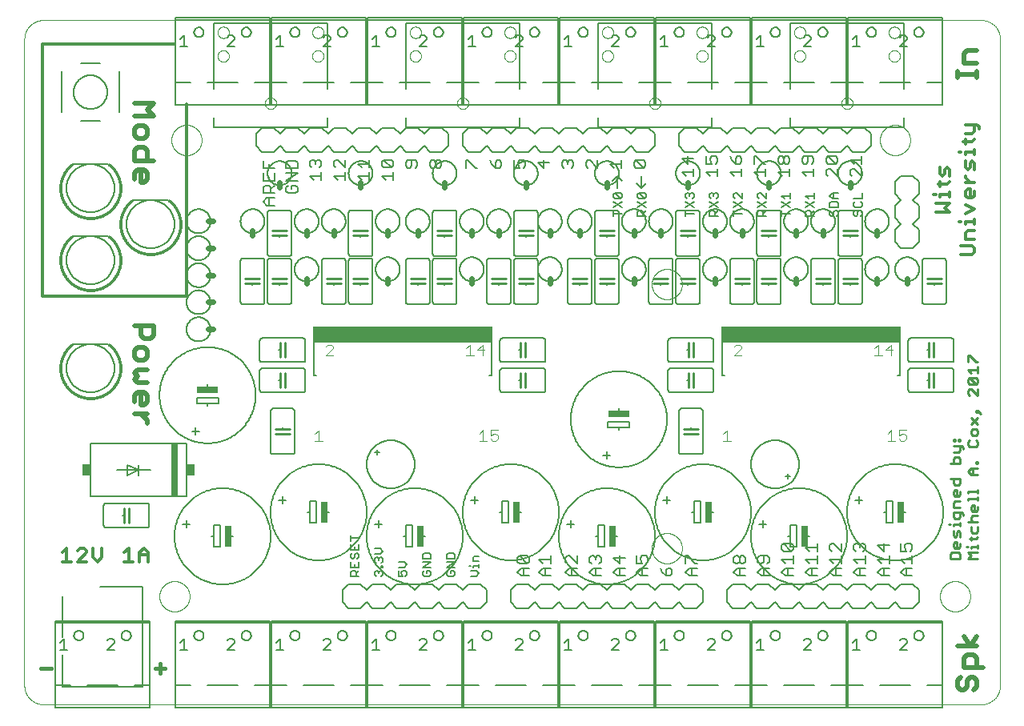
<source format=gto>
G75*
%MOIN*%
%OFA0B0*%
%FSLAX25Y25*%
%IPPOS*%
%LPD*%
%AMOC8*
5,1,8,0,0,1.08239X$1,22.5*
%
%ADD10C,0.00000*%
%ADD11C,0.01500*%
%ADD12C,0.01400*%
%ADD13C,0.02000*%
%ADD14C,0.01000*%
%ADD15C,0.01200*%
%ADD16C,0.00800*%
%ADD17C,0.00600*%
%ADD18C,0.00400*%
%ADD19R,0.74606X0.06594*%
%ADD20C,0.00500*%
%ADD21R,0.09000X0.02500*%
%ADD22C,0.02400*%
%ADD23R,0.02500X0.09000*%
%ADD24C,0.00100*%
%ADD25R,0.03000X0.22000*%
%ADD26R,0.03500X0.05000*%
D10*
X0018750Y0017874D02*
X0018750Y0287087D01*
X0018752Y0287277D01*
X0018759Y0287467D01*
X0018771Y0287657D01*
X0018787Y0287847D01*
X0018807Y0288036D01*
X0018833Y0288225D01*
X0018862Y0288413D01*
X0018897Y0288600D01*
X0018936Y0288786D01*
X0018979Y0288971D01*
X0019027Y0289156D01*
X0019079Y0289339D01*
X0019135Y0289520D01*
X0019196Y0289700D01*
X0019262Y0289879D01*
X0019331Y0290056D01*
X0019405Y0290232D01*
X0019483Y0290405D01*
X0019566Y0290577D01*
X0019652Y0290746D01*
X0019742Y0290914D01*
X0019837Y0291079D01*
X0019935Y0291242D01*
X0020038Y0291402D01*
X0020144Y0291560D01*
X0020254Y0291715D01*
X0020367Y0291868D01*
X0020485Y0292018D01*
X0020606Y0292164D01*
X0020730Y0292308D01*
X0020858Y0292449D01*
X0020989Y0292587D01*
X0021124Y0292722D01*
X0021262Y0292853D01*
X0021403Y0292981D01*
X0021547Y0293105D01*
X0021693Y0293226D01*
X0021843Y0293344D01*
X0021996Y0293457D01*
X0022151Y0293567D01*
X0022309Y0293673D01*
X0022469Y0293776D01*
X0022632Y0293874D01*
X0022797Y0293969D01*
X0022965Y0294059D01*
X0023134Y0294145D01*
X0023306Y0294228D01*
X0023479Y0294306D01*
X0023655Y0294380D01*
X0023832Y0294449D01*
X0024011Y0294515D01*
X0024191Y0294576D01*
X0024372Y0294632D01*
X0024555Y0294684D01*
X0024740Y0294732D01*
X0024925Y0294775D01*
X0025111Y0294814D01*
X0025298Y0294849D01*
X0025486Y0294878D01*
X0025675Y0294904D01*
X0025864Y0294924D01*
X0026054Y0294940D01*
X0026244Y0294952D01*
X0026434Y0294959D01*
X0026624Y0294961D01*
X0417077Y0294961D01*
X0417267Y0294959D01*
X0417457Y0294952D01*
X0417647Y0294940D01*
X0417837Y0294924D01*
X0418026Y0294904D01*
X0418215Y0294878D01*
X0418403Y0294849D01*
X0418590Y0294814D01*
X0418776Y0294775D01*
X0418961Y0294732D01*
X0419146Y0294684D01*
X0419329Y0294632D01*
X0419510Y0294576D01*
X0419690Y0294515D01*
X0419869Y0294449D01*
X0420046Y0294380D01*
X0420222Y0294306D01*
X0420395Y0294228D01*
X0420567Y0294145D01*
X0420736Y0294059D01*
X0420904Y0293969D01*
X0421069Y0293874D01*
X0421232Y0293776D01*
X0421392Y0293673D01*
X0421550Y0293567D01*
X0421705Y0293457D01*
X0421858Y0293344D01*
X0422008Y0293226D01*
X0422154Y0293105D01*
X0422298Y0292981D01*
X0422439Y0292853D01*
X0422577Y0292722D01*
X0422712Y0292587D01*
X0422843Y0292449D01*
X0422971Y0292308D01*
X0423095Y0292164D01*
X0423216Y0292018D01*
X0423334Y0291868D01*
X0423447Y0291715D01*
X0423557Y0291560D01*
X0423663Y0291402D01*
X0423766Y0291242D01*
X0423864Y0291079D01*
X0423959Y0290914D01*
X0424049Y0290746D01*
X0424135Y0290577D01*
X0424218Y0290405D01*
X0424296Y0290232D01*
X0424370Y0290056D01*
X0424439Y0289879D01*
X0424505Y0289700D01*
X0424566Y0289520D01*
X0424622Y0289339D01*
X0424674Y0289156D01*
X0424722Y0288971D01*
X0424765Y0288786D01*
X0424804Y0288600D01*
X0424839Y0288413D01*
X0424868Y0288225D01*
X0424894Y0288036D01*
X0424914Y0287847D01*
X0424930Y0287657D01*
X0424942Y0287467D01*
X0424949Y0287277D01*
X0424951Y0287087D01*
X0424951Y0017874D01*
X0424949Y0017684D01*
X0424942Y0017494D01*
X0424930Y0017304D01*
X0424914Y0017114D01*
X0424894Y0016925D01*
X0424868Y0016736D01*
X0424839Y0016548D01*
X0424804Y0016361D01*
X0424765Y0016175D01*
X0424722Y0015990D01*
X0424674Y0015805D01*
X0424622Y0015622D01*
X0424566Y0015441D01*
X0424505Y0015261D01*
X0424439Y0015082D01*
X0424370Y0014905D01*
X0424296Y0014729D01*
X0424218Y0014556D01*
X0424135Y0014384D01*
X0424049Y0014215D01*
X0423959Y0014047D01*
X0423864Y0013882D01*
X0423766Y0013719D01*
X0423663Y0013559D01*
X0423557Y0013401D01*
X0423447Y0013246D01*
X0423334Y0013093D01*
X0423216Y0012943D01*
X0423095Y0012797D01*
X0422971Y0012653D01*
X0422843Y0012512D01*
X0422712Y0012374D01*
X0422577Y0012239D01*
X0422439Y0012108D01*
X0422298Y0011980D01*
X0422154Y0011856D01*
X0422008Y0011735D01*
X0421858Y0011617D01*
X0421705Y0011504D01*
X0421550Y0011394D01*
X0421392Y0011288D01*
X0421232Y0011185D01*
X0421069Y0011087D01*
X0420904Y0010992D01*
X0420736Y0010902D01*
X0420567Y0010816D01*
X0420395Y0010733D01*
X0420222Y0010655D01*
X0420046Y0010581D01*
X0419869Y0010512D01*
X0419690Y0010446D01*
X0419510Y0010385D01*
X0419329Y0010329D01*
X0419146Y0010277D01*
X0418961Y0010229D01*
X0418776Y0010186D01*
X0418590Y0010147D01*
X0418403Y0010112D01*
X0418215Y0010083D01*
X0418026Y0010057D01*
X0417837Y0010037D01*
X0417647Y0010021D01*
X0417457Y0010009D01*
X0417267Y0010002D01*
X0417077Y0010000D01*
X0026624Y0010000D01*
X0026434Y0010002D01*
X0026244Y0010009D01*
X0026054Y0010021D01*
X0025864Y0010037D01*
X0025675Y0010057D01*
X0025486Y0010083D01*
X0025298Y0010112D01*
X0025111Y0010147D01*
X0024925Y0010186D01*
X0024740Y0010229D01*
X0024555Y0010277D01*
X0024372Y0010329D01*
X0024191Y0010385D01*
X0024011Y0010446D01*
X0023832Y0010512D01*
X0023655Y0010581D01*
X0023479Y0010655D01*
X0023306Y0010733D01*
X0023134Y0010816D01*
X0022965Y0010902D01*
X0022797Y0010992D01*
X0022632Y0011087D01*
X0022469Y0011185D01*
X0022309Y0011288D01*
X0022151Y0011394D01*
X0021996Y0011504D01*
X0021843Y0011617D01*
X0021693Y0011735D01*
X0021547Y0011856D01*
X0021403Y0011980D01*
X0021262Y0012108D01*
X0021124Y0012239D01*
X0020989Y0012374D01*
X0020858Y0012512D01*
X0020730Y0012653D01*
X0020606Y0012797D01*
X0020485Y0012943D01*
X0020367Y0013093D01*
X0020254Y0013246D01*
X0020144Y0013401D01*
X0020038Y0013559D01*
X0019935Y0013719D01*
X0019837Y0013882D01*
X0019742Y0014047D01*
X0019652Y0014215D01*
X0019566Y0014384D01*
X0019483Y0014556D01*
X0019405Y0014729D01*
X0019331Y0014905D01*
X0019262Y0015082D01*
X0019196Y0015261D01*
X0019135Y0015441D01*
X0019079Y0015622D01*
X0019027Y0015805D01*
X0018979Y0015990D01*
X0018936Y0016175D01*
X0018897Y0016361D01*
X0018862Y0016548D01*
X0018833Y0016736D01*
X0018807Y0016925D01*
X0018787Y0017114D01*
X0018771Y0017304D01*
X0018759Y0017494D01*
X0018752Y0017684D01*
X0018750Y0017874D01*
X0074951Y0055000D02*
X0074953Y0055158D01*
X0074959Y0055316D01*
X0074969Y0055474D01*
X0074983Y0055632D01*
X0075001Y0055789D01*
X0075022Y0055946D01*
X0075048Y0056102D01*
X0075078Y0056258D01*
X0075111Y0056413D01*
X0075149Y0056566D01*
X0075190Y0056719D01*
X0075235Y0056871D01*
X0075284Y0057022D01*
X0075337Y0057171D01*
X0075393Y0057319D01*
X0075453Y0057465D01*
X0075517Y0057610D01*
X0075585Y0057753D01*
X0075656Y0057895D01*
X0075730Y0058035D01*
X0075808Y0058172D01*
X0075890Y0058308D01*
X0075974Y0058442D01*
X0076063Y0058573D01*
X0076154Y0058702D01*
X0076249Y0058829D01*
X0076346Y0058954D01*
X0076447Y0059076D01*
X0076551Y0059195D01*
X0076658Y0059312D01*
X0076768Y0059426D01*
X0076881Y0059537D01*
X0076996Y0059646D01*
X0077114Y0059751D01*
X0077235Y0059853D01*
X0077358Y0059953D01*
X0077484Y0060049D01*
X0077612Y0060142D01*
X0077742Y0060232D01*
X0077875Y0060318D01*
X0078010Y0060402D01*
X0078146Y0060481D01*
X0078285Y0060558D01*
X0078426Y0060630D01*
X0078568Y0060700D01*
X0078712Y0060765D01*
X0078858Y0060827D01*
X0079005Y0060885D01*
X0079154Y0060940D01*
X0079304Y0060991D01*
X0079455Y0061038D01*
X0079607Y0061081D01*
X0079760Y0061120D01*
X0079915Y0061156D01*
X0080070Y0061187D01*
X0080226Y0061215D01*
X0080382Y0061239D01*
X0080539Y0061259D01*
X0080697Y0061275D01*
X0080854Y0061287D01*
X0081013Y0061295D01*
X0081171Y0061299D01*
X0081329Y0061299D01*
X0081487Y0061295D01*
X0081646Y0061287D01*
X0081803Y0061275D01*
X0081961Y0061259D01*
X0082118Y0061239D01*
X0082274Y0061215D01*
X0082430Y0061187D01*
X0082585Y0061156D01*
X0082740Y0061120D01*
X0082893Y0061081D01*
X0083045Y0061038D01*
X0083196Y0060991D01*
X0083346Y0060940D01*
X0083495Y0060885D01*
X0083642Y0060827D01*
X0083788Y0060765D01*
X0083932Y0060700D01*
X0084074Y0060630D01*
X0084215Y0060558D01*
X0084354Y0060481D01*
X0084490Y0060402D01*
X0084625Y0060318D01*
X0084758Y0060232D01*
X0084888Y0060142D01*
X0085016Y0060049D01*
X0085142Y0059953D01*
X0085265Y0059853D01*
X0085386Y0059751D01*
X0085504Y0059646D01*
X0085619Y0059537D01*
X0085732Y0059426D01*
X0085842Y0059312D01*
X0085949Y0059195D01*
X0086053Y0059076D01*
X0086154Y0058954D01*
X0086251Y0058829D01*
X0086346Y0058702D01*
X0086437Y0058573D01*
X0086526Y0058442D01*
X0086610Y0058308D01*
X0086692Y0058172D01*
X0086770Y0058035D01*
X0086844Y0057895D01*
X0086915Y0057753D01*
X0086983Y0057610D01*
X0087047Y0057465D01*
X0087107Y0057319D01*
X0087163Y0057171D01*
X0087216Y0057022D01*
X0087265Y0056871D01*
X0087310Y0056719D01*
X0087351Y0056566D01*
X0087389Y0056413D01*
X0087422Y0056258D01*
X0087452Y0056102D01*
X0087478Y0055946D01*
X0087499Y0055789D01*
X0087517Y0055632D01*
X0087531Y0055474D01*
X0087541Y0055316D01*
X0087547Y0055158D01*
X0087549Y0055000D01*
X0087547Y0054842D01*
X0087541Y0054684D01*
X0087531Y0054526D01*
X0087517Y0054368D01*
X0087499Y0054211D01*
X0087478Y0054054D01*
X0087452Y0053898D01*
X0087422Y0053742D01*
X0087389Y0053587D01*
X0087351Y0053434D01*
X0087310Y0053281D01*
X0087265Y0053129D01*
X0087216Y0052978D01*
X0087163Y0052829D01*
X0087107Y0052681D01*
X0087047Y0052535D01*
X0086983Y0052390D01*
X0086915Y0052247D01*
X0086844Y0052105D01*
X0086770Y0051965D01*
X0086692Y0051828D01*
X0086610Y0051692D01*
X0086526Y0051558D01*
X0086437Y0051427D01*
X0086346Y0051298D01*
X0086251Y0051171D01*
X0086154Y0051046D01*
X0086053Y0050924D01*
X0085949Y0050805D01*
X0085842Y0050688D01*
X0085732Y0050574D01*
X0085619Y0050463D01*
X0085504Y0050354D01*
X0085386Y0050249D01*
X0085265Y0050147D01*
X0085142Y0050047D01*
X0085016Y0049951D01*
X0084888Y0049858D01*
X0084758Y0049768D01*
X0084625Y0049682D01*
X0084490Y0049598D01*
X0084354Y0049519D01*
X0084215Y0049442D01*
X0084074Y0049370D01*
X0083932Y0049300D01*
X0083788Y0049235D01*
X0083642Y0049173D01*
X0083495Y0049115D01*
X0083346Y0049060D01*
X0083196Y0049009D01*
X0083045Y0048962D01*
X0082893Y0048919D01*
X0082740Y0048880D01*
X0082585Y0048844D01*
X0082430Y0048813D01*
X0082274Y0048785D01*
X0082118Y0048761D01*
X0081961Y0048741D01*
X0081803Y0048725D01*
X0081646Y0048713D01*
X0081487Y0048705D01*
X0081329Y0048701D01*
X0081171Y0048701D01*
X0081013Y0048705D01*
X0080854Y0048713D01*
X0080697Y0048725D01*
X0080539Y0048741D01*
X0080382Y0048761D01*
X0080226Y0048785D01*
X0080070Y0048813D01*
X0079915Y0048844D01*
X0079760Y0048880D01*
X0079607Y0048919D01*
X0079455Y0048962D01*
X0079304Y0049009D01*
X0079154Y0049060D01*
X0079005Y0049115D01*
X0078858Y0049173D01*
X0078712Y0049235D01*
X0078568Y0049300D01*
X0078426Y0049370D01*
X0078285Y0049442D01*
X0078146Y0049519D01*
X0078010Y0049598D01*
X0077875Y0049682D01*
X0077742Y0049768D01*
X0077612Y0049858D01*
X0077484Y0049951D01*
X0077358Y0050047D01*
X0077235Y0050147D01*
X0077114Y0050249D01*
X0076996Y0050354D01*
X0076881Y0050463D01*
X0076768Y0050574D01*
X0076658Y0050688D01*
X0076551Y0050805D01*
X0076447Y0050924D01*
X0076346Y0051046D01*
X0076249Y0051171D01*
X0076154Y0051298D01*
X0076063Y0051427D01*
X0075974Y0051558D01*
X0075890Y0051692D01*
X0075808Y0051828D01*
X0075730Y0051965D01*
X0075656Y0052105D01*
X0075585Y0052247D01*
X0075517Y0052390D01*
X0075453Y0052535D01*
X0075393Y0052681D01*
X0075337Y0052829D01*
X0075284Y0052978D01*
X0075235Y0053129D01*
X0075190Y0053281D01*
X0075149Y0053434D01*
X0075111Y0053587D01*
X0075078Y0053742D01*
X0075048Y0053898D01*
X0075022Y0054054D01*
X0075001Y0054211D01*
X0074983Y0054368D01*
X0074969Y0054526D01*
X0074959Y0054684D01*
X0074953Y0054842D01*
X0074951Y0055000D01*
X0279951Y0075000D02*
X0279953Y0075158D01*
X0279959Y0075316D01*
X0279969Y0075474D01*
X0279983Y0075632D01*
X0280001Y0075789D01*
X0280022Y0075946D01*
X0280048Y0076102D01*
X0280078Y0076258D01*
X0280111Y0076413D01*
X0280149Y0076566D01*
X0280190Y0076719D01*
X0280235Y0076871D01*
X0280284Y0077022D01*
X0280337Y0077171D01*
X0280393Y0077319D01*
X0280453Y0077465D01*
X0280517Y0077610D01*
X0280585Y0077753D01*
X0280656Y0077895D01*
X0280730Y0078035D01*
X0280808Y0078172D01*
X0280890Y0078308D01*
X0280974Y0078442D01*
X0281063Y0078573D01*
X0281154Y0078702D01*
X0281249Y0078829D01*
X0281346Y0078954D01*
X0281447Y0079076D01*
X0281551Y0079195D01*
X0281658Y0079312D01*
X0281768Y0079426D01*
X0281881Y0079537D01*
X0281996Y0079646D01*
X0282114Y0079751D01*
X0282235Y0079853D01*
X0282358Y0079953D01*
X0282484Y0080049D01*
X0282612Y0080142D01*
X0282742Y0080232D01*
X0282875Y0080318D01*
X0283010Y0080402D01*
X0283146Y0080481D01*
X0283285Y0080558D01*
X0283426Y0080630D01*
X0283568Y0080700D01*
X0283712Y0080765D01*
X0283858Y0080827D01*
X0284005Y0080885D01*
X0284154Y0080940D01*
X0284304Y0080991D01*
X0284455Y0081038D01*
X0284607Y0081081D01*
X0284760Y0081120D01*
X0284915Y0081156D01*
X0285070Y0081187D01*
X0285226Y0081215D01*
X0285382Y0081239D01*
X0285539Y0081259D01*
X0285697Y0081275D01*
X0285854Y0081287D01*
X0286013Y0081295D01*
X0286171Y0081299D01*
X0286329Y0081299D01*
X0286487Y0081295D01*
X0286646Y0081287D01*
X0286803Y0081275D01*
X0286961Y0081259D01*
X0287118Y0081239D01*
X0287274Y0081215D01*
X0287430Y0081187D01*
X0287585Y0081156D01*
X0287740Y0081120D01*
X0287893Y0081081D01*
X0288045Y0081038D01*
X0288196Y0080991D01*
X0288346Y0080940D01*
X0288495Y0080885D01*
X0288642Y0080827D01*
X0288788Y0080765D01*
X0288932Y0080700D01*
X0289074Y0080630D01*
X0289215Y0080558D01*
X0289354Y0080481D01*
X0289490Y0080402D01*
X0289625Y0080318D01*
X0289758Y0080232D01*
X0289888Y0080142D01*
X0290016Y0080049D01*
X0290142Y0079953D01*
X0290265Y0079853D01*
X0290386Y0079751D01*
X0290504Y0079646D01*
X0290619Y0079537D01*
X0290732Y0079426D01*
X0290842Y0079312D01*
X0290949Y0079195D01*
X0291053Y0079076D01*
X0291154Y0078954D01*
X0291251Y0078829D01*
X0291346Y0078702D01*
X0291437Y0078573D01*
X0291526Y0078442D01*
X0291610Y0078308D01*
X0291692Y0078172D01*
X0291770Y0078035D01*
X0291844Y0077895D01*
X0291915Y0077753D01*
X0291983Y0077610D01*
X0292047Y0077465D01*
X0292107Y0077319D01*
X0292163Y0077171D01*
X0292216Y0077022D01*
X0292265Y0076871D01*
X0292310Y0076719D01*
X0292351Y0076566D01*
X0292389Y0076413D01*
X0292422Y0076258D01*
X0292452Y0076102D01*
X0292478Y0075946D01*
X0292499Y0075789D01*
X0292517Y0075632D01*
X0292531Y0075474D01*
X0292541Y0075316D01*
X0292547Y0075158D01*
X0292549Y0075000D01*
X0292547Y0074842D01*
X0292541Y0074684D01*
X0292531Y0074526D01*
X0292517Y0074368D01*
X0292499Y0074211D01*
X0292478Y0074054D01*
X0292452Y0073898D01*
X0292422Y0073742D01*
X0292389Y0073587D01*
X0292351Y0073434D01*
X0292310Y0073281D01*
X0292265Y0073129D01*
X0292216Y0072978D01*
X0292163Y0072829D01*
X0292107Y0072681D01*
X0292047Y0072535D01*
X0291983Y0072390D01*
X0291915Y0072247D01*
X0291844Y0072105D01*
X0291770Y0071965D01*
X0291692Y0071828D01*
X0291610Y0071692D01*
X0291526Y0071558D01*
X0291437Y0071427D01*
X0291346Y0071298D01*
X0291251Y0071171D01*
X0291154Y0071046D01*
X0291053Y0070924D01*
X0290949Y0070805D01*
X0290842Y0070688D01*
X0290732Y0070574D01*
X0290619Y0070463D01*
X0290504Y0070354D01*
X0290386Y0070249D01*
X0290265Y0070147D01*
X0290142Y0070047D01*
X0290016Y0069951D01*
X0289888Y0069858D01*
X0289758Y0069768D01*
X0289625Y0069682D01*
X0289490Y0069598D01*
X0289354Y0069519D01*
X0289215Y0069442D01*
X0289074Y0069370D01*
X0288932Y0069300D01*
X0288788Y0069235D01*
X0288642Y0069173D01*
X0288495Y0069115D01*
X0288346Y0069060D01*
X0288196Y0069009D01*
X0288045Y0068962D01*
X0287893Y0068919D01*
X0287740Y0068880D01*
X0287585Y0068844D01*
X0287430Y0068813D01*
X0287274Y0068785D01*
X0287118Y0068761D01*
X0286961Y0068741D01*
X0286803Y0068725D01*
X0286646Y0068713D01*
X0286487Y0068705D01*
X0286329Y0068701D01*
X0286171Y0068701D01*
X0286013Y0068705D01*
X0285854Y0068713D01*
X0285697Y0068725D01*
X0285539Y0068741D01*
X0285382Y0068761D01*
X0285226Y0068785D01*
X0285070Y0068813D01*
X0284915Y0068844D01*
X0284760Y0068880D01*
X0284607Y0068919D01*
X0284455Y0068962D01*
X0284304Y0069009D01*
X0284154Y0069060D01*
X0284005Y0069115D01*
X0283858Y0069173D01*
X0283712Y0069235D01*
X0283568Y0069300D01*
X0283426Y0069370D01*
X0283285Y0069442D01*
X0283146Y0069519D01*
X0283010Y0069598D01*
X0282875Y0069682D01*
X0282742Y0069768D01*
X0282612Y0069858D01*
X0282484Y0069951D01*
X0282358Y0070047D01*
X0282235Y0070147D01*
X0282114Y0070249D01*
X0281996Y0070354D01*
X0281881Y0070463D01*
X0281768Y0070574D01*
X0281658Y0070688D01*
X0281551Y0070805D01*
X0281447Y0070924D01*
X0281346Y0071046D01*
X0281249Y0071171D01*
X0281154Y0071298D01*
X0281063Y0071427D01*
X0280974Y0071558D01*
X0280890Y0071692D01*
X0280808Y0071828D01*
X0280730Y0071965D01*
X0280656Y0072105D01*
X0280585Y0072247D01*
X0280517Y0072390D01*
X0280453Y0072535D01*
X0280393Y0072681D01*
X0280337Y0072829D01*
X0280284Y0072978D01*
X0280235Y0073129D01*
X0280190Y0073281D01*
X0280149Y0073434D01*
X0280111Y0073587D01*
X0280078Y0073742D01*
X0280048Y0073898D01*
X0280022Y0074054D01*
X0280001Y0074211D01*
X0279983Y0074368D01*
X0279969Y0074526D01*
X0279959Y0074684D01*
X0279953Y0074842D01*
X0279951Y0075000D01*
X0399951Y0055000D02*
X0399953Y0055158D01*
X0399959Y0055316D01*
X0399969Y0055474D01*
X0399983Y0055632D01*
X0400001Y0055789D01*
X0400022Y0055946D01*
X0400048Y0056102D01*
X0400078Y0056258D01*
X0400111Y0056413D01*
X0400149Y0056566D01*
X0400190Y0056719D01*
X0400235Y0056871D01*
X0400284Y0057022D01*
X0400337Y0057171D01*
X0400393Y0057319D01*
X0400453Y0057465D01*
X0400517Y0057610D01*
X0400585Y0057753D01*
X0400656Y0057895D01*
X0400730Y0058035D01*
X0400808Y0058172D01*
X0400890Y0058308D01*
X0400974Y0058442D01*
X0401063Y0058573D01*
X0401154Y0058702D01*
X0401249Y0058829D01*
X0401346Y0058954D01*
X0401447Y0059076D01*
X0401551Y0059195D01*
X0401658Y0059312D01*
X0401768Y0059426D01*
X0401881Y0059537D01*
X0401996Y0059646D01*
X0402114Y0059751D01*
X0402235Y0059853D01*
X0402358Y0059953D01*
X0402484Y0060049D01*
X0402612Y0060142D01*
X0402742Y0060232D01*
X0402875Y0060318D01*
X0403010Y0060402D01*
X0403146Y0060481D01*
X0403285Y0060558D01*
X0403426Y0060630D01*
X0403568Y0060700D01*
X0403712Y0060765D01*
X0403858Y0060827D01*
X0404005Y0060885D01*
X0404154Y0060940D01*
X0404304Y0060991D01*
X0404455Y0061038D01*
X0404607Y0061081D01*
X0404760Y0061120D01*
X0404915Y0061156D01*
X0405070Y0061187D01*
X0405226Y0061215D01*
X0405382Y0061239D01*
X0405539Y0061259D01*
X0405697Y0061275D01*
X0405854Y0061287D01*
X0406013Y0061295D01*
X0406171Y0061299D01*
X0406329Y0061299D01*
X0406487Y0061295D01*
X0406646Y0061287D01*
X0406803Y0061275D01*
X0406961Y0061259D01*
X0407118Y0061239D01*
X0407274Y0061215D01*
X0407430Y0061187D01*
X0407585Y0061156D01*
X0407740Y0061120D01*
X0407893Y0061081D01*
X0408045Y0061038D01*
X0408196Y0060991D01*
X0408346Y0060940D01*
X0408495Y0060885D01*
X0408642Y0060827D01*
X0408788Y0060765D01*
X0408932Y0060700D01*
X0409074Y0060630D01*
X0409215Y0060558D01*
X0409354Y0060481D01*
X0409490Y0060402D01*
X0409625Y0060318D01*
X0409758Y0060232D01*
X0409888Y0060142D01*
X0410016Y0060049D01*
X0410142Y0059953D01*
X0410265Y0059853D01*
X0410386Y0059751D01*
X0410504Y0059646D01*
X0410619Y0059537D01*
X0410732Y0059426D01*
X0410842Y0059312D01*
X0410949Y0059195D01*
X0411053Y0059076D01*
X0411154Y0058954D01*
X0411251Y0058829D01*
X0411346Y0058702D01*
X0411437Y0058573D01*
X0411526Y0058442D01*
X0411610Y0058308D01*
X0411692Y0058172D01*
X0411770Y0058035D01*
X0411844Y0057895D01*
X0411915Y0057753D01*
X0411983Y0057610D01*
X0412047Y0057465D01*
X0412107Y0057319D01*
X0412163Y0057171D01*
X0412216Y0057022D01*
X0412265Y0056871D01*
X0412310Y0056719D01*
X0412351Y0056566D01*
X0412389Y0056413D01*
X0412422Y0056258D01*
X0412452Y0056102D01*
X0412478Y0055946D01*
X0412499Y0055789D01*
X0412517Y0055632D01*
X0412531Y0055474D01*
X0412541Y0055316D01*
X0412547Y0055158D01*
X0412549Y0055000D01*
X0412547Y0054842D01*
X0412541Y0054684D01*
X0412531Y0054526D01*
X0412517Y0054368D01*
X0412499Y0054211D01*
X0412478Y0054054D01*
X0412452Y0053898D01*
X0412422Y0053742D01*
X0412389Y0053587D01*
X0412351Y0053434D01*
X0412310Y0053281D01*
X0412265Y0053129D01*
X0412216Y0052978D01*
X0412163Y0052829D01*
X0412107Y0052681D01*
X0412047Y0052535D01*
X0411983Y0052390D01*
X0411915Y0052247D01*
X0411844Y0052105D01*
X0411770Y0051965D01*
X0411692Y0051828D01*
X0411610Y0051692D01*
X0411526Y0051558D01*
X0411437Y0051427D01*
X0411346Y0051298D01*
X0411251Y0051171D01*
X0411154Y0051046D01*
X0411053Y0050924D01*
X0410949Y0050805D01*
X0410842Y0050688D01*
X0410732Y0050574D01*
X0410619Y0050463D01*
X0410504Y0050354D01*
X0410386Y0050249D01*
X0410265Y0050147D01*
X0410142Y0050047D01*
X0410016Y0049951D01*
X0409888Y0049858D01*
X0409758Y0049768D01*
X0409625Y0049682D01*
X0409490Y0049598D01*
X0409354Y0049519D01*
X0409215Y0049442D01*
X0409074Y0049370D01*
X0408932Y0049300D01*
X0408788Y0049235D01*
X0408642Y0049173D01*
X0408495Y0049115D01*
X0408346Y0049060D01*
X0408196Y0049009D01*
X0408045Y0048962D01*
X0407893Y0048919D01*
X0407740Y0048880D01*
X0407585Y0048844D01*
X0407430Y0048813D01*
X0407274Y0048785D01*
X0407118Y0048761D01*
X0406961Y0048741D01*
X0406803Y0048725D01*
X0406646Y0048713D01*
X0406487Y0048705D01*
X0406329Y0048701D01*
X0406171Y0048701D01*
X0406013Y0048705D01*
X0405854Y0048713D01*
X0405697Y0048725D01*
X0405539Y0048741D01*
X0405382Y0048761D01*
X0405226Y0048785D01*
X0405070Y0048813D01*
X0404915Y0048844D01*
X0404760Y0048880D01*
X0404607Y0048919D01*
X0404455Y0048962D01*
X0404304Y0049009D01*
X0404154Y0049060D01*
X0404005Y0049115D01*
X0403858Y0049173D01*
X0403712Y0049235D01*
X0403568Y0049300D01*
X0403426Y0049370D01*
X0403285Y0049442D01*
X0403146Y0049519D01*
X0403010Y0049598D01*
X0402875Y0049682D01*
X0402742Y0049768D01*
X0402612Y0049858D01*
X0402484Y0049951D01*
X0402358Y0050047D01*
X0402235Y0050147D01*
X0402114Y0050249D01*
X0401996Y0050354D01*
X0401881Y0050463D01*
X0401768Y0050574D01*
X0401658Y0050688D01*
X0401551Y0050805D01*
X0401447Y0050924D01*
X0401346Y0051046D01*
X0401249Y0051171D01*
X0401154Y0051298D01*
X0401063Y0051427D01*
X0400974Y0051558D01*
X0400890Y0051692D01*
X0400808Y0051828D01*
X0400730Y0051965D01*
X0400656Y0052105D01*
X0400585Y0052247D01*
X0400517Y0052390D01*
X0400453Y0052535D01*
X0400393Y0052681D01*
X0400337Y0052829D01*
X0400284Y0052978D01*
X0400235Y0053129D01*
X0400190Y0053281D01*
X0400149Y0053434D01*
X0400111Y0053587D01*
X0400078Y0053742D01*
X0400048Y0053898D01*
X0400022Y0054054D01*
X0400001Y0054211D01*
X0399983Y0054368D01*
X0399969Y0054526D01*
X0399959Y0054684D01*
X0399953Y0054842D01*
X0399951Y0055000D01*
X0279951Y0185000D02*
X0279953Y0185158D01*
X0279959Y0185316D01*
X0279969Y0185474D01*
X0279983Y0185632D01*
X0280001Y0185789D01*
X0280022Y0185946D01*
X0280048Y0186102D01*
X0280078Y0186258D01*
X0280111Y0186413D01*
X0280149Y0186566D01*
X0280190Y0186719D01*
X0280235Y0186871D01*
X0280284Y0187022D01*
X0280337Y0187171D01*
X0280393Y0187319D01*
X0280453Y0187465D01*
X0280517Y0187610D01*
X0280585Y0187753D01*
X0280656Y0187895D01*
X0280730Y0188035D01*
X0280808Y0188172D01*
X0280890Y0188308D01*
X0280974Y0188442D01*
X0281063Y0188573D01*
X0281154Y0188702D01*
X0281249Y0188829D01*
X0281346Y0188954D01*
X0281447Y0189076D01*
X0281551Y0189195D01*
X0281658Y0189312D01*
X0281768Y0189426D01*
X0281881Y0189537D01*
X0281996Y0189646D01*
X0282114Y0189751D01*
X0282235Y0189853D01*
X0282358Y0189953D01*
X0282484Y0190049D01*
X0282612Y0190142D01*
X0282742Y0190232D01*
X0282875Y0190318D01*
X0283010Y0190402D01*
X0283146Y0190481D01*
X0283285Y0190558D01*
X0283426Y0190630D01*
X0283568Y0190700D01*
X0283712Y0190765D01*
X0283858Y0190827D01*
X0284005Y0190885D01*
X0284154Y0190940D01*
X0284304Y0190991D01*
X0284455Y0191038D01*
X0284607Y0191081D01*
X0284760Y0191120D01*
X0284915Y0191156D01*
X0285070Y0191187D01*
X0285226Y0191215D01*
X0285382Y0191239D01*
X0285539Y0191259D01*
X0285697Y0191275D01*
X0285854Y0191287D01*
X0286013Y0191295D01*
X0286171Y0191299D01*
X0286329Y0191299D01*
X0286487Y0191295D01*
X0286646Y0191287D01*
X0286803Y0191275D01*
X0286961Y0191259D01*
X0287118Y0191239D01*
X0287274Y0191215D01*
X0287430Y0191187D01*
X0287585Y0191156D01*
X0287740Y0191120D01*
X0287893Y0191081D01*
X0288045Y0191038D01*
X0288196Y0190991D01*
X0288346Y0190940D01*
X0288495Y0190885D01*
X0288642Y0190827D01*
X0288788Y0190765D01*
X0288932Y0190700D01*
X0289074Y0190630D01*
X0289215Y0190558D01*
X0289354Y0190481D01*
X0289490Y0190402D01*
X0289625Y0190318D01*
X0289758Y0190232D01*
X0289888Y0190142D01*
X0290016Y0190049D01*
X0290142Y0189953D01*
X0290265Y0189853D01*
X0290386Y0189751D01*
X0290504Y0189646D01*
X0290619Y0189537D01*
X0290732Y0189426D01*
X0290842Y0189312D01*
X0290949Y0189195D01*
X0291053Y0189076D01*
X0291154Y0188954D01*
X0291251Y0188829D01*
X0291346Y0188702D01*
X0291437Y0188573D01*
X0291526Y0188442D01*
X0291610Y0188308D01*
X0291692Y0188172D01*
X0291770Y0188035D01*
X0291844Y0187895D01*
X0291915Y0187753D01*
X0291983Y0187610D01*
X0292047Y0187465D01*
X0292107Y0187319D01*
X0292163Y0187171D01*
X0292216Y0187022D01*
X0292265Y0186871D01*
X0292310Y0186719D01*
X0292351Y0186566D01*
X0292389Y0186413D01*
X0292422Y0186258D01*
X0292452Y0186102D01*
X0292478Y0185946D01*
X0292499Y0185789D01*
X0292517Y0185632D01*
X0292531Y0185474D01*
X0292541Y0185316D01*
X0292547Y0185158D01*
X0292549Y0185000D01*
X0292547Y0184842D01*
X0292541Y0184684D01*
X0292531Y0184526D01*
X0292517Y0184368D01*
X0292499Y0184211D01*
X0292478Y0184054D01*
X0292452Y0183898D01*
X0292422Y0183742D01*
X0292389Y0183587D01*
X0292351Y0183434D01*
X0292310Y0183281D01*
X0292265Y0183129D01*
X0292216Y0182978D01*
X0292163Y0182829D01*
X0292107Y0182681D01*
X0292047Y0182535D01*
X0291983Y0182390D01*
X0291915Y0182247D01*
X0291844Y0182105D01*
X0291770Y0181965D01*
X0291692Y0181828D01*
X0291610Y0181692D01*
X0291526Y0181558D01*
X0291437Y0181427D01*
X0291346Y0181298D01*
X0291251Y0181171D01*
X0291154Y0181046D01*
X0291053Y0180924D01*
X0290949Y0180805D01*
X0290842Y0180688D01*
X0290732Y0180574D01*
X0290619Y0180463D01*
X0290504Y0180354D01*
X0290386Y0180249D01*
X0290265Y0180147D01*
X0290142Y0180047D01*
X0290016Y0179951D01*
X0289888Y0179858D01*
X0289758Y0179768D01*
X0289625Y0179682D01*
X0289490Y0179598D01*
X0289354Y0179519D01*
X0289215Y0179442D01*
X0289074Y0179370D01*
X0288932Y0179300D01*
X0288788Y0179235D01*
X0288642Y0179173D01*
X0288495Y0179115D01*
X0288346Y0179060D01*
X0288196Y0179009D01*
X0288045Y0178962D01*
X0287893Y0178919D01*
X0287740Y0178880D01*
X0287585Y0178844D01*
X0287430Y0178813D01*
X0287274Y0178785D01*
X0287118Y0178761D01*
X0286961Y0178741D01*
X0286803Y0178725D01*
X0286646Y0178713D01*
X0286487Y0178705D01*
X0286329Y0178701D01*
X0286171Y0178701D01*
X0286013Y0178705D01*
X0285854Y0178713D01*
X0285697Y0178725D01*
X0285539Y0178741D01*
X0285382Y0178761D01*
X0285226Y0178785D01*
X0285070Y0178813D01*
X0284915Y0178844D01*
X0284760Y0178880D01*
X0284607Y0178919D01*
X0284455Y0178962D01*
X0284304Y0179009D01*
X0284154Y0179060D01*
X0284005Y0179115D01*
X0283858Y0179173D01*
X0283712Y0179235D01*
X0283568Y0179300D01*
X0283426Y0179370D01*
X0283285Y0179442D01*
X0283146Y0179519D01*
X0283010Y0179598D01*
X0282875Y0179682D01*
X0282742Y0179768D01*
X0282612Y0179858D01*
X0282484Y0179951D01*
X0282358Y0180047D01*
X0282235Y0180147D01*
X0282114Y0180249D01*
X0281996Y0180354D01*
X0281881Y0180463D01*
X0281768Y0180574D01*
X0281658Y0180688D01*
X0281551Y0180805D01*
X0281447Y0180924D01*
X0281346Y0181046D01*
X0281249Y0181171D01*
X0281154Y0181298D01*
X0281063Y0181427D01*
X0280974Y0181558D01*
X0280890Y0181692D01*
X0280808Y0181828D01*
X0280730Y0181965D01*
X0280656Y0182105D01*
X0280585Y0182247D01*
X0280517Y0182390D01*
X0280453Y0182535D01*
X0280393Y0182681D01*
X0280337Y0182829D01*
X0280284Y0182978D01*
X0280235Y0183129D01*
X0280190Y0183281D01*
X0280149Y0183434D01*
X0280111Y0183587D01*
X0280078Y0183742D01*
X0280048Y0183898D01*
X0280022Y0184054D01*
X0280001Y0184211D01*
X0279983Y0184368D01*
X0279969Y0184526D01*
X0279959Y0184684D01*
X0279953Y0184842D01*
X0279951Y0185000D01*
X0278888Y0260315D02*
X0278890Y0260412D01*
X0278896Y0260509D01*
X0278906Y0260605D01*
X0278920Y0260701D01*
X0278938Y0260797D01*
X0278959Y0260891D01*
X0278985Y0260985D01*
X0279014Y0261077D01*
X0279048Y0261168D01*
X0279084Y0261258D01*
X0279125Y0261346D01*
X0279169Y0261432D01*
X0279217Y0261517D01*
X0279268Y0261599D01*
X0279322Y0261680D01*
X0279380Y0261758D01*
X0279441Y0261833D01*
X0279504Y0261906D01*
X0279571Y0261977D01*
X0279641Y0262044D01*
X0279713Y0262109D01*
X0279788Y0262170D01*
X0279866Y0262229D01*
X0279945Y0262284D01*
X0280027Y0262336D01*
X0280111Y0262384D01*
X0280197Y0262429D01*
X0280285Y0262471D01*
X0280374Y0262509D01*
X0280465Y0262543D01*
X0280557Y0262573D01*
X0280650Y0262600D01*
X0280745Y0262622D01*
X0280840Y0262641D01*
X0280936Y0262656D01*
X0281032Y0262667D01*
X0281129Y0262674D01*
X0281226Y0262677D01*
X0281323Y0262676D01*
X0281420Y0262671D01*
X0281516Y0262662D01*
X0281612Y0262649D01*
X0281708Y0262632D01*
X0281803Y0262611D01*
X0281896Y0262587D01*
X0281989Y0262558D01*
X0282081Y0262526D01*
X0282171Y0262490D01*
X0282259Y0262451D01*
X0282346Y0262407D01*
X0282431Y0262361D01*
X0282514Y0262310D01*
X0282595Y0262257D01*
X0282673Y0262200D01*
X0282750Y0262140D01*
X0282823Y0262077D01*
X0282894Y0262011D01*
X0282962Y0261942D01*
X0283028Y0261870D01*
X0283090Y0261796D01*
X0283149Y0261719D01*
X0283205Y0261640D01*
X0283258Y0261558D01*
X0283308Y0261475D01*
X0283353Y0261389D01*
X0283396Y0261302D01*
X0283435Y0261213D01*
X0283470Y0261123D01*
X0283501Y0261031D01*
X0283528Y0260938D01*
X0283552Y0260844D01*
X0283572Y0260749D01*
X0283588Y0260653D01*
X0283600Y0260557D01*
X0283608Y0260460D01*
X0283612Y0260363D01*
X0283612Y0260267D01*
X0283608Y0260170D01*
X0283600Y0260073D01*
X0283588Y0259977D01*
X0283572Y0259881D01*
X0283552Y0259786D01*
X0283528Y0259692D01*
X0283501Y0259599D01*
X0283470Y0259507D01*
X0283435Y0259417D01*
X0283396Y0259328D01*
X0283353Y0259241D01*
X0283308Y0259155D01*
X0283258Y0259072D01*
X0283205Y0258990D01*
X0283149Y0258911D01*
X0283090Y0258834D01*
X0283028Y0258760D01*
X0282962Y0258688D01*
X0282894Y0258619D01*
X0282823Y0258553D01*
X0282750Y0258490D01*
X0282673Y0258430D01*
X0282595Y0258373D01*
X0282514Y0258320D01*
X0282431Y0258269D01*
X0282346Y0258223D01*
X0282259Y0258179D01*
X0282171Y0258140D01*
X0282081Y0258104D01*
X0281989Y0258072D01*
X0281896Y0258043D01*
X0281803Y0258019D01*
X0281708Y0257998D01*
X0281612Y0257981D01*
X0281516Y0257968D01*
X0281420Y0257959D01*
X0281323Y0257954D01*
X0281226Y0257953D01*
X0281129Y0257956D01*
X0281032Y0257963D01*
X0280936Y0257974D01*
X0280840Y0257989D01*
X0280745Y0258008D01*
X0280650Y0258030D01*
X0280557Y0258057D01*
X0280465Y0258087D01*
X0280374Y0258121D01*
X0280285Y0258159D01*
X0280197Y0258201D01*
X0280111Y0258246D01*
X0280027Y0258294D01*
X0279945Y0258346D01*
X0279866Y0258401D01*
X0279788Y0258460D01*
X0279713Y0258521D01*
X0279641Y0258586D01*
X0279571Y0258653D01*
X0279504Y0258724D01*
X0279441Y0258797D01*
X0279380Y0258872D01*
X0279322Y0258950D01*
X0279268Y0259031D01*
X0279217Y0259113D01*
X0279169Y0259198D01*
X0279125Y0259284D01*
X0279084Y0259372D01*
X0279048Y0259462D01*
X0279014Y0259553D01*
X0278985Y0259645D01*
X0278959Y0259739D01*
X0278938Y0259833D01*
X0278920Y0259929D01*
X0278906Y0260025D01*
X0278896Y0260121D01*
X0278890Y0260218D01*
X0278888Y0260315D01*
X0259203Y0280000D02*
X0259205Y0280097D01*
X0259211Y0280194D01*
X0259221Y0280290D01*
X0259235Y0280386D01*
X0259253Y0280482D01*
X0259274Y0280576D01*
X0259300Y0280670D01*
X0259329Y0280762D01*
X0259363Y0280853D01*
X0259399Y0280943D01*
X0259440Y0281031D01*
X0259484Y0281117D01*
X0259532Y0281202D01*
X0259583Y0281284D01*
X0259637Y0281365D01*
X0259695Y0281443D01*
X0259756Y0281518D01*
X0259819Y0281591D01*
X0259886Y0281662D01*
X0259956Y0281729D01*
X0260028Y0281794D01*
X0260103Y0281855D01*
X0260181Y0281914D01*
X0260260Y0281969D01*
X0260342Y0282021D01*
X0260426Y0282069D01*
X0260512Y0282114D01*
X0260600Y0282156D01*
X0260689Y0282194D01*
X0260780Y0282228D01*
X0260872Y0282258D01*
X0260965Y0282285D01*
X0261060Y0282307D01*
X0261155Y0282326D01*
X0261251Y0282341D01*
X0261347Y0282352D01*
X0261444Y0282359D01*
X0261541Y0282362D01*
X0261638Y0282361D01*
X0261735Y0282356D01*
X0261831Y0282347D01*
X0261927Y0282334D01*
X0262023Y0282317D01*
X0262118Y0282296D01*
X0262211Y0282272D01*
X0262304Y0282243D01*
X0262396Y0282211D01*
X0262486Y0282175D01*
X0262574Y0282136D01*
X0262661Y0282092D01*
X0262746Y0282046D01*
X0262829Y0281995D01*
X0262910Y0281942D01*
X0262988Y0281885D01*
X0263065Y0281825D01*
X0263138Y0281762D01*
X0263209Y0281696D01*
X0263277Y0281627D01*
X0263343Y0281555D01*
X0263405Y0281481D01*
X0263464Y0281404D01*
X0263520Y0281325D01*
X0263573Y0281243D01*
X0263623Y0281160D01*
X0263668Y0281074D01*
X0263711Y0280987D01*
X0263750Y0280898D01*
X0263785Y0280808D01*
X0263816Y0280716D01*
X0263843Y0280623D01*
X0263867Y0280529D01*
X0263887Y0280434D01*
X0263903Y0280338D01*
X0263915Y0280242D01*
X0263923Y0280145D01*
X0263927Y0280048D01*
X0263927Y0279952D01*
X0263923Y0279855D01*
X0263915Y0279758D01*
X0263903Y0279662D01*
X0263887Y0279566D01*
X0263867Y0279471D01*
X0263843Y0279377D01*
X0263816Y0279284D01*
X0263785Y0279192D01*
X0263750Y0279102D01*
X0263711Y0279013D01*
X0263668Y0278926D01*
X0263623Y0278840D01*
X0263573Y0278757D01*
X0263520Y0278675D01*
X0263464Y0278596D01*
X0263405Y0278519D01*
X0263343Y0278445D01*
X0263277Y0278373D01*
X0263209Y0278304D01*
X0263138Y0278238D01*
X0263065Y0278175D01*
X0262988Y0278115D01*
X0262910Y0278058D01*
X0262829Y0278005D01*
X0262746Y0277954D01*
X0262661Y0277908D01*
X0262574Y0277864D01*
X0262486Y0277825D01*
X0262396Y0277789D01*
X0262304Y0277757D01*
X0262211Y0277728D01*
X0262118Y0277704D01*
X0262023Y0277683D01*
X0261927Y0277666D01*
X0261831Y0277653D01*
X0261735Y0277644D01*
X0261638Y0277639D01*
X0261541Y0277638D01*
X0261444Y0277641D01*
X0261347Y0277648D01*
X0261251Y0277659D01*
X0261155Y0277674D01*
X0261060Y0277693D01*
X0260965Y0277715D01*
X0260872Y0277742D01*
X0260780Y0277772D01*
X0260689Y0277806D01*
X0260600Y0277844D01*
X0260512Y0277886D01*
X0260426Y0277931D01*
X0260342Y0277979D01*
X0260260Y0278031D01*
X0260181Y0278086D01*
X0260103Y0278145D01*
X0260028Y0278206D01*
X0259956Y0278271D01*
X0259886Y0278338D01*
X0259819Y0278409D01*
X0259756Y0278482D01*
X0259695Y0278557D01*
X0259637Y0278635D01*
X0259583Y0278716D01*
X0259532Y0278798D01*
X0259484Y0278883D01*
X0259440Y0278969D01*
X0259399Y0279057D01*
X0259363Y0279147D01*
X0259329Y0279238D01*
X0259300Y0279330D01*
X0259274Y0279424D01*
X0259253Y0279518D01*
X0259235Y0279614D01*
X0259221Y0279710D01*
X0259211Y0279806D01*
X0259205Y0279903D01*
X0259203Y0280000D01*
X0259203Y0289843D02*
X0259205Y0289940D01*
X0259211Y0290037D01*
X0259221Y0290133D01*
X0259235Y0290229D01*
X0259253Y0290325D01*
X0259274Y0290419D01*
X0259300Y0290513D01*
X0259329Y0290605D01*
X0259363Y0290696D01*
X0259399Y0290786D01*
X0259440Y0290874D01*
X0259484Y0290960D01*
X0259532Y0291045D01*
X0259583Y0291127D01*
X0259637Y0291208D01*
X0259695Y0291286D01*
X0259756Y0291361D01*
X0259819Y0291434D01*
X0259886Y0291505D01*
X0259956Y0291572D01*
X0260028Y0291637D01*
X0260103Y0291698D01*
X0260181Y0291757D01*
X0260260Y0291812D01*
X0260342Y0291864D01*
X0260426Y0291912D01*
X0260512Y0291957D01*
X0260600Y0291999D01*
X0260689Y0292037D01*
X0260780Y0292071D01*
X0260872Y0292101D01*
X0260965Y0292128D01*
X0261060Y0292150D01*
X0261155Y0292169D01*
X0261251Y0292184D01*
X0261347Y0292195D01*
X0261444Y0292202D01*
X0261541Y0292205D01*
X0261638Y0292204D01*
X0261735Y0292199D01*
X0261831Y0292190D01*
X0261927Y0292177D01*
X0262023Y0292160D01*
X0262118Y0292139D01*
X0262211Y0292115D01*
X0262304Y0292086D01*
X0262396Y0292054D01*
X0262486Y0292018D01*
X0262574Y0291979D01*
X0262661Y0291935D01*
X0262746Y0291889D01*
X0262829Y0291838D01*
X0262910Y0291785D01*
X0262988Y0291728D01*
X0263065Y0291668D01*
X0263138Y0291605D01*
X0263209Y0291539D01*
X0263277Y0291470D01*
X0263343Y0291398D01*
X0263405Y0291324D01*
X0263464Y0291247D01*
X0263520Y0291168D01*
X0263573Y0291086D01*
X0263623Y0291003D01*
X0263668Y0290917D01*
X0263711Y0290830D01*
X0263750Y0290741D01*
X0263785Y0290651D01*
X0263816Y0290559D01*
X0263843Y0290466D01*
X0263867Y0290372D01*
X0263887Y0290277D01*
X0263903Y0290181D01*
X0263915Y0290085D01*
X0263923Y0289988D01*
X0263927Y0289891D01*
X0263927Y0289795D01*
X0263923Y0289698D01*
X0263915Y0289601D01*
X0263903Y0289505D01*
X0263887Y0289409D01*
X0263867Y0289314D01*
X0263843Y0289220D01*
X0263816Y0289127D01*
X0263785Y0289035D01*
X0263750Y0288945D01*
X0263711Y0288856D01*
X0263668Y0288769D01*
X0263623Y0288683D01*
X0263573Y0288600D01*
X0263520Y0288518D01*
X0263464Y0288439D01*
X0263405Y0288362D01*
X0263343Y0288288D01*
X0263277Y0288216D01*
X0263209Y0288147D01*
X0263138Y0288081D01*
X0263065Y0288018D01*
X0262988Y0287958D01*
X0262910Y0287901D01*
X0262829Y0287848D01*
X0262746Y0287797D01*
X0262661Y0287751D01*
X0262574Y0287707D01*
X0262486Y0287668D01*
X0262396Y0287632D01*
X0262304Y0287600D01*
X0262211Y0287571D01*
X0262118Y0287547D01*
X0262023Y0287526D01*
X0261927Y0287509D01*
X0261831Y0287496D01*
X0261735Y0287487D01*
X0261638Y0287482D01*
X0261541Y0287481D01*
X0261444Y0287484D01*
X0261347Y0287491D01*
X0261251Y0287502D01*
X0261155Y0287517D01*
X0261060Y0287536D01*
X0260965Y0287558D01*
X0260872Y0287585D01*
X0260780Y0287615D01*
X0260689Y0287649D01*
X0260600Y0287687D01*
X0260512Y0287729D01*
X0260426Y0287774D01*
X0260342Y0287822D01*
X0260260Y0287874D01*
X0260181Y0287929D01*
X0260103Y0287988D01*
X0260028Y0288049D01*
X0259956Y0288114D01*
X0259886Y0288181D01*
X0259819Y0288252D01*
X0259756Y0288325D01*
X0259695Y0288400D01*
X0259637Y0288478D01*
X0259583Y0288559D01*
X0259532Y0288641D01*
X0259484Y0288726D01*
X0259440Y0288812D01*
X0259399Y0288900D01*
X0259363Y0288990D01*
X0259329Y0289081D01*
X0259300Y0289173D01*
X0259274Y0289267D01*
X0259253Y0289361D01*
X0259235Y0289457D01*
X0259221Y0289553D01*
X0259211Y0289649D01*
X0259205Y0289746D01*
X0259203Y0289843D01*
X0218573Y0289843D02*
X0218575Y0289940D01*
X0218581Y0290037D01*
X0218591Y0290133D01*
X0218605Y0290229D01*
X0218623Y0290325D01*
X0218644Y0290419D01*
X0218670Y0290513D01*
X0218699Y0290605D01*
X0218733Y0290696D01*
X0218769Y0290786D01*
X0218810Y0290874D01*
X0218854Y0290960D01*
X0218902Y0291045D01*
X0218953Y0291127D01*
X0219007Y0291208D01*
X0219065Y0291286D01*
X0219126Y0291361D01*
X0219189Y0291434D01*
X0219256Y0291505D01*
X0219326Y0291572D01*
X0219398Y0291637D01*
X0219473Y0291698D01*
X0219551Y0291757D01*
X0219630Y0291812D01*
X0219712Y0291864D01*
X0219796Y0291912D01*
X0219882Y0291957D01*
X0219970Y0291999D01*
X0220059Y0292037D01*
X0220150Y0292071D01*
X0220242Y0292101D01*
X0220335Y0292128D01*
X0220430Y0292150D01*
X0220525Y0292169D01*
X0220621Y0292184D01*
X0220717Y0292195D01*
X0220814Y0292202D01*
X0220911Y0292205D01*
X0221008Y0292204D01*
X0221105Y0292199D01*
X0221201Y0292190D01*
X0221297Y0292177D01*
X0221393Y0292160D01*
X0221488Y0292139D01*
X0221581Y0292115D01*
X0221674Y0292086D01*
X0221766Y0292054D01*
X0221856Y0292018D01*
X0221944Y0291979D01*
X0222031Y0291935D01*
X0222116Y0291889D01*
X0222199Y0291838D01*
X0222280Y0291785D01*
X0222358Y0291728D01*
X0222435Y0291668D01*
X0222508Y0291605D01*
X0222579Y0291539D01*
X0222647Y0291470D01*
X0222713Y0291398D01*
X0222775Y0291324D01*
X0222834Y0291247D01*
X0222890Y0291168D01*
X0222943Y0291086D01*
X0222993Y0291003D01*
X0223038Y0290917D01*
X0223081Y0290830D01*
X0223120Y0290741D01*
X0223155Y0290651D01*
X0223186Y0290559D01*
X0223213Y0290466D01*
X0223237Y0290372D01*
X0223257Y0290277D01*
X0223273Y0290181D01*
X0223285Y0290085D01*
X0223293Y0289988D01*
X0223297Y0289891D01*
X0223297Y0289795D01*
X0223293Y0289698D01*
X0223285Y0289601D01*
X0223273Y0289505D01*
X0223257Y0289409D01*
X0223237Y0289314D01*
X0223213Y0289220D01*
X0223186Y0289127D01*
X0223155Y0289035D01*
X0223120Y0288945D01*
X0223081Y0288856D01*
X0223038Y0288769D01*
X0222993Y0288683D01*
X0222943Y0288600D01*
X0222890Y0288518D01*
X0222834Y0288439D01*
X0222775Y0288362D01*
X0222713Y0288288D01*
X0222647Y0288216D01*
X0222579Y0288147D01*
X0222508Y0288081D01*
X0222435Y0288018D01*
X0222358Y0287958D01*
X0222280Y0287901D01*
X0222199Y0287848D01*
X0222116Y0287797D01*
X0222031Y0287751D01*
X0221944Y0287707D01*
X0221856Y0287668D01*
X0221766Y0287632D01*
X0221674Y0287600D01*
X0221581Y0287571D01*
X0221488Y0287547D01*
X0221393Y0287526D01*
X0221297Y0287509D01*
X0221201Y0287496D01*
X0221105Y0287487D01*
X0221008Y0287482D01*
X0220911Y0287481D01*
X0220814Y0287484D01*
X0220717Y0287491D01*
X0220621Y0287502D01*
X0220525Y0287517D01*
X0220430Y0287536D01*
X0220335Y0287558D01*
X0220242Y0287585D01*
X0220150Y0287615D01*
X0220059Y0287649D01*
X0219970Y0287687D01*
X0219882Y0287729D01*
X0219796Y0287774D01*
X0219712Y0287822D01*
X0219630Y0287874D01*
X0219551Y0287929D01*
X0219473Y0287988D01*
X0219398Y0288049D01*
X0219326Y0288114D01*
X0219256Y0288181D01*
X0219189Y0288252D01*
X0219126Y0288325D01*
X0219065Y0288400D01*
X0219007Y0288478D01*
X0218953Y0288559D01*
X0218902Y0288641D01*
X0218854Y0288726D01*
X0218810Y0288812D01*
X0218769Y0288900D01*
X0218733Y0288990D01*
X0218699Y0289081D01*
X0218670Y0289173D01*
X0218644Y0289267D01*
X0218623Y0289361D01*
X0218605Y0289457D01*
X0218591Y0289553D01*
X0218581Y0289649D01*
X0218575Y0289746D01*
X0218573Y0289843D01*
X0218573Y0280000D02*
X0218575Y0280097D01*
X0218581Y0280194D01*
X0218591Y0280290D01*
X0218605Y0280386D01*
X0218623Y0280482D01*
X0218644Y0280576D01*
X0218670Y0280670D01*
X0218699Y0280762D01*
X0218733Y0280853D01*
X0218769Y0280943D01*
X0218810Y0281031D01*
X0218854Y0281117D01*
X0218902Y0281202D01*
X0218953Y0281284D01*
X0219007Y0281365D01*
X0219065Y0281443D01*
X0219126Y0281518D01*
X0219189Y0281591D01*
X0219256Y0281662D01*
X0219326Y0281729D01*
X0219398Y0281794D01*
X0219473Y0281855D01*
X0219551Y0281914D01*
X0219630Y0281969D01*
X0219712Y0282021D01*
X0219796Y0282069D01*
X0219882Y0282114D01*
X0219970Y0282156D01*
X0220059Y0282194D01*
X0220150Y0282228D01*
X0220242Y0282258D01*
X0220335Y0282285D01*
X0220430Y0282307D01*
X0220525Y0282326D01*
X0220621Y0282341D01*
X0220717Y0282352D01*
X0220814Y0282359D01*
X0220911Y0282362D01*
X0221008Y0282361D01*
X0221105Y0282356D01*
X0221201Y0282347D01*
X0221297Y0282334D01*
X0221393Y0282317D01*
X0221488Y0282296D01*
X0221581Y0282272D01*
X0221674Y0282243D01*
X0221766Y0282211D01*
X0221856Y0282175D01*
X0221944Y0282136D01*
X0222031Y0282092D01*
X0222116Y0282046D01*
X0222199Y0281995D01*
X0222280Y0281942D01*
X0222358Y0281885D01*
X0222435Y0281825D01*
X0222508Y0281762D01*
X0222579Y0281696D01*
X0222647Y0281627D01*
X0222713Y0281555D01*
X0222775Y0281481D01*
X0222834Y0281404D01*
X0222890Y0281325D01*
X0222943Y0281243D01*
X0222993Y0281160D01*
X0223038Y0281074D01*
X0223081Y0280987D01*
X0223120Y0280898D01*
X0223155Y0280808D01*
X0223186Y0280716D01*
X0223213Y0280623D01*
X0223237Y0280529D01*
X0223257Y0280434D01*
X0223273Y0280338D01*
X0223285Y0280242D01*
X0223293Y0280145D01*
X0223297Y0280048D01*
X0223297Y0279952D01*
X0223293Y0279855D01*
X0223285Y0279758D01*
X0223273Y0279662D01*
X0223257Y0279566D01*
X0223237Y0279471D01*
X0223213Y0279377D01*
X0223186Y0279284D01*
X0223155Y0279192D01*
X0223120Y0279102D01*
X0223081Y0279013D01*
X0223038Y0278926D01*
X0222993Y0278840D01*
X0222943Y0278757D01*
X0222890Y0278675D01*
X0222834Y0278596D01*
X0222775Y0278519D01*
X0222713Y0278445D01*
X0222647Y0278373D01*
X0222579Y0278304D01*
X0222508Y0278238D01*
X0222435Y0278175D01*
X0222358Y0278115D01*
X0222280Y0278058D01*
X0222199Y0278005D01*
X0222116Y0277954D01*
X0222031Y0277908D01*
X0221944Y0277864D01*
X0221856Y0277825D01*
X0221766Y0277789D01*
X0221674Y0277757D01*
X0221581Y0277728D01*
X0221488Y0277704D01*
X0221393Y0277683D01*
X0221297Y0277666D01*
X0221201Y0277653D01*
X0221105Y0277644D01*
X0221008Y0277639D01*
X0220911Y0277638D01*
X0220814Y0277641D01*
X0220717Y0277648D01*
X0220621Y0277659D01*
X0220525Y0277674D01*
X0220430Y0277693D01*
X0220335Y0277715D01*
X0220242Y0277742D01*
X0220150Y0277772D01*
X0220059Y0277806D01*
X0219970Y0277844D01*
X0219882Y0277886D01*
X0219796Y0277931D01*
X0219712Y0277979D01*
X0219630Y0278031D01*
X0219551Y0278086D01*
X0219473Y0278145D01*
X0219398Y0278206D01*
X0219326Y0278271D01*
X0219256Y0278338D01*
X0219189Y0278409D01*
X0219126Y0278482D01*
X0219065Y0278557D01*
X0219007Y0278635D01*
X0218953Y0278716D01*
X0218902Y0278798D01*
X0218854Y0278883D01*
X0218810Y0278969D01*
X0218769Y0279057D01*
X0218733Y0279147D01*
X0218699Y0279238D01*
X0218670Y0279330D01*
X0218644Y0279424D01*
X0218623Y0279518D01*
X0218605Y0279614D01*
X0218591Y0279710D01*
X0218581Y0279806D01*
X0218575Y0279903D01*
X0218573Y0280000D01*
X0198888Y0260315D02*
X0198890Y0260412D01*
X0198896Y0260509D01*
X0198906Y0260605D01*
X0198920Y0260701D01*
X0198938Y0260797D01*
X0198959Y0260891D01*
X0198985Y0260985D01*
X0199014Y0261077D01*
X0199048Y0261168D01*
X0199084Y0261258D01*
X0199125Y0261346D01*
X0199169Y0261432D01*
X0199217Y0261517D01*
X0199268Y0261599D01*
X0199322Y0261680D01*
X0199380Y0261758D01*
X0199441Y0261833D01*
X0199504Y0261906D01*
X0199571Y0261977D01*
X0199641Y0262044D01*
X0199713Y0262109D01*
X0199788Y0262170D01*
X0199866Y0262229D01*
X0199945Y0262284D01*
X0200027Y0262336D01*
X0200111Y0262384D01*
X0200197Y0262429D01*
X0200285Y0262471D01*
X0200374Y0262509D01*
X0200465Y0262543D01*
X0200557Y0262573D01*
X0200650Y0262600D01*
X0200745Y0262622D01*
X0200840Y0262641D01*
X0200936Y0262656D01*
X0201032Y0262667D01*
X0201129Y0262674D01*
X0201226Y0262677D01*
X0201323Y0262676D01*
X0201420Y0262671D01*
X0201516Y0262662D01*
X0201612Y0262649D01*
X0201708Y0262632D01*
X0201803Y0262611D01*
X0201896Y0262587D01*
X0201989Y0262558D01*
X0202081Y0262526D01*
X0202171Y0262490D01*
X0202259Y0262451D01*
X0202346Y0262407D01*
X0202431Y0262361D01*
X0202514Y0262310D01*
X0202595Y0262257D01*
X0202673Y0262200D01*
X0202750Y0262140D01*
X0202823Y0262077D01*
X0202894Y0262011D01*
X0202962Y0261942D01*
X0203028Y0261870D01*
X0203090Y0261796D01*
X0203149Y0261719D01*
X0203205Y0261640D01*
X0203258Y0261558D01*
X0203308Y0261475D01*
X0203353Y0261389D01*
X0203396Y0261302D01*
X0203435Y0261213D01*
X0203470Y0261123D01*
X0203501Y0261031D01*
X0203528Y0260938D01*
X0203552Y0260844D01*
X0203572Y0260749D01*
X0203588Y0260653D01*
X0203600Y0260557D01*
X0203608Y0260460D01*
X0203612Y0260363D01*
X0203612Y0260267D01*
X0203608Y0260170D01*
X0203600Y0260073D01*
X0203588Y0259977D01*
X0203572Y0259881D01*
X0203552Y0259786D01*
X0203528Y0259692D01*
X0203501Y0259599D01*
X0203470Y0259507D01*
X0203435Y0259417D01*
X0203396Y0259328D01*
X0203353Y0259241D01*
X0203308Y0259155D01*
X0203258Y0259072D01*
X0203205Y0258990D01*
X0203149Y0258911D01*
X0203090Y0258834D01*
X0203028Y0258760D01*
X0202962Y0258688D01*
X0202894Y0258619D01*
X0202823Y0258553D01*
X0202750Y0258490D01*
X0202673Y0258430D01*
X0202595Y0258373D01*
X0202514Y0258320D01*
X0202431Y0258269D01*
X0202346Y0258223D01*
X0202259Y0258179D01*
X0202171Y0258140D01*
X0202081Y0258104D01*
X0201989Y0258072D01*
X0201896Y0258043D01*
X0201803Y0258019D01*
X0201708Y0257998D01*
X0201612Y0257981D01*
X0201516Y0257968D01*
X0201420Y0257959D01*
X0201323Y0257954D01*
X0201226Y0257953D01*
X0201129Y0257956D01*
X0201032Y0257963D01*
X0200936Y0257974D01*
X0200840Y0257989D01*
X0200745Y0258008D01*
X0200650Y0258030D01*
X0200557Y0258057D01*
X0200465Y0258087D01*
X0200374Y0258121D01*
X0200285Y0258159D01*
X0200197Y0258201D01*
X0200111Y0258246D01*
X0200027Y0258294D01*
X0199945Y0258346D01*
X0199866Y0258401D01*
X0199788Y0258460D01*
X0199713Y0258521D01*
X0199641Y0258586D01*
X0199571Y0258653D01*
X0199504Y0258724D01*
X0199441Y0258797D01*
X0199380Y0258872D01*
X0199322Y0258950D01*
X0199268Y0259031D01*
X0199217Y0259113D01*
X0199169Y0259198D01*
X0199125Y0259284D01*
X0199084Y0259372D01*
X0199048Y0259462D01*
X0199014Y0259553D01*
X0198985Y0259645D01*
X0198959Y0259739D01*
X0198938Y0259833D01*
X0198920Y0259929D01*
X0198906Y0260025D01*
X0198896Y0260121D01*
X0198890Y0260218D01*
X0198888Y0260315D01*
X0179203Y0280000D02*
X0179205Y0280097D01*
X0179211Y0280194D01*
X0179221Y0280290D01*
X0179235Y0280386D01*
X0179253Y0280482D01*
X0179274Y0280576D01*
X0179300Y0280670D01*
X0179329Y0280762D01*
X0179363Y0280853D01*
X0179399Y0280943D01*
X0179440Y0281031D01*
X0179484Y0281117D01*
X0179532Y0281202D01*
X0179583Y0281284D01*
X0179637Y0281365D01*
X0179695Y0281443D01*
X0179756Y0281518D01*
X0179819Y0281591D01*
X0179886Y0281662D01*
X0179956Y0281729D01*
X0180028Y0281794D01*
X0180103Y0281855D01*
X0180181Y0281914D01*
X0180260Y0281969D01*
X0180342Y0282021D01*
X0180426Y0282069D01*
X0180512Y0282114D01*
X0180600Y0282156D01*
X0180689Y0282194D01*
X0180780Y0282228D01*
X0180872Y0282258D01*
X0180965Y0282285D01*
X0181060Y0282307D01*
X0181155Y0282326D01*
X0181251Y0282341D01*
X0181347Y0282352D01*
X0181444Y0282359D01*
X0181541Y0282362D01*
X0181638Y0282361D01*
X0181735Y0282356D01*
X0181831Y0282347D01*
X0181927Y0282334D01*
X0182023Y0282317D01*
X0182118Y0282296D01*
X0182211Y0282272D01*
X0182304Y0282243D01*
X0182396Y0282211D01*
X0182486Y0282175D01*
X0182574Y0282136D01*
X0182661Y0282092D01*
X0182746Y0282046D01*
X0182829Y0281995D01*
X0182910Y0281942D01*
X0182988Y0281885D01*
X0183065Y0281825D01*
X0183138Y0281762D01*
X0183209Y0281696D01*
X0183277Y0281627D01*
X0183343Y0281555D01*
X0183405Y0281481D01*
X0183464Y0281404D01*
X0183520Y0281325D01*
X0183573Y0281243D01*
X0183623Y0281160D01*
X0183668Y0281074D01*
X0183711Y0280987D01*
X0183750Y0280898D01*
X0183785Y0280808D01*
X0183816Y0280716D01*
X0183843Y0280623D01*
X0183867Y0280529D01*
X0183887Y0280434D01*
X0183903Y0280338D01*
X0183915Y0280242D01*
X0183923Y0280145D01*
X0183927Y0280048D01*
X0183927Y0279952D01*
X0183923Y0279855D01*
X0183915Y0279758D01*
X0183903Y0279662D01*
X0183887Y0279566D01*
X0183867Y0279471D01*
X0183843Y0279377D01*
X0183816Y0279284D01*
X0183785Y0279192D01*
X0183750Y0279102D01*
X0183711Y0279013D01*
X0183668Y0278926D01*
X0183623Y0278840D01*
X0183573Y0278757D01*
X0183520Y0278675D01*
X0183464Y0278596D01*
X0183405Y0278519D01*
X0183343Y0278445D01*
X0183277Y0278373D01*
X0183209Y0278304D01*
X0183138Y0278238D01*
X0183065Y0278175D01*
X0182988Y0278115D01*
X0182910Y0278058D01*
X0182829Y0278005D01*
X0182746Y0277954D01*
X0182661Y0277908D01*
X0182574Y0277864D01*
X0182486Y0277825D01*
X0182396Y0277789D01*
X0182304Y0277757D01*
X0182211Y0277728D01*
X0182118Y0277704D01*
X0182023Y0277683D01*
X0181927Y0277666D01*
X0181831Y0277653D01*
X0181735Y0277644D01*
X0181638Y0277639D01*
X0181541Y0277638D01*
X0181444Y0277641D01*
X0181347Y0277648D01*
X0181251Y0277659D01*
X0181155Y0277674D01*
X0181060Y0277693D01*
X0180965Y0277715D01*
X0180872Y0277742D01*
X0180780Y0277772D01*
X0180689Y0277806D01*
X0180600Y0277844D01*
X0180512Y0277886D01*
X0180426Y0277931D01*
X0180342Y0277979D01*
X0180260Y0278031D01*
X0180181Y0278086D01*
X0180103Y0278145D01*
X0180028Y0278206D01*
X0179956Y0278271D01*
X0179886Y0278338D01*
X0179819Y0278409D01*
X0179756Y0278482D01*
X0179695Y0278557D01*
X0179637Y0278635D01*
X0179583Y0278716D01*
X0179532Y0278798D01*
X0179484Y0278883D01*
X0179440Y0278969D01*
X0179399Y0279057D01*
X0179363Y0279147D01*
X0179329Y0279238D01*
X0179300Y0279330D01*
X0179274Y0279424D01*
X0179253Y0279518D01*
X0179235Y0279614D01*
X0179221Y0279710D01*
X0179211Y0279806D01*
X0179205Y0279903D01*
X0179203Y0280000D01*
X0179203Y0289843D02*
X0179205Y0289940D01*
X0179211Y0290037D01*
X0179221Y0290133D01*
X0179235Y0290229D01*
X0179253Y0290325D01*
X0179274Y0290419D01*
X0179300Y0290513D01*
X0179329Y0290605D01*
X0179363Y0290696D01*
X0179399Y0290786D01*
X0179440Y0290874D01*
X0179484Y0290960D01*
X0179532Y0291045D01*
X0179583Y0291127D01*
X0179637Y0291208D01*
X0179695Y0291286D01*
X0179756Y0291361D01*
X0179819Y0291434D01*
X0179886Y0291505D01*
X0179956Y0291572D01*
X0180028Y0291637D01*
X0180103Y0291698D01*
X0180181Y0291757D01*
X0180260Y0291812D01*
X0180342Y0291864D01*
X0180426Y0291912D01*
X0180512Y0291957D01*
X0180600Y0291999D01*
X0180689Y0292037D01*
X0180780Y0292071D01*
X0180872Y0292101D01*
X0180965Y0292128D01*
X0181060Y0292150D01*
X0181155Y0292169D01*
X0181251Y0292184D01*
X0181347Y0292195D01*
X0181444Y0292202D01*
X0181541Y0292205D01*
X0181638Y0292204D01*
X0181735Y0292199D01*
X0181831Y0292190D01*
X0181927Y0292177D01*
X0182023Y0292160D01*
X0182118Y0292139D01*
X0182211Y0292115D01*
X0182304Y0292086D01*
X0182396Y0292054D01*
X0182486Y0292018D01*
X0182574Y0291979D01*
X0182661Y0291935D01*
X0182746Y0291889D01*
X0182829Y0291838D01*
X0182910Y0291785D01*
X0182988Y0291728D01*
X0183065Y0291668D01*
X0183138Y0291605D01*
X0183209Y0291539D01*
X0183277Y0291470D01*
X0183343Y0291398D01*
X0183405Y0291324D01*
X0183464Y0291247D01*
X0183520Y0291168D01*
X0183573Y0291086D01*
X0183623Y0291003D01*
X0183668Y0290917D01*
X0183711Y0290830D01*
X0183750Y0290741D01*
X0183785Y0290651D01*
X0183816Y0290559D01*
X0183843Y0290466D01*
X0183867Y0290372D01*
X0183887Y0290277D01*
X0183903Y0290181D01*
X0183915Y0290085D01*
X0183923Y0289988D01*
X0183927Y0289891D01*
X0183927Y0289795D01*
X0183923Y0289698D01*
X0183915Y0289601D01*
X0183903Y0289505D01*
X0183887Y0289409D01*
X0183867Y0289314D01*
X0183843Y0289220D01*
X0183816Y0289127D01*
X0183785Y0289035D01*
X0183750Y0288945D01*
X0183711Y0288856D01*
X0183668Y0288769D01*
X0183623Y0288683D01*
X0183573Y0288600D01*
X0183520Y0288518D01*
X0183464Y0288439D01*
X0183405Y0288362D01*
X0183343Y0288288D01*
X0183277Y0288216D01*
X0183209Y0288147D01*
X0183138Y0288081D01*
X0183065Y0288018D01*
X0182988Y0287958D01*
X0182910Y0287901D01*
X0182829Y0287848D01*
X0182746Y0287797D01*
X0182661Y0287751D01*
X0182574Y0287707D01*
X0182486Y0287668D01*
X0182396Y0287632D01*
X0182304Y0287600D01*
X0182211Y0287571D01*
X0182118Y0287547D01*
X0182023Y0287526D01*
X0181927Y0287509D01*
X0181831Y0287496D01*
X0181735Y0287487D01*
X0181638Y0287482D01*
X0181541Y0287481D01*
X0181444Y0287484D01*
X0181347Y0287491D01*
X0181251Y0287502D01*
X0181155Y0287517D01*
X0181060Y0287536D01*
X0180965Y0287558D01*
X0180872Y0287585D01*
X0180780Y0287615D01*
X0180689Y0287649D01*
X0180600Y0287687D01*
X0180512Y0287729D01*
X0180426Y0287774D01*
X0180342Y0287822D01*
X0180260Y0287874D01*
X0180181Y0287929D01*
X0180103Y0287988D01*
X0180028Y0288049D01*
X0179956Y0288114D01*
X0179886Y0288181D01*
X0179819Y0288252D01*
X0179756Y0288325D01*
X0179695Y0288400D01*
X0179637Y0288478D01*
X0179583Y0288559D01*
X0179532Y0288641D01*
X0179484Y0288726D01*
X0179440Y0288812D01*
X0179399Y0288900D01*
X0179363Y0288990D01*
X0179329Y0289081D01*
X0179300Y0289173D01*
X0179274Y0289267D01*
X0179253Y0289361D01*
X0179235Y0289457D01*
X0179221Y0289553D01*
X0179211Y0289649D01*
X0179205Y0289746D01*
X0179203Y0289843D01*
X0138573Y0289843D02*
X0138575Y0289940D01*
X0138581Y0290037D01*
X0138591Y0290133D01*
X0138605Y0290229D01*
X0138623Y0290325D01*
X0138644Y0290419D01*
X0138670Y0290513D01*
X0138699Y0290605D01*
X0138733Y0290696D01*
X0138769Y0290786D01*
X0138810Y0290874D01*
X0138854Y0290960D01*
X0138902Y0291045D01*
X0138953Y0291127D01*
X0139007Y0291208D01*
X0139065Y0291286D01*
X0139126Y0291361D01*
X0139189Y0291434D01*
X0139256Y0291505D01*
X0139326Y0291572D01*
X0139398Y0291637D01*
X0139473Y0291698D01*
X0139551Y0291757D01*
X0139630Y0291812D01*
X0139712Y0291864D01*
X0139796Y0291912D01*
X0139882Y0291957D01*
X0139970Y0291999D01*
X0140059Y0292037D01*
X0140150Y0292071D01*
X0140242Y0292101D01*
X0140335Y0292128D01*
X0140430Y0292150D01*
X0140525Y0292169D01*
X0140621Y0292184D01*
X0140717Y0292195D01*
X0140814Y0292202D01*
X0140911Y0292205D01*
X0141008Y0292204D01*
X0141105Y0292199D01*
X0141201Y0292190D01*
X0141297Y0292177D01*
X0141393Y0292160D01*
X0141488Y0292139D01*
X0141581Y0292115D01*
X0141674Y0292086D01*
X0141766Y0292054D01*
X0141856Y0292018D01*
X0141944Y0291979D01*
X0142031Y0291935D01*
X0142116Y0291889D01*
X0142199Y0291838D01*
X0142280Y0291785D01*
X0142358Y0291728D01*
X0142435Y0291668D01*
X0142508Y0291605D01*
X0142579Y0291539D01*
X0142647Y0291470D01*
X0142713Y0291398D01*
X0142775Y0291324D01*
X0142834Y0291247D01*
X0142890Y0291168D01*
X0142943Y0291086D01*
X0142993Y0291003D01*
X0143038Y0290917D01*
X0143081Y0290830D01*
X0143120Y0290741D01*
X0143155Y0290651D01*
X0143186Y0290559D01*
X0143213Y0290466D01*
X0143237Y0290372D01*
X0143257Y0290277D01*
X0143273Y0290181D01*
X0143285Y0290085D01*
X0143293Y0289988D01*
X0143297Y0289891D01*
X0143297Y0289795D01*
X0143293Y0289698D01*
X0143285Y0289601D01*
X0143273Y0289505D01*
X0143257Y0289409D01*
X0143237Y0289314D01*
X0143213Y0289220D01*
X0143186Y0289127D01*
X0143155Y0289035D01*
X0143120Y0288945D01*
X0143081Y0288856D01*
X0143038Y0288769D01*
X0142993Y0288683D01*
X0142943Y0288600D01*
X0142890Y0288518D01*
X0142834Y0288439D01*
X0142775Y0288362D01*
X0142713Y0288288D01*
X0142647Y0288216D01*
X0142579Y0288147D01*
X0142508Y0288081D01*
X0142435Y0288018D01*
X0142358Y0287958D01*
X0142280Y0287901D01*
X0142199Y0287848D01*
X0142116Y0287797D01*
X0142031Y0287751D01*
X0141944Y0287707D01*
X0141856Y0287668D01*
X0141766Y0287632D01*
X0141674Y0287600D01*
X0141581Y0287571D01*
X0141488Y0287547D01*
X0141393Y0287526D01*
X0141297Y0287509D01*
X0141201Y0287496D01*
X0141105Y0287487D01*
X0141008Y0287482D01*
X0140911Y0287481D01*
X0140814Y0287484D01*
X0140717Y0287491D01*
X0140621Y0287502D01*
X0140525Y0287517D01*
X0140430Y0287536D01*
X0140335Y0287558D01*
X0140242Y0287585D01*
X0140150Y0287615D01*
X0140059Y0287649D01*
X0139970Y0287687D01*
X0139882Y0287729D01*
X0139796Y0287774D01*
X0139712Y0287822D01*
X0139630Y0287874D01*
X0139551Y0287929D01*
X0139473Y0287988D01*
X0139398Y0288049D01*
X0139326Y0288114D01*
X0139256Y0288181D01*
X0139189Y0288252D01*
X0139126Y0288325D01*
X0139065Y0288400D01*
X0139007Y0288478D01*
X0138953Y0288559D01*
X0138902Y0288641D01*
X0138854Y0288726D01*
X0138810Y0288812D01*
X0138769Y0288900D01*
X0138733Y0288990D01*
X0138699Y0289081D01*
X0138670Y0289173D01*
X0138644Y0289267D01*
X0138623Y0289361D01*
X0138605Y0289457D01*
X0138591Y0289553D01*
X0138581Y0289649D01*
X0138575Y0289746D01*
X0138573Y0289843D01*
X0138573Y0280000D02*
X0138575Y0280097D01*
X0138581Y0280194D01*
X0138591Y0280290D01*
X0138605Y0280386D01*
X0138623Y0280482D01*
X0138644Y0280576D01*
X0138670Y0280670D01*
X0138699Y0280762D01*
X0138733Y0280853D01*
X0138769Y0280943D01*
X0138810Y0281031D01*
X0138854Y0281117D01*
X0138902Y0281202D01*
X0138953Y0281284D01*
X0139007Y0281365D01*
X0139065Y0281443D01*
X0139126Y0281518D01*
X0139189Y0281591D01*
X0139256Y0281662D01*
X0139326Y0281729D01*
X0139398Y0281794D01*
X0139473Y0281855D01*
X0139551Y0281914D01*
X0139630Y0281969D01*
X0139712Y0282021D01*
X0139796Y0282069D01*
X0139882Y0282114D01*
X0139970Y0282156D01*
X0140059Y0282194D01*
X0140150Y0282228D01*
X0140242Y0282258D01*
X0140335Y0282285D01*
X0140430Y0282307D01*
X0140525Y0282326D01*
X0140621Y0282341D01*
X0140717Y0282352D01*
X0140814Y0282359D01*
X0140911Y0282362D01*
X0141008Y0282361D01*
X0141105Y0282356D01*
X0141201Y0282347D01*
X0141297Y0282334D01*
X0141393Y0282317D01*
X0141488Y0282296D01*
X0141581Y0282272D01*
X0141674Y0282243D01*
X0141766Y0282211D01*
X0141856Y0282175D01*
X0141944Y0282136D01*
X0142031Y0282092D01*
X0142116Y0282046D01*
X0142199Y0281995D01*
X0142280Y0281942D01*
X0142358Y0281885D01*
X0142435Y0281825D01*
X0142508Y0281762D01*
X0142579Y0281696D01*
X0142647Y0281627D01*
X0142713Y0281555D01*
X0142775Y0281481D01*
X0142834Y0281404D01*
X0142890Y0281325D01*
X0142943Y0281243D01*
X0142993Y0281160D01*
X0143038Y0281074D01*
X0143081Y0280987D01*
X0143120Y0280898D01*
X0143155Y0280808D01*
X0143186Y0280716D01*
X0143213Y0280623D01*
X0143237Y0280529D01*
X0143257Y0280434D01*
X0143273Y0280338D01*
X0143285Y0280242D01*
X0143293Y0280145D01*
X0143297Y0280048D01*
X0143297Y0279952D01*
X0143293Y0279855D01*
X0143285Y0279758D01*
X0143273Y0279662D01*
X0143257Y0279566D01*
X0143237Y0279471D01*
X0143213Y0279377D01*
X0143186Y0279284D01*
X0143155Y0279192D01*
X0143120Y0279102D01*
X0143081Y0279013D01*
X0143038Y0278926D01*
X0142993Y0278840D01*
X0142943Y0278757D01*
X0142890Y0278675D01*
X0142834Y0278596D01*
X0142775Y0278519D01*
X0142713Y0278445D01*
X0142647Y0278373D01*
X0142579Y0278304D01*
X0142508Y0278238D01*
X0142435Y0278175D01*
X0142358Y0278115D01*
X0142280Y0278058D01*
X0142199Y0278005D01*
X0142116Y0277954D01*
X0142031Y0277908D01*
X0141944Y0277864D01*
X0141856Y0277825D01*
X0141766Y0277789D01*
X0141674Y0277757D01*
X0141581Y0277728D01*
X0141488Y0277704D01*
X0141393Y0277683D01*
X0141297Y0277666D01*
X0141201Y0277653D01*
X0141105Y0277644D01*
X0141008Y0277639D01*
X0140911Y0277638D01*
X0140814Y0277641D01*
X0140717Y0277648D01*
X0140621Y0277659D01*
X0140525Y0277674D01*
X0140430Y0277693D01*
X0140335Y0277715D01*
X0140242Y0277742D01*
X0140150Y0277772D01*
X0140059Y0277806D01*
X0139970Y0277844D01*
X0139882Y0277886D01*
X0139796Y0277931D01*
X0139712Y0277979D01*
X0139630Y0278031D01*
X0139551Y0278086D01*
X0139473Y0278145D01*
X0139398Y0278206D01*
X0139326Y0278271D01*
X0139256Y0278338D01*
X0139189Y0278409D01*
X0139126Y0278482D01*
X0139065Y0278557D01*
X0139007Y0278635D01*
X0138953Y0278716D01*
X0138902Y0278798D01*
X0138854Y0278883D01*
X0138810Y0278969D01*
X0138769Y0279057D01*
X0138733Y0279147D01*
X0138699Y0279238D01*
X0138670Y0279330D01*
X0138644Y0279424D01*
X0138623Y0279518D01*
X0138605Y0279614D01*
X0138591Y0279710D01*
X0138581Y0279806D01*
X0138575Y0279903D01*
X0138573Y0280000D01*
X0118888Y0260315D02*
X0118890Y0260412D01*
X0118896Y0260509D01*
X0118906Y0260605D01*
X0118920Y0260701D01*
X0118938Y0260797D01*
X0118959Y0260891D01*
X0118985Y0260985D01*
X0119014Y0261077D01*
X0119048Y0261168D01*
X0119084Y0261258D01*
X0119125Y0261346D01*
X0119169Y0261432D01*
X0119217Y0261517D01*
X0119268Y0261599D01*
X0119322Y0261680D01*
X0119380Y0261758D01*
X0119441Y0261833D01*
X0119504Y0261906D01*
X0119571Y0261977D01*
X0119641Y0262044D01*
X0119713Y0262109D01*
X0119788Y0262170D01*
X0119866Y0262229D01*
X0119945Y0262284D01*
X0120027Y0262336D01*
X0120111Y0262384D01*
X0120197Y0262429D01*
X0120285Y0262471D01*
X0120374Y0262509D01*
X0120465Y0262543D01*
X0120557Y0262573D01*
X0120650Y0262600D01*
X0120745Y0262622D01*
X0120840Y0262641D01*
X0120936Y0262656D01*
X0121032Y0262667D01*
X0121129Y0262674D01*
X0121226Y0262677D01*
X0121323Y0262676D01*
X0121420Y0262671D01*
X0121516Y0262662D01*
X0121612Y0262649D01*
X0121708Y0262632D01*
X0121803Y0262611D01*
X0121896Y0262587D01*
X0121989Y0262558D01*
X0122081Y0262526D01*
X0122171Y0262490D01*
X0122259Y0262451D01*
X0122346Y0262407D01*
X0122431Y0262361D01*
X0122514Y0262310D01*
X0122595Y0262257D01*
X0122673Y0262200D01*
X0122750Y0262140D01*
X0122823Y0262077D01*
X0122894Y0262011D01*
X0122962Y0261942D01*
X0123028Y0261870D01*
X0123090Y0261796D01*
X0123149Y0261719D01*
X0123205Y0261640D01*
X0123258Y0261558D01*
X0123308Y0261475D01*
X0123353Y0261389D01*
X0123396Y0261302D01*
X0123435Y0261213D01*
X0123470Y0261123D01*
X0123501Y0261031D01*
X0123528Y0260938D01*
X0123552Y0260844D01*
X0123572Y0260749D01*
X0123588Y0260653D01*
X0123600Y0260557D01*
X0123608Y0260460D01*
X0123612Y0260363D01*
X0123612Y0260267D01*
X0123608Y0260170D01*
X0123600Y0260073D01*
X0123588Y0259977D01*
X0123572Y0259881D01*
X0123552Y0259786D01*
X0123528Y0259692D01*
X0123501Y0259599D01*
X0123470Y0259507D01*
X0123435Y0259417D01*
X0123396Y0259328D01*
X0123353Y0259241D01*
X0123308Y0259155D01*
X0123258Y0259072D01*
X0123205Y0258990D01*
X0123149Y0258911D01*
X0123090Y0258834D01*
X0123028Y0258760D01*
X0122962Y0258688D01*
X0122894Y0258619D01*
X0122823Y0258553D01*
X0122750Y0258490D01*
X0122673Y0258430D01*
X0122595Y0258373D01*
X0122514Y0258320D01*
X0122431Y0258269D01*
X0122346Y0258223D01*
X0122259Y0258179D01*
X0122171Y0258140D01*
X0122081Y0258104D01*
X0121989Y0258072D01*
X0121896Y0258043D01*
X0121803Y0258019D01*
X0121708Y0257998D01*
X0121612Y0257981D01*
X0121516Y0257968D01*
X0121420Y0257959D01*
X0121323Y0257954D01*
X0121226Y0257953D01*
X0121129Y0257956D01*
X0121032Y0257963D01*
X0120936Y0257974D01*
X0120840Y0257989D01*
X0120745Y0258008D01*
X0120650Y0258030D01*
X0120557Y0258057D01*
X0120465Y0258087D01*
X0120374Y0258121D01*
X0120285Y0258159D01*
X0120197Y0258201D01*
X0120111Y0258246D01*
X0120027Y0258294D01*
X0119945Y0258346D01*
X0119866Y0258401D01*
X0119788Y0258460D01*
X0119713Y0258521D01*
X0119641Y0258586D01*
X0119571Y0258653D01*
X0119504Y0258724D01*
X0119441Y0258797D01*
X0119380Y0258872D01*
X0119322Y0258950D01*
X0119268Y0259031D01*
X0119217Y0259113D01*
X0119169Y0259198D01*
X0119125Y0259284D01*
X0119084Y0259372D01*
X0119048Y0259462D01*
X0119014Y0259553D01*
X0118985Y0259645D01*
X0118959Y0259739D01*
X0118938Y0259833D01*
X0118920Y0259929D01*
X0118906Y0260025D01*
X0118896Y0260121D01*
X0118890Y0260218D01*
X0118888Y0260315D01*
X0099203Y0280000D02*
X0099205Y0280097D01*
X0099211Y0280194D01*
X0099221Y0280290D01*
X0099235Y0280386D01*
X0099253Y0280482D01*
X0099274Y0280576D01*
X0099300Y0280670D01*
X0099329Y0280762D01*
X0099363Y0280853D01*
X0099399Y0280943D01*
X0099440Y0281031D01*
X0099484Y0281117D01*
X0099532Y0281202D01*
X0099583Y0281284D01*
X0099637Y0281365D01*
X0099695Y0281443D01*
X0099756Y0281518D01*
X0099819Y0281591D01*
X0099886Y0281662D01*
X0099956Y0281729D01*
X0100028Y0281794D01*
X0100103Y0281855D01*
X0100181Y0281914D01*
X0100260Y0281969D01*
X0100342Y0282021D01*
X0100426Y0282069D01*
X0100512Y0282114D01*
X0100600Y0282156D01*
X0100689Y0282194D01*
X0100780Y0282228D01*
X0100872Y0282258D01*
X0100965Y0282285D01*
X0101060Y0282307D01*
X0101155Y0282326D01*
X0101251Y0282341D01*
X0101347Y0282352D01*
X0101444Y0282359D01*
X0101541Y0282362D01*
X0101638Y0282361D01*
X0101735Y0282356D01*
X0101831Y0282347D01*
X0101927Y0282334D01*
X0102023Y0282317D01*
X0102118Y0282296D01*
X0102211Y0282272D01*
X0102304Y0282243D01*
X0102396Y0282211D01*
X0102486Y0282175D01*
X0102574Y0282136D01*
X0102661Y0282092D01*
X0102746Y0282046D01*
X0102829Y0281995D01*
X0102910Y0281942D01*
X0102988Y0281885D01*
X0103065Y0281825D01*
X0103138Y0281762D01*
X0103209Y0281696D01*
X0103277Y0281627D01*
X0103343Y0281555D01*
X0103405Y0281481D01*
X0103464Y0281404D01*
X0103520Y0281325D01*
X0103573Y0281243D01*
X0103623Y0281160D01*
X0103668Y0281074D01*
X0103711Y0280987D01*
X0103750Y0280898D01*
X0103785Y0280808D01*
X0103816Y0280716D01*
X0103843Y0280623D01*
X0103867Y0280529D01*
X0103887Y0280434D01*
X0103903Y0280338D01*
X0103915Y0280242D01*
X0103923Y0280145D01*
X0103927Y0280048D01*
X0103927Y0279952D01*
X0103923Y0279855D01*
X0103915Y0279758D01*
X0103903Y0279662D01*
X0103887Y0279566D01*
X0103867Y0279471D01*
X0103843Y0279377D01*
X0103816Y0279284D01*
X0103785Y0279192D01*
X0103750Y0279102D01*
X0103711Y0279013D01*
X0103668Y0278926D01*
X0103623Y0278840D01*
X0103573Y0278757D01*
X0103520Y0278675D01*
X0103464Y0278596D01*
X0103405Y0278519D01*
X0103343Y0278445D01*
X0103277Y0278373D01*
X0103209Y0278304D01*
X0103138Y0278238D01*
X0103065Y0278175D01*
X0102988Y0278115D01*
X0102910Y0278058D01*
X0102829Y0278005D01*
X0102746Y0277954D01*
X0102661Y0277908D01*
X0102574Y0277864D01*
X0102486Y0277825D01*
X0102396Y0277789D01*
X0102304Y0277757D01*
X0102211Y0277728D01*
X0102118Y0277704D01*
X0102023Y0277683D01*
X0101927Y0277666D01*
X0101831Y0277653D01*
X0101735Y0277644D01*
X0101638Y0277639D01*
X0101541Y0277638D01*
X0101444Y0277641D01*
X0101347Y0277648D01*
X0101251Y0277659D01*
X0101155Y0277674D01*
X0101060Y0277693D01*
X0100965Y0277715D01*
X0100872Y0277742D01*
X0100780Y0277772D01*
X0100689Y0277806D01*
X0100600Y0277844D01*
X0100512Y0277886D01*
X0100426Y0277931D01*
X0100342Y0277979D01*
X0100260Y0278031D01*
X0100181Y0278086D01*
X0100103Y0278145D01*
X0100028Y0278206D01*
X0099956Y0278271D01*
X0099886Y0278338D01*
X0099819Y0278409D01*
X0099756Y0278482D01*
X0099695Y0278557D01*
X0099637Y0278635D01*
X0099583Y0278716D01*
X0099532Y0278798D01*
X0099484Y0278883D01*
X0099440Y0278969D01*
X0099399Y0279057D01*
X0099363Y0279147D01*
X0099329Y0279238D01*
X0099300Y0279330D01*
X0099274Y0279424D01*
X0099253Y0279518D01*
X0099235Y0279614D01*
X0099221Y0279710D01*
X0099211Y0279806D01*
X0099205Y0279903D01*
X0099203Y0280000D01*
X0099203Y0289843D02*
X0099205Y0289940D01*
X0099211Y0290037D01*
X0099221Y0290133D01*
X0099235Y0290229D01*
X0099253Y0290325D01*
X0099274Y0290419D01*
X0099300Y0290513D01*
X0099329Y0290605D01*
X0099363Y0290696D01*
X0099399Y0290786D01*
X0099440Y0290874D01*
X0099484Y0290960D01*
X0099532Y0291045D01*
X0099583Y0291127D01*
X0099637Y0291208D01*
X0099695Y0291286D01*
X0099756Y0291361D01*
X0099819Y0291434D01*
X0099886Y0291505D01*
X0099956Y0291572D01*
X0100028Y0291637D01*
X0100103Y0291698D01*
X0100181Y0291757D01*
X0100260Y0291812D01*
X0100342Y0291864D01*
X0100426Y0291912D01*
X0100512Y0291957D01*
X0100600Y0291999D01*
X0100689Y0292037D01*
X0100780Y0292071D01*
X0100872Y0292101D01*
X0100965Y0292128D01*
X0101060Y0292150D01*
X0101155Y0292169D01*
X0101251Y0292184D01*
X0101347Y0292195D01*
X0101444Y0292202D01*
X0101541Y0292205D01*
X0101638Y0292204D01*
X0101735Y0292199D01*
X0101831Y0292190D01*
X0101927Y0292177D01*
X0102023Y0292160D01*
X0102118Y0292139D01*
X0102211Y0292115D01*
X0102304Y0292086D01*
X0102396Y0292054D01*
X0102486Y0292018D01*
X0102574Y0291979D01*
X0102661Y0291935D01*
X0102746Y0291889D01*
X0102829Y0291838D01*
X0102910Y0291785D01*
X0102988Y0291728D01*
X0103065Y0291668D01*
X0103138Y0291605D01*
X0103209Y0291539D01*
X0103277Y0291470D01*
X0103343Y0291398D01*
X0103405Y0291324D01*
X0103464Y0291247D01*
X0103520Y0291168D01*
X0103573Y0291086D01*
X0103623Y0291003D01*
X0103668Y0290917D01*
X0103711Y0290830D01*
X0103750Y0290741D01*
X0103785Y0290651D01*
X0103816Y0290559D01*
X0103843Y0290466D01*
X0103867Y0290372D01*
X0103887Y0290277D01*
X0103903Y0290181D01*
X0103915Y0290085D01*
X0103923Y0289988D01*
X0103927Y0289891D01*
X0103927Y0289795D01*
X0103923Y0289698D01*
X0103915Y0289601D01*
X0103903Y0289505D01*
X0103887Y0289409D01*
X0103867Y0289314D01*
X0103843Y0289220D01*
X0103816Y0289127D01*
X0103785Y0289035D01*
X0103750Y0288945D01*
X0103711Y0288856D01*
X0103668Y0288769D01*
X0103623Y0288683D01*
X0103573Y0288600D01*
X0103520Y0288518D01*
X0103464Y0288439D01*
X0103405Y0288362D01*
X0103343Y0288288D01*
X0103277Y0288216D01*
X0103209Y0288147D01*
X0103138Y0288081D01*
X0103065Y0288018D01*
X0102988Y0287958D01*
X0102910Y0287901D01*
X0102829Y0287848D01*
X0102746Y0287797D01*
X0102661Y0287751D01*
X0102574Y0287707D01*
X0102486Y0287668D01*
X0102396Y0287632D01*
X0102304Y0287600D01*
X0102211Y0287571D01*
X0102118Y0287547D01*
X0102023Y0287526D01*
X0101927Y0287509D01*
X0101831Y0287496D01*
X0101735Y0287487D01*
X0101638Y0287482D01*
X0101541Y0287481D01*
X0101444Y0287484D01*
X0101347Y0287491D01*
X0101251Y0287502D01*
X0101155Y0287517D01*
X0101060Y0287536D01*
X0100965Y0287558D01*
X0100872Y0287585D01*
X0100780Y0287615D01*
X0100689Y0287649D01*
X0100600Y0287687D01*
X0100512Y0287729D01*
X0100426Y0287774D01*
X0100342Y0287822D01*
X0100260Y0287874D01*
X0100181Y0287929D01*
X0100103Y0287988D01*
X0100028Y0288049D01*
X0099956Y0288114D01*
X0099886Y0288181D01*
X0099819Y0288252D01*
X0099756Y0288325D01*
X0099695Y0288400D01*
X0099637Y0288478D01*
X0099583Y0288559D01*
X0099532Y0288641D01*
X0099484Y0288726D01*
X0099440Y0288812D01*
X0099399Y0288900D01*
X0099363Y0288990D01*
X0099329Y0289081D01*
X0099300Y0289173D01*
X0099274Y0289267D01*
X0099253Y0289361D01*
X0099235Y0289457D01*
X0099221Y0289553D01*
X0099211Y0289649D01*
X0099205Y0289746D01*
X0099203Y0289843D01*
X0079951Y0245000D02*
X0079953Y0245158D01*
X0079959Y0245316D01*
X0079969Y0245474D01*
X0079983Y0245632D01*
X0080001Y0245789D01*
X0080022Y0245946D01*
X0080048Y0246102D01*
X0080078Y0246258D01*
X0080111Y0246413D01*
X0080149Y0246566D01*
X0080190Y0246719D01*
X0080235Y0246871D01*
X0080284Y0247022D01*
X0080337Y0247171D01*
X0080393Y0247319D01*
X0080453Y0247465D01*
X0080517Y0247610D01*
X0080585Y0247753D01*
X0080656Y0247895D01*
X0080730Y0248035D01*
X0080808Y0248172D01*
X0080890Y0248308D01*
X0080974Y0248442D01*
X0081063Y0248573D01*
X0081154Y0248702D01*
X0081249Y0248829D01*
X0081346Y0248954D01*
X0081447Y0249076D01*
X0081551Y0249195D01*
X0081658Y0249312D01*
X0081768Y0249426D01*
X0081881Y0249537D01*
X0081996Y0249646D01*
X0082114Y0249751D01*
X0082235Y0249853D01*
X0082358Y0249953D01*
X0082484Y0250049D01*
X0082612Y0250142D01*
X0082742Y0250232D01*
X0082875Y0250318D01*
X0083010Y0250402D01*
X0083146Y0250481D01*
X0083285Y0250558D01*
X0083426Y0250630D01*
X0083568Y0250700D01*
X0083712Y0250765D01*
X0083858Y0250827D01*
X0084005Y0250885D01*
X0084154Y0250940D01*
X0084304Y0250991D01*
X0084455Y0251038D01*
X0084607Y0251081D01*
X0084760Y0251120D01*
X0084915Y0251156D01*
X0085070Y0251187D01*
X0085226Y0251215D01*
X0085382Y0251239D01*
X0085539Y0251259D01*
X0085697Y0251275D01*
X0085854Y0251287D01*
X0086013Y0251295D01*
X0086171Y0251299D01*
X0086329Y0251299D01*
X0086487Y0251295D01*
X0086646Y0251287D01*
X0086803Y0251275D01*
X0086961Y0251259D01*
X0087118Y0251239D01*
X0087274Y0251215D01*
X0087430Y0251187D01*
X0087585Y0251156D01*
X0087740Y0251120D01*
X0087893Y0251081D01*
X0088045Y0251038D01*
X0088196Y0250991D01*
X0088346Y0250940D01*
X0088495Y0250885D01*
X0088642Y0250827D01*
X0088788Y0250765D01*
X0088932Y0250700D01*
X0089074Y0250630D01*
X0089215Y0250558D01*
X0089354Y0250481D01*
X0089490Y0250402D01*
X0089625Y0250318D01*
X0089758Y0250232D01*
X0089888Y0250142D01*
X0090016Y0250049D01*
X0090142Y0249953D01*
X0090265Y0249853D01*
X0090386Y0249751D01*
X0090504Y0249646D01*
X0090619Y0249537D01*
X0090732Y0249426D01*
X0090842Y0249312D01*
X0090949Y0249195D01*
X0091053Y0249076D01*
X0091154Y0248954D01*
X0091251Y0248829D01*
X0091346Y0248702D01*
X0091437Y0248573D01*
X0091526Y0248442D01*
X0091610Y0248308D01*
X0091692Y0248172D01*
X0091770Y0248035D01*
X0091844Y0247895D01*
X0091915Y0247753D01*
X0091983Y0247610D01*
X0092047Y0247465D01*
X0092107Y0247319D01*
X0092163Y0247171D01*
X0092216Y0247022D01*
X0092265Y0246871D01*
X0092310Y0246719D01*
X0092351Y0246566D01*
X0092389Y0246413D01*
X0092422Y0246258D01*
X0092452Y0246102D01*
X0092478Y0245946D01*
X0092499Y0245789D01*
X0092517Y0245632D01*
X0092531Y0245474D01*
X0092541Y0245316D01*
X0092547Y0245158D01*
X0092549Y0245000D01*
X0092547Y0244842D01*
X0092541Y0244684D01*
X0092531Y0244526D01*
X0092517Y0244368D01*
X0092499Y0244211D01*
X0092478Y0244054D01*
X0092452Y0243898D01*
X0092422Y0243742D01*
X0092389Y0243587D01*
X0092351Y0243434D01*
X0092310Y0243281D01*
X0092265Y0243129D01*
X0092216Y0242978D01*
X0092163Y0242829D01*
X0092107Y0242681D01*
X0092047Y0242535D01*
X0091983Y0242390D01*
X0091915Y0242247D01*
X0091844Y0242105D01*
X0091770Y0241965D01*
X0091692Y0241828D01*
X0091610Y0241692D01*
X0091526Y0241558D01*
X0091437Y0241427D01*
X0091346Y0241298D01*
X0091251Y0241171D01*
X0091154Y0241046D01*
X0091053Y0240924D01*
X0090949Y0240805D01*
X0090842Y0240688D01*
X0090732Y0240574D01*
X0090619Y0240463D01*
X0090504Y0240354D01*
X0090386Y0240249D01*
X0090265Y0240147D01*
X0090142Y0240047D01*
X0090016Y0239951D01*
X0089888Y0239858D01*
X0089758Y0239768D01*
X0089625Y0239682D01*
X0089490Y0239598D01*
X0089354Y0239519D01*
X0089215Y0239442D01*
X0089074Y0239370D01*
X0088932Y0239300D01*
X0088788Y0239235D01*
X0088642Y0239173D01*
X0088495Y0239115D01*
X0088346Y0239060D01*
X0088196Y0239009D01*
X0088045Y0238962D01*
X0087893Y0238919D01*
X0087740Y0238880D01*
X0087585Y0238844D01*
X0087430Y0238813D01*
X0087274Y0238785D01*
X0087118Y0238761D01*
X0086961Y0238741D01*
X0086803Y0238725D01*
X0086646Y0238713D01*
X0086487Y0238705D01*
X0086329Y0238701D01*
X0086171Y0238701D01*
X0086013Y0238705D01*
X0085854Y0238713D01*
X0085697Y0238725D01*
X0085539Y0238741D01*
X0085382Y0238761D01*
X0085226Y0238785D01*
X0085070Y0238813D01*
X0084915Y0238844D01*
X0084760Y0238880D01*
X0084607Y0238919D01*
X0084455Y0238962D01*
X0084304Y0239009D01*
X0084154Y0239060D01*
X0084005Y0239115D01*
X0083858Y0239173D01*
X0083712Y0239235D01*
X0083568Y0239300D01*
X0083426Y0239370D01*
X0083285Y0239442D01*
X0083146Y0239519D01*
X0083010Y0239598D01*
X0082875Y0239682D01*
X0082742Y0239768D01*
X0082612Y0239858D01*
X0082484Y0239951D01*
X0082358Y0240047D01*
X0082235Y0240147D01*
X0082114Y0240249D01*
X0081996Y0240354D01*
X0081881Y0240463D01*
X0081768Y0240574D01*
X0081658Y0240688D01*
X0081551Y0240805D01*
X0081447Y0240924D01*
X0081346Y0241046D01*
X0081249Y0241171D01*
X0081154Y0241298D01*
X0081063Y0241427D01*
X0080974Y0241558D01*
X0080890Y0241692D01*
X0080808Y0241828D01*
X0080730Y0241965D01*
X0080656Y0242105D01*
X0080585Y0242247D01*
X0080517Y0242390D01*
X0080453Y0242535D01*
X0080393Y0242681D01*
X0080337Y0242829D01*
X0080284Y0242978D01*
X0080235Y0243129D01*
X0080190Y0243281D01*
X0080149Y0243434D01*
X0080111Y0243587D01*
X0080078Y0243742D01*
X0080048Y0243898D01*
X0080022Y0244054D01*
X0080001Y0244211D01*
X0079983Y0244368D01*
X0079969Y0244526D01*
X0079959Y0244684D01*
X0079953Y0244842D01*
X0079951Y0245000D01*
X0298573Y0280000D02*
X0298575Y0280097D01*
X0298581Y0280194D01*
X0298591Y0280290D01*
X0298605Y0280386D01*
X0298623Y0280482D01*
X0298644Y0280576D01*
X0298670Y0280670D01*
X0298699Y0280762D01*
X0298733Y0280853D01*
X0298769Y0280943D01*
X0298810Y0281031D01*
X0298854Y0281117D01*
X0298902Y0281202D01*
X0298953Y0281284D01*
X0299007Y0281365D01*
X0299065Y0281443D01*
X0299126Y0281518D01*
X0299189Y0281591D01*
X0299256Y0281662D01*
X0299326Y0281729D01*
X0299398Y0281794D01*
X0299473Y0281855D01*
X0299551Y0281914D01*
X0299630Y0281969D01*
X0299712Y0282021D01*
X0299796Y0282069D01*
X0299882Y0282114D01*
X0299970Y0282156D01*
X0300059Y0282194D01*
X0300150Y0282228D01*
X0300242Y0282258D01*
X0300335Y0282285D01*
X0300430Y0282307D01*
X0300525Y0282326D01*
X0300621Y0282341D01*
X0300717Y0282352D01*
X0300814Y0282359D01*
X0300911Y0282362D01*
X0301008Y0282361D01*
X0301105Y0282356D01*
X0301201Y0282347D01*
X0301297Y0282334D01*
X0301393Y0282317D01*
X0301488Y0282296D01*
X0301581Y0282272D01*
X0301674Y0282243D01*
X0301766Y0282211D01*
X0301856Y0282175D01*
X0301944Y0282136D01*
X0302031Y0282092D01*
X0302116Y0282046D01*
X0302199Y0281995D01*
X0302280Y0281942D01*
X0302358Y0281885D01*
X0302435Y0281825D01*
X0302508Y0281762D01*
X0302579Y0281696D01*
X0302647Y0281627D01*
X0302713Y0281555D01*
X0302775Y0281481D01*
X0302834Y0281404D01*
X0302890Y0281325D01*
X0302943Y0281243D01*
X0302993Y0281160D01*
X0303038Y0281074D01*
X0303081Y0280987D01*
X0303120Y0280898D01*
X0303155Y0280808D01*
X0303186Y0280716D01*
X0303213Y0280623D01*
X0303237Y0280529D01*
X0303257Y0280434D01*
X0303273Y0280338D01*
X0303285Y0280242D01*
X0303293Y0280145D01*
X0303297Y0280048D01*
X0303297Y0279952D01*
X0303293Y0279855D01*
X0303285Y0279758D01*
X0303273Y0279662D01*
X0303257Y0279566D01*
X0303237Y0279471D01*
X0303213Y0279377D01*
X0303186Y0279284D01*
X0303155Y0279192D01*
X0303120Y0279102D01*
X0303081Y0279013D01*
X0303038Y0278926D01*
X0302993Y0278840D01*
X0302943Y0278757D01*
X0302890Y0278675D01*
X0302834Y0278596D01*
X0302775Y0278519D01*
X0302713Y0278445D01*
X0302647Y0278373D01*
X0302579Y0278304D01*
X0302508Y0278238D01*
X0302435Y0278175D01*
X0302358Y0278115D01*
X0302280Y0278058D01*
X0302199Y0278005D01*
X0302116Y0277954D01*
X0302031Y0277908D01*
X0301944Y0277864D01*
X0301856Y0277825D01*
X0301766Y0277789D01*
X0301674Y0277757D01*
X0301581Y0277728D01*
X0301488Y0277704D01*
X0301393Y0277683D01*
X0301297Y0277666D01*
X0301201Y0277653D01*
X0301105Y0277644D01*
X0301008Y0277639D01*
X0300911Y0277638D01*
X0300814Y0277641D01*
X0300717Y0277648D01*
X0300621Y0277659D01*
X0300525Y0277674D01*
X0300430Y0277693D01*
X0300335Y0277715D01*
X0300242Y0277742D01*
X0300150Y0277772D01*
X0300059Y0277806D01*
X0299970Y0277844D01*
X0299882Y0277886D01*
X0299796Y0277931D01*
X0299712Y0277979D01*
X0299630Y0278031D01*
X0299551Y0278086D01*
X0299473Y0278145D01*
X0299398Y0278206D01*
X0299326Y0278271D01*
X0299256Y0278338D01*
X0299189Y0278409D01*
X0299126Y0278482D01*
X0299065Y0278557D01*
X0299007Y0278635D01*
X0298953Y0278716D01*
X0298902Y0278798D01*
X0298854Y0278883D01*
X0298810Y0278969D01*
X0298769Y0279057D01*
X0298733Y0279147D01*
X0298699Y0279238D01*
X0298670Y0279330D01*
X0298644Y0279424D01*
X0298623Y0279518D01*
X0298605Y0279614D01*
X0298591Y0279710D01*
X0298581Y0279806D01*
X0298575Y0279903D01*
X0298573Y0280000D01*
X0298573Y0289843D02*
X0298575Y0289940D01*
X0298581Y0290037D01*
X0298591Y0290133D01*
X0298605Y0290229D01*
X0298623Y0290325D01*
X0298644Y0290419D01*
X0298670Y0290513D01*
X0298699Y0290605D01*
X0298733Y0290696D01*
X0298769Y0290786D01*
X0298810Y0290874D01*
X0298854Y0290960D01*
X0298902Y0291045D01*
X0298953Y0291127D01*
X0299007Y0291208D01*
X0299065Y0291286D01*
X0299126Y0291361D01*
X0299189Y0291434D01*
X0299256Y0291505D01*
X0299326Y0291572D01*
X0299398Y0291637D01*
X0299473Y0291698D01*
X0299551Y0291757D01*
X0299630Y0291812D01*
X0299712Y0291864D01*
X0299796Y0291912D01*
X0299882Y0291957D01*
X0299970Y0291999D01*
X0300059Y0292037D01*
X0300150Y0292071D01*
X0300242Y0292101D01*
X0300335Y0292128D01*
X0300430Y0292150D01*
X0300525Y0292169D01*
X0300621Y0292184D01*
X0300717Y0292195D01*
X0300814Y0292202D01*
X0300911Y0292205D01*
X0301008Y0292204D01*
X0301105Y0292199D01*
X0301201Y0292190D01*
X0301297Y0292177D01*
X0301393Y0292160D01*
X0301488Y0292139D01*
X0301581Y0292115D01*
X0301674Y0292086D01*
X0301766Y0292054D01*
X0301856Y0292018D01*
X0301944Y0291979D01*
X0302031Y0291935D01*
X0302116Y0291889D01*
X0302199Y0291838D01*
X0302280Y0291785D01*
X0302358Y0291728D01*
X0302435Y0291668D01*
X0302508Y0291605D01*
X0302579Y0291539D01*
X0302647Y0291470D01*
X0302713Y0291398D01*
X0302775Y0291324D01*
X0302834Y0291247D01*
X0302890Y0291168D01*
X0302943Y0291086D01*
X0302993Y0291003D01*
X0303038Y0290917D01*
X0303081Y0290830D01*
X0303120Y0290741D01*
X0303155Y0290651D01*
X0303186Y0290559D01*
X0303213Y0290466D01*
X0303237Y0290372D01*
X0303257Y0290277D01*
X0303273Y0290181D01*
X0303285Y0290085D01*
X0303293Y0289988D01*
X0303297Y0289891D01*
X0303297Y0289795D01*
X0303293Y0289698D01*
X0303285Y0289601D01*
X0303273Y0289505D01*
X0303257Y0289409D01*
X0303237Y0289314D01*
X0303213Y0289220D01*
X0303186Y0289127D01*
X0303155Y0289035D01*
X0303120Y0288945D01*
X0303081Y0288856D01*
X0303038Y0288769D01*
X0302993Y0288683D01*
X0302943Y0288600D01*
X0302890Y0288518D01*
X0302834Y0288439D01*
X0302775Y0288362D01*
X0302713Y0288288D01*
X0302647Y0288216D01*
X0302579Y0288147D01*
X0302508Y0288081D01*
X0302435Y0288018D01*
X0302358Y0287958D01*
X0302280Y0287901D01*
X0302199Y0287848D01*
X0302116Y0287797D01*
X0302031Y0287751D01*
X0301944Y0287707D01*
X0301856Y0287668D01*
X0301766Y0287632D01*
X0301674Y0287600D01*
X0301581Y0287571D01*
X0301488Y0287547D01*
X0301393Y0287526D01*
X0301297Y0287509D01*
X0301201Y0287496D01*
X0301105Y0287487D01*
X0301008Y0287482D01*
X0300911Y0287481D01*
X0300814Y0287484D01*
X0300717Y0287491D01*
X0300621Y0287502D01*
X0300525Y0287517D01*
X0300430Y0287536D01*
X0300335Y0287558D01*
X0300242Y0287585D01*
X0300150Y0287615D01*
X0300059Y0287649D01*
X0299970Y0287687D01*
X0299882Y0287729D01*
X0299796Y0287774D01*
X0299712Y0287822D01*
X0299630Y0287874D01*
X0299551Y0287929D01*
X0299473Y0287988D01*
X0299398Y0288049D01*
X0299326Y0288114D01*
X0299256Y0288181D01*
X0299189Y0288252D01*
X0299126Y0288325D01*
X0299065Y0288400D01*
X0299007Y0288478D01*
X0298953Y0288559D01*
X0298902Y0288641D01*
X0298854Y0288726D01*
X0298810Y0288812D01*
X0298769Y0288900D01*
X0298733Y0288990D01*
X0298699Y0289081D01*
X0298670Y0289173D01*
X0298644Y0289267D01*
X0298623Y0289361D01*
X0298605Y0289457D01*
X0298591Y0289553D01*
X0298581Y0289649D01*
X0298575Y0289746D01*
X0298573Y0289843D01*
X0339203Y0289843D02*
X0339205Y0289940D01*
X0339211Y0290037D01*
X0339221Y0290133D01*
X0339235Y0290229D01*
X0339253Y0290325D01*
X0339274Y0290419D01*
X0339300Y0290513D01*
X0339329Y0290605D01*
X0339363Y0290696D01*
X0339399Y0290786D01*
X0339440Y0290874D01*
X0339484Y0290960D01*
X0339532Y0291045D01*
X0339583Y0291127D01*
X0339637Y0291208D01*
X0339695Y0291286D01*
X0339756Y0291361D01*
X0339819Y0291434D01*
X0339886Y0291505D01*
X0339956Y0291572D01*
X0340028Y0291637D01*
X0340103Y0291698D01*
X0340181Y0291757D01*
X0340260Y0291812D01*
X0340342Y0291864D01*
X0340426Y0291912D01*
X0340512Y0291957D01*
X0340600Y0291999D01*
X0340689Y0292037D01*
X0340780Y0292071D01*
X0340872Y0292101D01*
X0340965Y0292128D01*
X0341060Y0292150D01*
X0341155Y0292169D01*
X0341251Y0292184D01*
X0341347Y0292195D01*
X0341444Y0292202D01*
X0341541Y0292205D01*
X0341638Y0292204D01*
X0341735Y0292199D01*
X0341831Y0292190D01*
X0341927Y0292177D01*
X0342023Y0292160D01*
X0342118Y0292139D01*
X0342211Y0292115D01*
X0342304Y0292086D01*
X0342396Y0292054D01*
X0342486Y0292018D01*
X0342574Y0291979D01*
X0342661Y0291935D01*
X0342746Y0291889D01*
X0342829Y0291838D01*
X0342910Y0291785D01*
X0342988Y0291728D01*
X0343065Y0291668D01*
X0343138Y0291605D01*
X0343209Y0291539D01*
X0343277Y0291470D01*
X0343343Y0291398D01*
X0343405Y0291324D01*
X0343464Y0291247D01*
X0343520Y0291168D01*
X0343573Y0291086D01*
X0343623Y0291003D01*
X0343668Y0290917D01*
X0343711Y0290830D01*
X0343750Y0290741D01*
X0343785Y0290651D01*
X0343816Y0290559D01*
X0343843Y0290466D01*
X0343867Y0290372D01*
X0343887Y0290277D01*
X0343903Y0290181D01*
X0343915Y0290085D01*
X0343923Y0289988D01*
X0343927Y0289891D01*
X0343927Y0289795D01*
X0343923Y0289698D01*
X0343915Y0289601D01*
X0343903Y0289505D01*
X0343887Y0289409D01*
X0343867Y0289314D01*
X0343843Y0289220D01*
X0343816Y0289127D01*
X0343785Y0289035D01*
X0343750Y0288945D01*
X0343711Y0288856D01*
X0343668Y0288769D01*
X0343623Y0288683D01*
X0343573Y0288600D01*
X0343520Y0288518D01*
X0343464Y0288439D01*
X0343405Y0288362D01*
X0343343Y0288288D01*
X0343277Y0288216D01*
X0343209Y0288147D01*
X0343138Y0288081D01*
X0343065Y0288018D01*
X0342988Y0287958D01*
X0342910Y0287901D01*
X0342829Y0287848D01*
X0342746Y0287797D01*
X0342661Y0287751D01*
X0342574Y0287707D01*
X0342486Y0287668D01*
X0342396Y0287632D01*
X0342304Y0287600D01*
X0342211Y0287571D01*
X0342118Y0287547D01*
X0342023Y0287526D01*
X0341927Y0287509D01*
X0341831Y0287496D01*
X0341735Y0287487D01*
X0341638Y0287482D01*
X0341541Y0287481D01*
X0341444Y0287484D01*
X0341347Y0287491D01*
X0341251Y0287502D01*
X0341155Y0287517D01*
X0341060Y0287536D01*
X0340965Y0287558D01*
X0340872Y0287585D01*
X0340780Y0287615D01*
X0340689Y0287649D01*
X0340600Y0287687D01*
X0340512Y0287729D01*
X0340426Y0287774D01*
X0340342Y0287822D01*
X0340260Y0287874D01*
X0340181Y0287929D01*
X0340103Y0287988D01*
X0340028Y0288049D01*
X0339956Y0288114D01*
X0339886Y0288181D01*
X0339819Y0288252D01*
X0339756Y0288325D01*
X0339695Y0288400D01*
X0339637Y0288478D01*
X0339583Y0288559D01*
X0339532Y0288641D01*
X0339484Y0288726D01*
X0339440Y0288812D01*
X0339399Y0288900D01*
X0339363Y0288990D01*
X0339329Y0289081D01*
X0339300Y0289173D01*
X0339274Y0289267D01*
X0339253Y0289361D01*
X0339235Y0289457D01*
X0339221Y0289553D01*
X0339211Y0289649D01*
X0339205Y0289746D01*
X0339203Y0289843D01*
X0339203Y0280000D02*
X0339205Y0280097D01*
X0339211Y0280194D01*
X0339221Y0280290D01*
X0339235Y0280386D01*
X0339253Y0280482D01*
X0339274Y0280576D01*
X0339300Y0280670D01*
X0339329Y0280762D01*
X0339363Y0280853D01*
X0339399Y0280943D01*
X0339440Y0281031D01*
X0339484Y0281117D01*
X0339532Y0281202D01*
X0339583Y0281284D01*
X0339637Y0281365D01*
X0339695Y0281443D01*
X0339756Y0281518D01*
X0339819Y0281591D01*
X0339886Y0281662D01*
X0339956Y0281729D01*
X0340028Y0281794D01*
X0340103Y0281855D01*
X0340181Y0281914D01*
X0340260Y0281969D01*
X0340342Y0282021D01*
X0340426Y0282069D01*
X0340512Y0282114D01*
X0340600Y0282156D01*
X0340689Y0282194D01*
X0340780Y0282228D01*
X0340872Y0282258D01*
X0340965Y0282285D01*
X0341060Y0282307D01*
X0341155Y0282326D01*
X0341251Y0282341D01*
X0341347Y0282352D01*
X0341444Y0282359D01*
X0341541Y0282362D01*
X0341638Y0282361D01*
X0341735Y0282356D01*
X0341831Y0282347D01*
X0341927Y0282334D01*
X0342023Y0282317D01*
X0342118Y0282296D01*
X0342211Y0282272D01*
X0342304Y0282243D01*
X0342396Y0282211D01*
X0342486Y0282175D01*
X0342574Y0282136D01*
X0342661Y0282092D01*
X0342746Y0282046D01*
X0342829Y0281995D01*
X0342910Y0281942D01*
X0342988Y0281885D01*
X0343065Y0281825D01*
X0343138Y0281762D01*
X0343209Y0281696D01*
X0343277Y0281627D01*
X0343343Y0281555D01*
X0343405Y0281481D01*
X0343464Y0281404D01*
X0343520Y0281325D01*
X0343573Y0281243D01*
X0343623Y0281160D01*
X0343668Y0281074D01*
X0343711Y0280987D01*
X0343750Y0280898D01*
X0343785Y0280808D01*
X0343816Y0280716D01*
X0343843Y0280623D01*
X0343867Y0280529D01*
X0343887Y0280434D01*
X0343903Y0280338D01*
X0343915Y0280242D01*
X0343923Y0280145D01*
X0343927Y0280048D01*
X0343927Y0279952D01*
X0343923Y0279855D01*
X0343915Y0279758D01*
X0343903Y0279662D01*
X0343887Y0279566D01*
X0343867Y0279471D01*
X0343843Y0279377D01*
X0343816Y0279284D01*
X0343785Y0279192D01*
X0343750Y0279102D01*
X0343711Y0279013D01*
X0343668Y0278926D01*
X0343623Y0278840D01*
X0343573Y0278757D01*
X0343520Y0278675D01*
X0343464Y0278596D01*
X0343405Y0278519D01*
X0343343Y0278445D01*
X0343277Y0278373D01*
X0343209Y0278304D01*
X0343138Y0278238D01*
X0343065Y0278175D01*
X0342988Y0278115D01*
X0342910Y0278058D01*
X0342829Y0278005D01*
X0342746Y0277954D01*
X0342661Y0277908D01*
X0342574Y0277864D01*
X0342486Y0277825D01*
X0342396Y0277789D01*
X0342304Y0277757D01*
X0342211Y0277728D01*
X0342118Y0277704D01*
X0342023Y0277683D01*
X0341927Y0277666D01*
X0341831Y0277653D01*
X0341735Y0277644D01*
X0341638Y0277639D01*
X0341541Y0277638D01*
X0341444Y0277641D01*
X0341347Y0277648D01*
X0341251Y0277659D01*
X0341155Y0277674D01*
X0341060Y0277693D01*
X0340965Y0277715D01*
X0340872Y0277742D01*
X0340780Y0277772D01*
X0340689Y0277806D01*
X0340600Y0277844D01*
X0340512Y0277886D01*
X0340426Y0277931D01*
X0340342Y0277979D01*
X0340260Y0278031D01*
X0340181Y0278086D01*
X0340103Y0278145D01*
X0340028Y0278206D01*
X0339956Y0278271D01*
X0339886Y0278338D01*
X0339819Y0278409D01*
X0339756Y0278482D01*
X0339695Y0278557D01*
X0339637Y0278635D01*
X0339583Y0278716D01*
X0339532Y0278798D01*
X0339484Y0278883D01*
X0339440Y0278969D01*
X0339399Y0279057D01*
X0339363Y0279147D01*
X0339329Y0279238D01*
X0339300Y0279330D01*
X0339274Y0279424D01*
X0339253Y0279518D01*
X0339235Y0279614D01*
X0339221Y0279710D01*
X0339211Y0279806D01*
X0339205Y0279903D01*
X0339203Y0280000D01*
X0358888Y0260315D02*
X0358890Y0260412D01*
X0358896Y0260509D01*
X0358906Y0260605D01*
X0358920Y0260701D01*
X0358938Y0260797D01*
X0358959Y0260891D01*
X0358985Y0260985D01*
X0359014Y0261077D01*
X0359048Y0261168D01*
X0359084Y0261258D01*
X0359125Y0261346D01*
X0359169Y0261432D01*
X0359217Y0261517D01*
X0359268Y0261599D01*
X0359322Y0261680D01*
X0359380Y0261758D01*
X0359441Y0261833D01*
X0359504Y0261906D01*
X0359571Y0261977D01*
X0359641Y0262044D01*
X0359713Y0262109D01*
X0359788Y0262170D01*
X0359866Y0262229D01*
X0359945Y0262284D01*
X0360027Y0262336D01*
X0360111Y0262384D01*
X0360197Y0262429D01*
X0360285Y0262471D01*
X0360374Y0262509D01*
X0360465Y0262543D01*
X0360557Y0262573D01*
X0360650Y0262600D01*
X0360745Y0262622D01*
X0360840Y0262641D01*
X0360936Y0262656D01*
X0361032Y0262667D01*
X0361129Y0262674D01*
X0361226Y0262677D01*
X0361323Y0262676D01*
X0361420Y0262671D01*
X0361516Y0262662D01*
X0361612Y0262649D01*
X0361708Y0262632D01*
X0361803Y0262611D01*
X0361896Y0262587D01*
X0361989Y0262558D01*
X0362081Y0262526D01*
X0362171Y0262490D01*
X0362259Y0262451D01*
X0362346Y0262407D01*
X0362431Y0262361D01*
X0362514Y0262310D01*
X0362595Y0262257D01*
X0362673Y0262200D01*
X0362750Y0262140D01*
X0362823Y0262077D01*
X0362894Y0262011D01*
X0362962Y0261942D01*
X0363028Y0261870D01*
X0363090Y0261796D01*
X0363149Y0261719D01*
X0363205Y0261640D01*
X0363258Y0261558D01*
X0363308Y0261475D01*
X0363353Y0261389D01*
X0363396Y0261302D01*
X0363435Y0261213D01*
X0363470Y0261123D01*
X0363501Y0261031D01*
X0363528Y0260938D01*
X0363552Y0260844D01*
X0363572Y0260749D01*
X0363588Y0260653D01*
X0363600Y0260557D01*
X0363608Y0260460D01*
X0363612Y0260363D01*
X0363612Y0260267D01*
X0363608Y0260170D01*
X0363600Y0260073D01*
X0363588Y0259977D01*
X0363572Y0259881D01*
X0363552Y0259786D01*
X0363528Y0259692D01*
X0363501Y0259599D01*
X0363470Y0259507D01*
X0363435Y0259417D01*
X0363396Y0259328D01*
X0363353Y0259241D01*
X0363308Y0259155D01*
X0363258Y0259072D01*
X0363205Y0258990D01*
X0363149Y0258911D01*
X0363090Y0258834D01*
X0363028Y0258760D01*
X0362962Y0258688D01*
X0362894Y0258619D01*
X0362823Y0258553D01*
X0362750Y0258490D01*
X0362673Y0258430D01*
X0362595Y0258373D01*
X0362514Y0258320D01*
X0362431Y0258269D01*
X0362346Y0258223D01*
X0362259Y0258179D01*
X0362171Y0258140D01*
X0362081Y0258104D01*
X0361989Y0258072D01*
X0361896Y0258043D01*
X0361803Y0258019D01*
X0361708Y0257998D01*
X0361612Y0257981D01*
X0361516Y0257968D01*
X0361420Y0257959D01*
X0361323Y0257954D01*
X0361226Y0257953D01*
X0361129Y0257956D01*
X0361032Y0257963D01*
X0360936Y0257974D01*
X0360840Y0257989D01*
X0360745Y0258008D01*
X0360650Y0258030D01*
X0360557Y0258057D01*
X0360465Y0258087D01*
X0360374Y0258121D01*
X0360285Y0258159D01*
X0360197Y0258201D01*
X0360111Y0258246D01*
X0360027Y0258294D01*
X0359945Y0258346D01*
X0359866Y0258401D01*
X0359788Y0258460D01*
X0359713Y0258521D01*
X0359641Y0258586D01*
X0359571Y0258653D01*
X0359504Y0258724D01*
X0359441Y0258797D01*
X0359380Y0258872D01*
X0359322Y0258950D01*
X0359268Y0259031D01*
X0359217Y0259113D01*
X0359169Y0259198D01*
X0359125Y0259284D01*
X0359084Y0259372D01*
X0359048Y0259462D01*
X0359014Y0259553D01*
X0358985Y0259645D01*
X0358959Y0259739D01*
X0358938Y0259833D01*
X0358920Y0259929D01*
X0358906Y0260025D01*
X0358896Y0260121D01*
X0358890Y0260218D01*
X0358888Y0260315D01*
X0374951Y0245000D02*
X0374953Y0245158D01*
X0374959Y0245316D01*
X0374969Y0245474D01*
X0374983Y0245632D01*
X0375001Y0245789D01*
X0375022Y0245946D01*
X0375048Y0246102D01*
X0375078Y0246258D01*
X0375111Y0246413D01*
X0375149Y0246566D01*
X0375190Y0246719D01*
X0375235Y0246871D01*
X0375284Y0247022D01*
X0375337Y0247171D01*
X0375393Y0247319D01*
X0375453Y0247465D01*
X0375517Y0247610D01*
X0375585Y0247753D01*
X0375656Y0247895D01*
X0375730Y0248035D01*
X0375808Y0248172D01*
X0375890Y0248308D01*
X0375974Y0248442D01*
X0376063Y0248573D01*
X0376154Y0248702D01*
X0376249Y0248829D01*
X0376346Y0248954D01*
X0376447Y0249076D01*
X0376551Y0249195D01*
X0376658Y0249312D01*
X0376768Y0249426D01*
X0376881Y0249537D01*
X0376996Y0249646D01*
X0377114Y0249751D01*
X0377235Y0249853D01*
X0377358Y0249953D01*
X0377484Y0250049D01*
X0377612Y0250142D01*
X0377742Y0250232D01*
X0377875Y0250318D01*
X0378010Y0250402D01*
X0378146Y0250481D01*
X0378285Y0250558D01*
X0378426Y0250630D01*
X0378568Y0250700D01*
X0378712Y0250765D01*
X0378858Y0250827D01*
X0379005Y0250885D01*
X0379154Y0250940D01*
X0379304Y0250991D01*
X0379455Y0251038D01*
X0379607Y0251081D01*
X0379760Y0251120D01*
X0379915Y0251156D01*
X0380070Y0251187D01*
X0380226Y0251215D01*
X0380382Y0251239D01*
X0380539Y0251259D01*
X0380697Y0251275D01*
X0380854Y0251287D01*
X0381013Y0251295D01*
X0381171Y0251299D01*
X0381329Y0251299D01*
X0381487Y0251295D01*
X0381646Y0251287D01*
X0381803Y0251275D01*
X0381961Y0251259D01*
X0382118Y0251239D01*
X0382274Y0251215D01*
X0382430Y0251187D01*
X0382585Y0251156D01*
X0382740Y0251120D01*
X0382893Y0251081D01*
X0383045Y0251038D01*
X0383196Y0250991D01*
X0383346Y0250940D01*
X0383495Y0250885D01*
X0383642Y0250827D01*
X0383788Y0250765D01*
X0383932Y0250700D01*
X0384074Y0250630D01*
X0384215Y0250558D01*
X0384354Y0250481D01*
X0384490Y0250402D01*
X0384625Y0250318D01*
X0384758Y0250232D01*
X0384888Y0250142D01*
X0385016Y0250049D01*
X0385142Y0249953D01*
X0385265Y0249853D01*
X0385386Y0249751D01*
X0385504Y0249646D01*
X0385619Y0249537D01*
X0385732Y0249426D01*
X0385842Y0249312D01*
X0385949Y0249195D01*
X0386053Y0249076D01*
X0386154Y0248954D01*
X0386251Y0248829D01*
X0386346Y0248702D01*
X0386437Y0248573D01*
X0386526Y0248442D01*
X0386610Y0248308D01*
X0386692Y0248172D01*
X0386770Y0248035D01*
X0386844Y0247895D01*
X0386915Y0247753D01*
X0386983Y0247610D01*
X0387047Y0247465D01*
X0387107Y0247319D01*
X0387163Y0247171D01*
X0387216Y0247022D01*
X0387265Y0246871D01*
X0387310Y0246719D01*
X0387351Y0246566D01*
X0387389Y0246413D01*
X0387422Y0246258D01*
X0387452Y0246102D01*
X0387478Y0245946D01*
X0387499Y0245789D01*
X0387517Y0245632D01*
X0387531Y0245474D01*
X0387541Y0245316D01*
X0387547Y0245158D01*
X0387549Y0245000D01*
X0387547Y0244842D01*
X0387541Y0244684D01*
X0387531Y0244526D01*
X0387517Y0244368D01*
X0387499Y0244211D01*
X0387478Y0244054D01*
X0387452Y0243898D01*
X0387422Y0243742D01*
X0387389Y0243587D01*
X0387351Y0243434D01*
X0387310Y0243281D01*
X0387265Y0243129D01*
X0387216Y0242978D01*
X0387163Y0242829D01*
X0387107Y0242681D01*
X0387047Y0242535D01*
X0386983Y0242390D01*
X0386915Y0242247D01*
X0386844Y0242105D01*
X0386770Y0241965D01*
X0386692Y0241828D01*
X0386610Y0241692D01*
X0386526Y0241558D01*
X0386437Y0241427D01*
X0386346Y0241298D01*
X0386251Y0241171D01*
X0386154Y0241046D01*
X0386053Y0240924D01*
X0385949Y0240805D01*
X0385842Y0240688D01*
X0385732Y0240574D01*
X0385619Y0240463D01*
X0385504Y0240354D01*
X0385386Y0240249D01*
X0385265Y0240147D01*
X0385142Y0240047D01*
X0385016Y0239951D01*
X0384888Y0239858D01*
X0384758Y0239768D01*
X0384625Y0239682D01*
X0384490Y0239598D01*
X0384354Y0239519D01*
X0384215Y0239442D01*
X0384074Y0239370D01*
X0383932Y0239300D01*
X0383788Y0239235D01*
X0383642Y0239173D01*
X0383495Y0239115D01*
X0383346Y0239060D01*
X0383196Y0239009D01*
X0383045Y0238962D01*
X0382893Y0238919D01*
X0382740Y0238880D01*
X0382585Y0238844D01*
X0382430Y0238813D01*
X0382274Y0238785D01*
X0382118Y0238761D01*
X0381961Y0238741D01*
X0381803Y0238725D01*
X0381646Y0238713D01*
X0381487Y0238705D01*
X0381329Y0238701D01*
X0381171Y0238701D01*
X0381013Y0238705D01*
X0380854Y0238713D01*
X0380697Y0238725D01*
X0380539Y0238741D01*
X0380382Y0238761D01*
X0380226Y0238785D01*
X0380070Y0238813D01*
X0379915Y0238844D01*
X0379760Y0238880D01*
X0379607Y0238919D01*
X0379455Y0238962D01*
X0379304Y0239009D01*
X0379154Y0239060D01*
X0379005Y0239115D01*
X0378858Y0239173D01*
X0378712Y0239235D01*
X0378568Y0239300D01*
X0378426Y0239370D01*
X0378285Y0239442D01*
X0378146Y0239519D01*
X0378010Y0239598D01*
X0377875Y0239682D01*
X0377742Y0239768D01*
X0377612Y0239858D01*
X0377484Y0239951D01*
X0377358Y0240047D01*
X0377235Y0240147D01*
X0377114Y0240249D01*
X0376996Y0240354D01*
X0376881Y0240463D01*
X0376768Y0240574D01*
X0376658Y0240688D01*
X0376551Y0240805D01*
X0376447Y0240924D01*
X0376346Y0241046D01*
X0376249Y0241171D01*
X0376154Y0241298D01*
X0376063Y0241427D01*
X0375974Y0241558D01*
X0375890Y0241692D01*
X0375808Y0241828D01*
X0375730Y0241965D01*
X0375656Y0242105D01*
X0375585Y0242247D01*
X0375517Y0242390D01*
X0375453Y0242535D01*
X0375393Y0242681D01*
X0375337Y0242829D01*
X0375284Y0242978D01*
X0375235Y0243129D01*
X0375190Y0243281D01*
X0375149Y0243434D01*
X0375111Y0243587D01*
X0375078Y0243742D01*
X0375048Y0243898D01*
X0375022Y0244054D01*
X0375001Y0244211D01*
X0374983Y0244368D01*
X0374969Y0244526D01*
X0374959Y0244684D01*
X0374953Y0244842D01*
X0374951Y0245000D01*
X0378573Y0280000D02*
X0378575Y0280097D01*
X0378581Y0280194D01*
X0378591Y0280290D01*
X0378605Y0280386D01*
X0378623Y0280482D01*
X0378644Y0280576D01*
X0378670Y0280670D01*
X0378699Y0280762D01*
X0378733Y0280853D01*
X0378769Y0280943D01*
X0378810Y0281031D01*
X0378854Y0281117D01*
X0378902Y0281202D01*
X0378953Y0281284D01*
X0379007Y0281365D01*
X0379065Y0281443D01*
X0379126Y0281518D01*
X0379189Y0281591D01*
X0379256Y0281662D01*
X0379326Y0281729D01*
X0379398Y0281794D01*
X0379473Y0281855D01*
X0379551Y0281914D01*
X0379630Y0281969D01*
X0379712Y0282021D01*
X0379796Y0282069D01*
X0379882Y0282114D01*
X0379970Y0282156D01*
X0380059Y0282194D01*
X0380150Y0282228D01*
X0380242Y0282258D01*
X0380335Y0282285D01*
X0380430Y0282307D01*
X0380525Y0282326D01*
X0380621Y0282341D01*
X0380717Y0282352D01*
X0380814Y0282359D01*
X0380911Y0282362D01*
X0381008Y0282361D01*
X0381105Y0282356D01*
X0381201Y0282347D01*
X0381297Y0282334D01*
X0381393Y0282317D01*
X0381488Y0282296D01*
X0381581Y0282272D01*
X0381674Y0282243D01*
X0381766Y0282211D01*
X0381856Y0282175D01*
X0381944Y0282136D01*
X0382031Y0282092D01*
X0382116Y0282046D01*
X0382199Y0281995D01*
X0382280Y0281942D01*
X0382358Y0281885D01*
X0382435Y0281825D01*
X0382508Y0281762D01*
X0382579Y0281696D01*
X0382647Y0281627D01*
X0382713Y0281555D01*
X0382775Y0281481D01*
X0382834Y0281404D01*
X0382890Y0281325D01*
X0382943Y0281243D01*
X0382993Y0281160D01*
X0383038Y0281074D01*
X0383081Y0280987D01*
X0383120Y0280898D01*
X0383155Y0280808D01*
X0383186Y0280716D01*
X0383213Y0280623D01*
X0383237Y0280529D01*
X0383257Y0280434D01*
X0383273Y0280338D01*
X0383285Y0280242D01*
X0383293Y0280145D01*
X0383297Y0280048D01*
X0383297Y0279952D01*
X0383293Y0279855D01*
X0383285Y0279758D01*
X0383273Y0279662D01*
X0383257Y0279566D01*
X0383237Y0279471D01*
X0383213Y0279377D01*
X0383186Y0279284D01*
X0383155Y0279192D01*
X0383120Y0279102D01*
X0383081Y0279013D01*
X0383038Y0278926D01*
X0382993Y0278840D01*
X0382943Y0278757D01*
X0382890Y0278675D01*
X0382834Y0278596D01*
X0382775Y0278519D01*
X0382713Y0278445D01*
X0382647Y0278373D01*
X0382579Y0278304D01*
X0382508Y0278238D01*
X0382435Y0278175D01*
X0382358Y0278115D01*
X0382280Y0278058D01*
X0382199Y0278005D01*
X0382116Y0277954D01*
X0382031Y0277908D01*
X0381944Y0277864D01*
X0381856Y0277825D01*
X0381766Y0277789D01*
X0381674Y0277757D01*
X0381581Y0277728D01*
X0381488Y0277704D01*
X0381393Y0277683D01*
X0381297Y0277666D01*
X0381201Y0277653D01*
X0381105Y0277644D01*
X0381008Y0277639D01*
X0380911Y0277638D01*
X0380814Y0277641D01*
X0380717Y0277648D01*
X0380621Y0277659D01*
X0380525Y0277674D01*
X0380430Y0277693D01*
X0380335Y0277715D01*
X0380242Y0277742D01*
X0380150Y0277772D01*
X0380059Y0277806D01*
X0379970Y0277844D01*
X0379882Y0277886D01*
X0379796Y0277931D01*
X0379712Y0277979D01*
X0379630Y0278031D01*
X0379551Y0278086D01*
X0379473Y0278145D01*
X0379398Y0278206D01*
X0379326Y0278271D01*
X0379256Y0278338D01*
X0379189Y0278409D01*
X0379126Y0278482D01*
X0379065Y0278557D01*
X0379007Y0278635D01*
X0378953Y0278716D01*
X0378902Y0278798D01*
X0378854Y0278883D01*
X0378810Y0278969D01*
X0378769Y0279057D01*
X0378733Y0279147D01*
X0378699Y0279238D01*
X0378670Y0279330D01*
X0378644Y0279424D01*
X0378623Y0279518D01*
X0378605Y0279614D01*
X0378591Y0279710D01*
X0378581Y0279806D01*
X0378575Y0279903D01*
X0378573Y0280000D01*
X0378573Y0289843D02*
X0378575Y0289940D01*
X0378581Y0290037D01*
X0378591Y0290133D01*
X0378605Y0290229D01*
X0378623Y0290325D01*
X0378644Y0290419D01*
X0378670Y0290513D01*
X0378699Y0290605D01*
X0378733Y0290696D01*
X0378769Y0290786D01*
X0378810Y0290874D01*
X0378854Y0290960D01*
X0378902Y0291045D01*
X0378953Y0291127D01*
X0379007Y0291208D01*
X0379065Y0291286D01*
X0379126Y0291361D01*
X0379189Y0291434D01*
X0379256Y0291505D01*
X0379326Y0291572D01*
X0379398Y0291637D01*
X0379473Y0291698D01*
X0379551Y0291757D01*
X0379630Y0291812D01*
X0379712Y0291864D01*
X0379796Y0291912D01*
X0379882Y0291957D01*
X0379970Y0291999D01*
X0380059Y0292037D01*
X0380150Y0292071D01*
X0380242Y0292101D01*
X0380335Y0292128D01*
X0380430Y0292150D01*
X0380525Y0292169D01*
X0380621Y0292184D01*
X0380717Y0292195D01*
X0380814Y0292202D01*
X0380911Y0292205D01*
X0381008Y0292204D01*
X0381105Y0292199D01*
X0381201Y0292190D01*
X0381297Y0292177D01*
X0381393Y0292160D01*
X0381488Y0292139D01*
X0381581Y0292115D01*
X0381674Y0292086D01*
X0381766Y0292054D01*
X0381856Y0292018D01*
X0381944Y0291979D01*
X0382031Y0291935D01*
X0382116Y0291889D01*
X0382199Y0291838D01*
X0382280Y0291785D01*
X0382358Y0291728D01*
X0382435Y0291668D01*
X0382508Y0291605D01*
X0382579Y0291539D01*
X0382647Y0291470D01*
X0382713Y0291398D01*
X0382775Y0291324D01*
X0382834Y0291247D01*
X0382890Y0291168D01*
X0382943Y0291086D01*
X0382993Y0291003D01*
X0383038Y0290917D01*
X0383081Y0290830D01*
X0383120Y0290741D01*
X0383155Y0290651D01*
X0383186Y0290559D01*
X0383213Y0290466D01*
X0383237Y0290372D01*
X0383257Y0290277D01*
X0383273Y0290181D01*
X0383285Y0290085D01*
X0383293Y0289988D01*
X0383297Y0289891D01*
X0383297Y0289795D01*
X0383293Y0289698D01*
X0383285Y0289601D01*
X0383273Y0289505D01*
X0383257Y0289409D01*
X0383237Y0289314D01*
X0383213Y0289220D01*
X0383186Y0289127D01*
X0383155Y0289035D01*
X0383120Y0288945D01*
X0383081Y0288856D01*
X0383038Y0288769D01*
X0382993Y0288683D01*
X0382943Y0288600D01*
X0382890Y0288518D01*
X0382834Y0288439D01*
X0382775Y0288362D01*
X0382713Y0288288D01*
X0382647Y0288216D01*
X0382579Y0288147D01*
X0382508Y0288081D01*
X0382435Y0288018D01*
X0382358Y0287958D01*
X0382280Y0287901D01*
X0382199Y0287848D01*
X0382116Y0287797D01*
X0382031Y0287751D01*
X0381944Y0287707D01*
X0381856Y0287668D01*
X0381766Y0287632D01*
X0381674Y0287600D01*
X0381581Y0287571D01*
X0381488Y0287547D01*
X0381393Y0287526D01*
X0381297Y0287509D01*
X0381201Y0287496D01*
X0381105Y0287487D01*
X0381008Y0287482D01*
X0380911Y0287481D01*
X0380814Y0287484D01*
X0380717Y0287491D01*
X0380621Y0287502D01*
X0380525Y0287517D01*
X0380430Y0287536D01*
X0380335Y0287558D01*
X0380242Y0287585D01*
X0380150Y0287615D01*
X0380059Y0287649D01*
X0379970Y0287687D01*
X0379882Y0287729D01*
X0379796Y0287774D01*
X0379712Y0287822D01*
X0379630Y0287874D01*
X0379551Y0287929D01*
X0379473Y0287988D01*
X0379398Y0288049D01*
X0379326Y0288114D01*
X0379256Y0288181D01*
X0379189Y0288252D01*
X0379126Y0288325D01*
X0379065Y0288400D01*
X0379007Y0288478D01*
X0378953Y0288559D01*
X0378902Y0288641D01*
X0378854Y0288726D01*
X0378810Y0288812D01*
X0378769Y0288900D01*
X0378733Y0288990D01*
X0378699Y0289081D01*
X0378670Y0289173D01*
X0378644Y0289267D01*
X0378623Y0289361D01*
X0378605Y0289457D01*
X0378591Y0289553D01*
X0378581Y0289649D01*
X0378575Y0289746D01*
X0378573Y0289843D01*
D11*
X0077320Y0025053D02*
X0073250Y0025053D01*
X0075285Y0027088D02*
X0075285Y0023018D01*
X0029820Y0025053D02*
X0025750Y0025053D01*
D12*
X0034450Y0069450D02*
X0038187Y0069450D01*
X0036318Y0069450D02*
X0036318Y0075055D01*
X0034450Y0073187D01*
X0040895Y0074121D02*
X0041830Y0075055D01*
X0043698Y0075055D01*
X0044632Y0074121D01*
X0044632Y0073187D01*
X0040895Y0069450D01*
X0044632Y0069450D01*
X0047341Y0071318D02*
X0049209Y0069450D01*
X0051078Y0071318D01*
X0051078Y0075055D01*
X0047341Y0075055D02*
X0047341Y0071318D01*
X0060232Y0069450D02*
X0063969Y0069450D01*
X0062100Y0069450D02*
X0062100Y0075055D01*
X0060232Y0073187D01*
X0066677Y0073187D02*
X0066677Y0069450D01*
X0066677Y0072252D02*
X0070414Y0072252D01*
X0070414Y0073187D02*
X0070414Y0069450D01*
X0070414Y0073187D02*
X0068546Y0075055D01*
X0066677Y0073187D01*
X0397261Y0222337D02*
X0398195Y0222337D01*
X0400063Y0222337D02*
X0403800Y0222337D01*
X0403800Y0221403D02*
X0403800Y0223271D01*
X0402866Y0226634D02*
X0399129Y0226634D01*
X0400063Y0225700D02*
X0400063Y0227568D01*
X0400998Y0229997D02*
X0400063Y0230931D01*
X0400063Y0233734D01*
X0401932Y0232799D02*
X0401932Y0230931D01*
X0400998Y0229997D01*
X0403800Y0229997D02*
X0403800Y0232799D01*
X0402866Y0233734D01*
X0401932Y0232799D01*
X0403800Y0227568D02*
X0402866Y0226634D01*
X0400063Y0222337D02*
X0400063Y0221403D01*
X0398195Y0218694D02*
X0403800Y0218694D01*
X0401932Y0216826D01*
X0403800Y0214957D01*
X0398195Y0214957D01*
X0407761Y0211057D02*
X0408695Y0211057D01*
X0410563Y0211057D02*
X0414300Y0211057D01*
X0414300Y0210123D02*
X0414300Y0211992D01*
X0410563Y0211057D02*
X0410563Y0210123D01*
X0411498Y0207414D02*
X0410563Y0206480D01*
X0410563Y0203678D01*
X0414300Y0203678D01*
X0413366Y0200969D02*
X0408695Y0200969D01*
X0408695Y0197232D02*
X0413366Y0197232D01*
X0414300Y0198166D01*
X0414300Y0200035D01*
X0413366Y0200969D01*
X0414300Y0207414D02*
X0411498Y0207414D01*
X0410563Y0214420D02*
X0414300Y0216289D01*
X0410563Y0218157D01*
X0411498Y0220866D02*
X0410563Y0221800D01*
X0410563Y0223668D01*
X0411498Y0224602D01*
X0412432Y0224602D01*
X0412432Y0220866D01*
X0413366Y0220866D02*
X0411498Y0220866D01*
X0413366Y0220866D02*
X0414300Y0221800D01*
X0414300Y0223668D01*
X0414300Y0227311D02*
X0410563Y0227311D01*
X0410563Y0229180D02*
X0410563Y0230114D01*
X0410563Y0229180D02*
X0412432Y0227311D01*
X0411498Y0232683D02*
X0410563Y0233617D01*
X0410563Y0236419D01*
X0412432Y0235485D02*
X0412432Y0233617D01*
X0411498Y0232683D01*
X0414300Y0232683D02*
X0414300Y0235485D01*
X0413366Y0236419D01*
X0412432Y0235485D01*
X0414300Y0239128D02*
X0414300Y0240996D01*
X0414300Y0240062D02*
X0410563Y0240062D01*
X0410563Y0239128D01*
X0408695Y0240062D02*
X0407761Y0240062D01*
X0410563Y0243425D02*
X0410563Y0245293D01*
X0409629Y0244359D02*
X0413366Y0244359D01*
X0414300Y0245293D01*
X0413366Y0247722D02*
X0410563Y0247722D01*
X0413366Y0247722D02*
X0414300Y0248656D01*
X0414300Y0251459D01*
X0415234Y0251459D02*
X0410563Y0251459D01*
X0415234Y0251459D02*
X0416168Y0250524D01*
X0416168Y0249590D01*
D13*
X0415250Y0271000D02*
X0415250Y0273669D01*
X0415250Y0272334D02*
X0407243Y0272334D01*
X0407243Y0271000D02*
X0407243Y0273669D01*
X0409912Y0277139D02*
X0409912Y0281142D01*
X0411247Y0282476D01*
X0415250Y0282476D01*
X0415250Y0277139D02*
X0409912Y0277139D01*
X0409912Y0038419D02*
X0412581Y0034416D01*
X0415250Y0038419D01*
X0415250Y0034416D02*
X0407243Y0034416D01*
X0411247Y0030546D02*
X0409912Y0029211D01*
X0409912Y0025208D01*
X0417919Y0025208D01*
X0415250Y0025208D02*
X0415250Y0029211D01*
X0413916Y0030546D01*
X0411247Y0030546D01*
X0412581Y0021338D02*
X0413916Y0021338D01*
X0415250Y0020003D01*
X0415250Y0017334D01*
X0413916Y0016000D01*
X0411247Y0017334D02*
X0411247Y0020003D01*
X0412581Y0021338D01*
X0408578Y0021338D02*
X0407243Y0020003D01*
X0407243Y0017334D01*
X0408578Y0016000D01*
X0409912Y0016000D01*
X0411247Y0017334D01*
X0072757Y0163747D02*
X0071422Y0162412D01*
X0068753Y0162412D01*
X0067419Y0163747D01*
X0067419Y0167750D01*
X0064750Y0167750D02*
X0072757Y0167750D01*
X0072757Y0163747D01*
X0068753Y0158542D02*
X0066084Y0158542D01*
X0064750Y0157208D01*
X0064750Y0154539D01*
X0066084Y0153204D01*
X0068753Y0153204D01*
X0070088Y0154539D01*
X0070088Y0157208D01*
X0068753Y0158542D01*
X0070088Y0149334D02*
X0066084Y0149334D01*
X0064750Y0148000D01*
X0066084Y0146665D01*
X0064750Y0145331D01*
X0066084Y0143996D01*
X0070088Y0143996D01*
X0068753Y0140126D02*
X0066084Y0140126D01*
X0064750Y0138792D01*
X0064750Y0136123D01*
X0067419Y0134789D02*
X0067419Y0140126D01*
X0068753Y0140126D02*
X0070088Y0138792D01*
X0070088Y0136123D01*
X0068753Y0134789D01*
X0067419Y0134789D01*
X0067419Y0130919D02*
X0070088Y0128250D01*
X0070088Y0126915D01*
X0070088Y0130919D02*
X0064750Y0130919D01*
X0067419Y0227289D02*
X0067419Y0232626D01*
X0068753Y0232626D02*
X0066084Y0232626D01*
X0064750Y0231292D01*
X0064750Y0228623D01*
X0067419Y0227289D02*
X0068753Y0227289D01*
X0070088Y0228623D01*
X0070088Y0231292D01*
X0068753Y0232626D01*
X0070088Y0236496D02*
X0070088Y0240500D01*
X0068753Y0241834D01*
X0066084Y0241834D01*
X0064750Y0240500D01*
X0064750Y0236496D01*
X0072757Y0236496D01*
X0068753Y0245704D02*
X0066084Y0245704D01*
X0064750Y0247039D01*
X0064750Y0249708D01*
X0066084Y0251042D01*
X0068753Y0251042D01*
X0070088Y0249708D01*
X0070088Y0247039D01*
X0068753Y0245704D01*
X0072757Y0254912D02*
X0064750Y0254912D01*
X0064750Y0260250D02*
X0072757Y0260250D01*
X0070088Y0257581D01*
X0072757Y0254912D01*
D14*
X0122000Y0207250D02*
X0125000Y0207250D01*
X0128000Y0207250D01*
X0128000Y0205250D02*
X0125000Y0205250D01*
X0122000Y0205250D01*
X0122000Y0187250D02*
X0125000Y0187250D01*
X0128000Y0187250D01*
X0128000Y0185250D02*
X0125000Y0185250D01*
X0122000Y0185250D01*
X0116750Y0185250D02*
X0113750Y0185250D01*
X0110750Y0185250D01*
X0110750Y0187250D02*
X0113750Y0187250D01*
X0116750Y0187250D01*
X0144500Y0187250D02*
X0147500Y0187250D01*
X0150500Y0187250D01*
X0150500Y0185250D02*
X0147500Y0185250D01*
X0144500Y0185250D01*
X0155750Y0185250D02*
X0158750Y0185250D01*
X0161750Y0185250D01*
X0161750Y0187250D02*
X0158750Y0187250D01*
X0155750Y0187250D01*
X0179500Y0187250D02*
X0182500Y0187250D01*
X0185500Y0187250D01*
X0185500Y0185250D02*
X0182500Y0185250D01*
X0179500Y0185250D01*
X0190750Y0185250D02*
X0193750Y0185250D01*
X0196750Y0185250D01*
X0196750Y0187250D02*
X0193750Y0187250D01*
X0190750Y0187250D01*
X0213250Y0187250D02*
X0216250Y0187250D01*
X0219250Y0187250D01*
X0219250Y0185250D02*
X0216250Y0185250D01*
X0213250Y0185250D01*
X0224500Y0185250D02*
X0227500Y0185250D01*
X0230500Y0185250D01*
X0230500Y0187250D02*
X0227500Y0187250D01*
X0224500Y0187250D01*
X0247000Y0187250D02*
X0250000Y0187250D01*
X0253000Y0187250D01*
X0253000Y0185250D02*
X0250000Y0185250D01*
X0247000Y0185250D01*
X0258250Y0185250D02*
X0261250Y0185250D01*
X0264250Y0185250D01*
X0264250Y0187250D02*
X0261250Y0187250D01*
X0258250Y0187250D01*
X0280750Y0187250D02*
X0283750Y0187250D01*
X0286750Y0187250D01*
X0286750Y0185250D02*
X0283750Y0185250D01*
X0280750Y0185250D01*
X0292000Y0185250D02*
X0295000Y0185250D01*
X0298000Y0185250D01*
X0298000Y0187250D02*
X0295000Y0187250D01*
X0292000Y0187250D01*
X0314500Y0187250D02*
X0317500Y0187250D01*
X0320500Y0187250D01*
X0320500Y0185250D02*
X0317500Y0185250D01*
X0314500Y0185250D01*
X0325750Y0185250D02*
X0328750Y0185250D01*
X0331750Y0185250D01*
X0331750Y0187250D02*
X0328750Y0187250D01*
X0325750Y0187250D01*
X0348250Y0187250D02*
X0351250Y0187250D01*
X0354250Y0187250D01*
X0354250Y0185250D02*
X0351250Y0185250D01*
X0348250Y0185250D01*
X0359500Y0185250D02*
X0362500Y0185250D01*
X0365500Y0185250D01*
X0365500Y0187250D02*
X0362500Y0187250D01*
X0359500Y0187250D01*
X0359500Y0205250D02*
X0362500Y0205250D01*
X0365500Y0205250D01*
X0365500Y0207250D02*
X0362500Y0207250D01*
X0359500Y0207250D01*
X0331750Y0207250D02*
X0328750Y0207250D01*
X0325750Y0207250D01*
X0325750Y0205250D02*
X0328750Y0205250D01*
X0331750Y0205250D01*
X0298000Y0205250D02*
X0295000Y0205250D01*
X0292000Y0205250D01*
X0292000Y0207250D02*
X0295000Y0207250D01*
X0298000Y0207250D01*
X0264250Y0207250D02*
X0261250Y0207250D01*
X0258250Y0207250D01*
X0258250Y0205250D02*
X0261250Y0205250D01*
X0264250Y0205250D01*
X0230500Y0205250D02*
X0227500Y0205250D01*
X0224500Y0205250D01*
X0224500Y0207250D02*
X0227500Y0207250D01*
X0230500Y0207250D01*
X0196750Y0207250D02*
X0193750Y0207250D01*
X0190750Y0207250D01*
X0190750Y0205250D02*
X0193750Y0205250D01*
X0196750Y0205250D01*
X0161750Y0205250D02*
X0158750Y0205250D01*
X0155750Y0205250D01*
X0155750Y0207250D02*
X0158750Y0207250D01*
X0161750Y0207250D01*
X0127250Y0160500D02*
X0127250Y0157500D01*
X0127250Y0154500D01*
X0125250Y0154500D02*
X0125250Y0157500D01*
X0125250Y0160500D01*
X0125250Y0148000D02*
X0125250Y0145000D01*
X0125250Y0142000D01*
X0127250Y0142000D02*
X0127250Y0145000D01*
X0127250Y0148000D01*
X0126250Y0124750D02*
X0123250Y0124750D01*
X0123250Y0122750D02*
X0126250Y0122750D01*
X0129250Y0122750D01*
X0129250Y0124750D02*
X0126250Y0124750D01*
X0062250Y0091750D02*
X0062250Y0088750D01*
X0062250Y0085750D01*
X0060250Y0085750D02*
X0060250Y0088750D01*
X0060250Y0091750D01*
X0225250Y0142000D02*
X0225250Y0145000D01*
X0225250Y0148000D01*
X0227250Y0148000D02*
X0227250Y0145000D01*
X0227250Y0142000D01*
X0227250Y0154500D02*
X0227250Y0157500D01*
X0227250Y0160500D01*
X0225250Y0160500D02*
X0225250Y0157500D01*
X0225250Y0154500D01*
X0293250Y0124750D02*
X0296250Y0124750D01*
X0299250Y0124750D01*
X0299250Y0122750D02*
X0296250Y0122750D01*
X0293250Y0122750D01*
X0295250Y0142000D02*
X0295250Y0145000D01*
X0295250Y0148000D01*
X0297250Y0148000D02*
X0297250Y0145000D01*
X0297250Y0142000D01*
X0297250Y0154500D02*
X0297250Y0157500D01*
X0297250Y0160500D01*
X0295250Y0160500D02*
X0295250Y0157500D01*
X0295250Y0154500D01*
X0395250Y0154500D02*
X0395250Y0157500D01*
X0395250Y0160500D01*
X0397250Y0160500D02*
X0397250Y0157500D01*
X0397250Y0154500D01*
X0397250Y0148000D02*
X0397250Y0145000D01*
X0397250Y0142000D01*
X0395250Y0142000D02*
X0395250Y0145000D01*
X0395250Y0148000D01*
X0411747Y0149334D02*
X0415750Y0149334D01*
X0415750Y0150668D02*
X0415750Y0147999D01*
X0415083Y0146064D02*
X0412414Y0146064D01*
X0415083Y0143395D01*
X0415750Y0144063D01*
X0415750Y0145397D01*
X0415083Y0146064D01*
X0415083Y0143395D02*
X0412414Y0143395D01*
X0411747Y0144063D01*
X0411747Y0145397D01*
X0412414Y0146064D01*
X0413081Y0147999D02*
X0411747Y0149334D01*
X0411747Y0152603D02*
X0411747Y0155272D01*
X0412414Y0155272D01*
X0415083Y0152603D01*
X0415750Y0152603D01*
X0415750Y0141460D02*
X0415750Y0138792D01*
X0413081Y0141460D01*
X0412414Y0141460D01*
X0411747Y0140793D01*
X0411747Y0139459D01*
X0412414Y0138792D01*
X0415083Y0132453D02*
X0415083Y0131786D01*
X0415750Y0131786D01*
X0415750Y0132453D01*
X0415083Y0132453D01*
X0415750Y0132453D02*
X0417084Y0131118D01*
X0415750Y0129183D02*
X0413081Y0126514D01*
X0413748Y0124579D02*
X0413081Y0123912D01*
X0413081Y0122578D01*
X0413748Y0121910D01*
X0415083Y0121910D01*
X0415750Y0122578D01*
X0415750Y0123912D01*
X0415083Y0124579D01*
X0413748Y0124579D01*
X0415750Y0126514D02*
X0413081Y0129183D01*
X0412414Y0119975D02*
X0411747Y0119308D01*
X0411747Y0117974D01*
X0412414Y0117307D01*
X0415083Y0117307D01*
X0415750Y0117974D01*
X0415750Y0119308D01*
X0415083Y0119975D01*
X0409584Y0117006D02*
X0409584Y0116339D01*
X0409584Y0117006D02*
X0408917Y0117674D01*
X0405581Y0117674D01*
X0405581Y0119609D02*
X0406248Y0119609D01*
X0406248Y0120276D01*
X0405581Y0120276D01*
X0405581Y0119609D01*
X0407583Y0119609D02*
X0407583Y0120276D01*
X0408250Y0120276D01*
X0408250Y0119609D01*
X0407583Y0119609D01*
X0408250Y0117674D02*
X0408250Y0115672D01*
X0407583Y0115005D01*
X0405581Y0115005D01*
X0406248Y0113070D02*
X0405581Y0112402D01*
X0405581Y0110401D01*
X0404247Y0110401D02*
X0408250Y0110401D01*
X0408250Y0112402D01*
X0407583Y0113070D01*
X0406248Y0113070D01*
X0411747Y0107131D02*
X0413081Y0108466D01*
X0415750Y0108466D01*
X0415750Y0110401D02*
X0415750Y0111068D01*
X0415083Y0111068D01*
X0415083Y0110401D01*
X0415750Y0110401D01*
X0413748Y0108466D02*
X0413748Y0105797D01*
X0413081Y0105797D02*
X0411747Y0107131D01*
X0413081Y0105797D02*
X0415750Y0105797D01*
X0415750Y0099458D02*
X0415750Y0098124D01*
X0415750Y0098791D02*
X0411747Y0098791D01*
X0411747Y0098124D01*
X0411747Y0095721D02*
X0415750Y0095721D01*
X0415750Y0095054D02*
X0415750Y0096389D01*
X0414416Y0093119D02*
X0414416Y0090450D01*
X0415083Y0090450D02*
X0413748Y0090450D01*
X0413081Y0091118D01*
X0413081Y0092452D01*
X0413748Y0093119D01*
X0414416Y0093119D01*
X0415750Y0092452D02*
X0415750Y0091118D01*
X0415083Y0090450D01*
X0415750Y0088515D02*
X0413748Y0088515D01*
X0413081Y0087848D01*
X0413081Y0086514D01*
X0413748Y0085846D01*
X0411747Y0085846D02*
X0415750Y0085846D01*
X0415750Y0083911D02*
X0415750Y0081910D01*
X0415083Y0081242D01*
X0413748Y0081242D01*
X0413081Y0081910D01*
X0413081Y0083911D01*
X0408250Y0084312D02*
X0408250Y0085646D01*
X0408250Y0084979D02*
X0405581Y0084979D01*
X0405581Y0084312D01*
X0404247Y0084979D02*
X0403579Y0084979D01*
X0405581Y0082377D02*
X0405581Y0080375D01*
X0406248Y0079708D01*
X0406916Y0080375D01*
X0406916Y0081710D01*
X0407583Y0082377D01*
X0408250Y0081710D01*
X0408250Y0079708D01*
X0406916Y0077773D02*
X0406916Y0075104D01*
X0407583Y0075104D02*
X0406248Y0075104D01*
X0405581Y0075771D01*
X0405581Y0077106D01*
X0406248Y0077773D01*
X0406916Y0077773D01*
X0408250Y0077106D02*
X0408250Y0075771D01*
X0407583Y0075104D01*
X0407583Y0073169D02*
X0404914Y0073169D01*
X0404247Y0072502D01*
X0404247Y0070500D01*
X0408250Y0070500D01*
X0408250Y0072502D01*
X0407583Y0073169D01*
X0411747Y0073169D02*
X0415750Y0073169D01*
X0415750Y0075104D02*
X0415750Y0076438D01*
X0415750Y0075771D02*
X0413081Y0075771D01*
X0413081Y0075104D01*
X0411747Y0075771D02*
X0411079Y0075771D01*
X0411747Y0073169D02*
X0413081Y0071834D01*
X0411747Y0070500D01*
X0415750Y0070500D01*
X0413081Y0078173D02*
X0413081Y0079508D01*
X0412414Y0078840D02*
X0415083Y0078840D01*
X0415750Y0079508D01*
X0409584Y0088716D02*
X0409584Y0089383D01*
X0408917Y0090050D01*
X0405581Y0090050D01*
X0405581Y0088048D01*
X0406248Y0087381D01*
X0407583Y0087381D01*
X0408250Y0088048D01*
X0408250Y0090050D01*
X0408250Y0091985D02*
X0405581Y0091985D01*
X0405581Y0093987D01*
X0406248Y0094654D01*
X0408250Y0094654D01*
X0407583Y0096589D02*
X0406248Y0096589D01*
X0405581Y0097256D01*
X0405581Y0098591D01*
X0406248Y0099258D01*
X0406916Y0099258D01*
X0406916Y0096589D01*
X0407583Y0096589D02*
X0408250Y0097256D01*
X0408250Y0098591D01*
X0407583Y0101193D02*
X0406248Y0101193D01*
X0405581Y0101860D01*
X0405581Y0103862D01*
X0404247Y0103862D02*
X0408250Y0103862D01*
X0408250Y0101860D01*
X0407583Y0101193D01*
X0411747Y0095721D02*
X0411747Y0095054D01*
X0400500Y0185250D02*
X0397500Y0185250D01*
X0394500Y0185250D01*
X0394500Y0187250D02*
X0397500Y0187250D01*
X0400500Y0187250D01*
D15*
X0086250Y0180000D02*
X0086250Y0260000D01*
X0081250Y0285000D02*
X0026250Y0285000D01*
X0026250Y0180000D01*
X0086250Y0180000D01*
D16*
X0053750Y0160000D02*
X0038750Y0160000D01*
X0038750Y0205000D02*
X0053750Y0205000D01*
X0063750Y0220000D02*
X0078750Y0220000D01*
X0053750Y0235000D02*
X0038750Y0235000D01*
X0042250Y0253000D02*
X0050179Y0253000D01*
X0058250Y0256500D02*
X0058250Y0273500D01*
X0050297Y0277000D02*
X0042250Y0277000D01*
X0034250Y0273500D02*
X0034250Y0256500D01*
X0039250Y0265000D02*
X0039252Y0265172D01*
X0039258Y0265343D01*
X0039269Y0265515D01*
X0039284Y0265686D01*
X0039303Y0265857D01*
X0039326Y0266027D01*
X0039353Y0266197D01*
X0039385Y0266366D01*
X0039420Y0266534D01*
X0039460Y0266701D01*
X0039504Y0266867D01*
X0039551Y0267032D01*
X0039603Y0267196D01*
X0039659Y0267358D01*
X0039719Y0267519D01*
X0039783Y0267679D01*
X0039851Y0267837D01*
X0039922Y0267993D01*
X0039997Y0268147D01*
X0040077Y0268300D01*
X0040159Y0268450D01*
X0040246Y0268599D01*
X0040336Y0268745D01*
X0040430Y0268889D01*
X0040527Y0269031D01*
X0040628Y0269170D01*
X0040732Y0269307D01*
X0040839Y0269441D01*
X0040950Y0269572D01*
X0041063Y0269701D01*
X0041180Y0269827D01*
X0041300Y0269950D01*
X0041423Y0270070D01*
X0041549Y0270187D01*
X0041678Y0270300D01*
X0041809Y0270411D01*
X0041943Y0270518D01*
X0042080Y0270622D01*
X0042219Y0270723D01*
X0042361Y0270820D01*
X0042505Y0270914D01*
X0042651Y0271004D01*
X0042800Y0271091D01*
X0042950Y0271173D01*
X0043103Y0271253D01*
X0043257Y0271328D01*
X0043413Y0271399D01*
X0043571Y0271467D01*
X0043731Y0271531D01*
X0043892Y0271591D01*
X0044054Y0271647D01*
X0044218Y0271699D01*
X0044383Y0271746D01*
X0044549Y0271790D01*
X0044716Y0271830D01*
X0044884Y0271865D01*
X0045053Y0271897D01*
X0045223Y0271924D01*
X0045393Y0271947D01*
X0045564Y0271966D01*
X0045735Y0271981D01*
X0045907Y0271992D01*
X0046078Y0271998D01*
X0046250Y0272000D01*
X0046422Y0271998D01*
X0046593Y0271992D01*
X0046765Y0271981D01*
X0046936Y0271966D01*
X0047107Y0271947D01*
X0047277Y0271924D01*
X0047447Y0271897D01*
X0047616Y0271865D01*
X0047784Y0271830D01*
X0047951Y0271790D01*
X0048117Y0271746D01*
X0048282Y0271699D01*
X0048446Y0271647D01*
X0048608Y0271591D01*
X0048769Y0271531D01*
X0048929Y0271467D01*
X0049087Y0271399D01*
X0049243Y0271328D01*
X0049397Y0271253D01*
X0049550Y0271173D01*
X0049700Y0271091D01*
X0049849Y0271004D01*
X0049995Y0270914D01*
X0050139Y0270820D01*
X0050281Y0270723D01*
X0050420Y0270622D01*
X0050557Y0270518D01*
X0050691Y0270411D01*
X0050822Y0270300D01*
X0050951Y0270187D01*
X0051077Y0270070D01*
X0051200Y0269950D01*
X0051320Y0269827D01*
X0051437Y0269701D01*
X0051550Y0269572D01*
X0051661Y0269441D01*
X0051768Y0269307D01*
X0051872Y0269170D01*
X0051973Y0269031D01*
X0052070Y0268889D01*
X0052164Y0268745D01*
X0052254Y0268599D01*
X0052341Y0268450D01*
X0052423Y0268300D01*
X0052503Y0268147D01*
X0052578Y0267993D01*
X0052649Y0267837D01*
X0052717Y0267679D01*
X0052781Y0267519D01*
X0052841Y0267358D01*
X0052897Y0267196D01*
X0052949Y0267032D01*
X0052996Y0266867D01*
X0053040Y0266701D01*
X0053080Y0266534D01*
X0053115Y0266366D01*
X0053147Y0266197D01*
X0053174Y0266027D01*
X0053197Y0265857D01*
X0053216Y0265686D01*
X0053231Y0265515D01*
X0053242Y0265343D01*
X0053248Y0265172D01*
X0053250Y0265000D01*
X0053248Y0264828D01*
X0053242Y0264657D01*
X0053231Y0264485D01*
X0053216Y0264314D01*
X0053197Y0264143D01*
X0053174Y0263973D01*
X0053147Y0263803D01*
X0053115Y0263634D01*
X0053080Y0263466D01*
X0053040Y0263299D01*
X0052996Y0263133D01*
X0052949Y0262968D01*
X0052897Y0262804D01*
X0052841Y0262642D01*
X0052781Y0262481D01*
X0052717Y0262321D01*
X0052649Y0262163D01*
X0052578Y0262007D01*
X0052503Y0261853D01*
X0052423Y0261700D01*
X0052341Y0261550D01*
X0052254Y0261401D01*
X0052164Y0261255D01*
X0052070Y0261111D01*
X0051973Y0260969D01*
X0051872Y0260830D01*
X0051768Y0260693D01*
X0051661Y0260559D01*
X0051550Y0260428D01*
X0051437Y0260299D01*
X0051320Y0260173D01*
X0051200Y0260050D01*
X0051077Y0259930D01*
X0050951Y0259813D01*
X0050822Y0259700D01*
X0050691Y0259589D01*
X0050557Y0259482D01*
X0050420Y0259378D01*
X0050281Y0259277D01*
X0050139Y0259180D01*
X0049995Y0259086D01*
X0049849Y0258996D01*
X0049700Y0258909D01*
X0049550Y0258827D01*
X0049397Y0258747D01*
X0049243Y0258672D01*
X0049087Y0258601D01*
X0048929Y0258533D01*
X0048769Y0258469D01*
X0048608Y0258409D01*
X0048446Y0258353D01*
X0048282Y0258301D01*
X0048117Y0258254D01*
X0047951Y0258210D01*
X0047784Y0258170D01*
X0047616Y0258135D01*
X0047447Y0258103D01*
X0047277Y0258076D01*
X0047107Y0258053D01*
X0046936Y0258034D01*
X0046765Y0258019D01*
X0046593Y0258008D01*
X0046422Y0258002D01*
X0046250Y0258000D01*
X0046078Y0258002D01*
X0045907Y0258008D01*
X0045735Y0258019D01*
X0045564Y0258034D01*
X0045393Y0258053D01*
X0045223Y0258076D01*
X0045053Y0258103D01*
X0044884Y0258135D01*
X0044716Y0258170D01*
X0044549Y0258210D01*
X0044383Y0258254D01*
X0044218Y0258301D01*
X0044054Y0258353D01*
X0043892Y0258409D01*
X0043731Y0258469D01*
X0043571Y0258533D01*
X0043413Y0258601D01*
X0043257Y0258672D01*
X0043103Y0258747D01*
X0042950Y0258827D01*
X0042800Y0258909D01*
X0042651Y0258996D01*
X0042505Y0259086D01*
X0042361Y0259180D01*
X0042219Y0259277D01*
X0042080Y0259378D01*
X0041943Y0259482D01*
X0041809Y0259589D01*
X0041678Y0259700D01*
X0041549Y0259813D01*
X0041423Y0259930D01*
X0041300Y0260050D01*
X0041180Y0260173D01*
X0041063Y0260299D01*
X0040950Y0260428D01*
X0040839Y0260559D01*
X0040732Y0260693D01*
X0040628Y0260830D01*
X0040527Y0260969D01*
X0040430Y0261111D01*
X0040336Y0261255D01*
X0040246Y0261401D01*
X0040159Y0261550D01*
X0040077Y0261700D01*
X0039997Y0261853D01*
X0039922Y0262007D01*
X0039851Y0262163D01*
X0039783Y0262321D01*
X0039719Y0262481D01*
X0039659Y0262642D01*
X0039603Y0262804D01*
X0039551Y0262968D01*
X0039504Y0263133D01*
X0039460Y0263299D01*
X0039420Y0263466D01*
X0039385Y0263634D01*
X0039353Y0263803D01*
X0039326Y0263973D01*
X0039303Y0264143D01*
X0039284Y0264314D01*
X0039269Y0264485D01*
X0039258Y0264657D01*
X0039252Y0264828D01*
X0039250Y0265000D01*
X0097628Y0266220D02*
X0097628Y0293780D01*
X0144872Y0293780D01*
X0144872Y0266220D01*
X0144872Y0254409D02*
X0144872Y0250472D01*
X0097628Y0250472D01*
X0097628Y0254409D01*
X0115250Y0247500D02*
X0115250Y0242500D01*
X0117750Y0240000D01*
X0122750Y0240000D01*
X0125250Y0242500D01*
X0127750Y0240000D01*
X0132750Y0240000D01*
X0135250Y0242500D01*
X0137750Y0240000D01*
X0142750Y0240000D01*
X0145250Y0242500D01*
X0147750Y0240000D01*
X0152750Y0240000D01*
X0155250Y0242500D01*
X0157750Y0240000D01*
X0162750Y0240000D01*
X0165250Y0242500D01*
X0167750Y0240000D01*
X0172750Y0240000D01*
X0175250Y0242500D01*
X0177750Y0240000D01*
X0182750Y0240000D01*
X0185250Y0242500D01*
X0187750Y0240000D01*
X0192750Y0240000D01*
X0195250Y0242500D01*
X0195250Y0247500D01*
X0192750Y0250000D01*
X0187750Y0250000D01*
X0185250Y0247500D01*
X0182750Y0250000D01*
X0177750Y0250000D01*
X0175250Y0247500D01*
X0172750Y0250000D01*
X0167750Y0250000D01*
X0165250Y0247500D01*
X0162750Y0250000D01*
X0157750Y0250000D01*
X0155250Y0247500D01*
X0152750Y0250000D01*
X0147750Y0250000D01*
X0145250Y0247500D01*
X0142750Y0250000D01*
X0137750Y0250000D01*
X0135250Y0247500D01*
X0132750Y0250000D01*
X0127750Y0250000D01*
X0125250Y0247500D01*
X0122750Y0250000D01*
X0117750Y0250000D01*
X0115250Y0247500D01*
X0118146Y0236446D02*
X0118146Y0233244D01*
X0122950Y0233244D01*
X0122950Y0231290D02*
X0122950Y0228087D01*
X0118146Y0228087D01*
X0118146Y0231290D01*
X0120548Y0229689D02*
X0120548Y0228087D01*
X0120548Y0226134D02*
X0118947Y0226134D01*
X0118146Y0225333D01*
X0118146Y0222931D01*
X0122950Y0222931D01*
X0121349Y0222931D02*
X0121349Y0225333D01*
X0120548Y0226134D01*
X0121349Y0224532D02*
X0122950Y0226134D01*
X0127646Y0225333D02*
X0127646Y0223731D01*
X0128447Y0222931D01*
X0131649Y0222931D01*
X0132450Y0223731D01*
X0132450Y0225333D01*
X0131649Y0226134D01*
X0130048Y0226134D01*
X0130048Y0224532D01*
X0128447Y0226134D02*
X0127646Y0225333D01*
X0127646Y0228087D02*
X0132450Y0231290D01*
X0127646Y0231290D01*
X0127646Y0233244D02*
X0127646Y0235646D01*
X0128447Y0236446D01*
X0131649Y0236446D01*
X0132450Y0235646D01*
X0132450Y0233244D01*
X0127646Y0233244D01*
X0127646Y0228087D02*
X0132450Y0228087D01*
X0137546Y0230001D02*
X0142350Y0230001D01*
X0142350Y0228400D02*
X0142350Y0231603D01*
X0141549Y0233556D02*
X0142350Y0234357D01*
X0142350Y0235958D01*
X0141549Y0236759D01*
X0140749Y0236759D01*
X0139948Y0235958D01*
X0139948Y0235158D01*
X0139948Y0235958D02*
X0139147Y0236759D01*
X0138347Y0236759D01*
X0137546Y0235958D01*
X0137546Y0234357D01*
X0138347Y0233556D01*
X0137546Y0230001D02*
X0139147Y0228400D01*
X0147546Y0230001D02*
X0152350Y0230001D01*
X0152350Y0228400D02*
X0152350Y0231603D01*
X0152350Y0233556D02*
X0149147Y0236759D01*
X0148347Y0236759D01*
X0147546Y0235958D01*
X0147546Y0234357D01*
X0148347Y0233556D01*
X0152350Y0233556D02*
X0152350Y0236759D01*
X0157546Y0235158D02*
X0162350Y0235158D01*
X0162350Y0236759D02*
X0162350Y0233556D01*
X0162350Y0231603D02*
X0162350Y0228400D01*
X0162350Y0230001D02*
X0157546Y0230001D01*
X0159147Y0228400D01*
X0159147Y0233556D02*
X0157546Y0235158D01*
X0149147Y0228400D02*
X0147546Y0230001D01*
X0167546Y0230001D02*
X0172350Y0230001D01*
X0172350Y0228400D02*
X0172350Y0231603D01*
X0171549Y0233556D02*
X0168347Y0233556D01*
X0167546Y0234357D01*
X0167546Y0235958D01*
X0168347Y0236759D01*
X0171549Y0233556D01*
X0172350Y0234357D01*
X0172350Y0235958D01*
X0171549Y0236759D01*
X0168347Y0236759D01*
X0177546Y0235802D02*
X0177546Y0234201D01*
X0178347Y0233400D01*
X0179147Y0233400D01*
X0179948Y0234201D01*
X0179948Y0236603D01*
X0181549Y0236603D02*
X0178347Y0236603D01*
X0177546Y0235802D01*
X0181549Y0236603D02*
X0182350Y0235802D01*
X0182350Y0234201D01*
X0181549Y0233400D01*
X0187546Y0234201D02*
X0187546Y0235802D01*
X0188347Y0236603D01*
X0189147Y0236603D01*
X0189948Y0235802D01*
X0189948Y0234201D01*
X0189147Y0233400D01*
X0188347Y0233400D01*
X0187546Y0234201D01*
X0189948Y0234201D02*
X0190749Y0233400D01*
X0191549Y0233400D01*
X0192350Y0234201D01*
X0192350Y0235802D01*
X0191549Y0236603D01*
X0190749Y0236603D01*
X0189948Y0235802D01*
X0202546Y0236603D02*
X0202546Y0233400D01*
X0202546Y0236603D02*
X0203347Y0236603D01*
X0206549Y0233400D01*
X0207350Y0233400D01*
X0212546Y0236603D02*
X0213347Y0235001D01*
X0214948Y0233400D01*
X0214948Y0235802D01*
X0215749Y0236603D01*
X0216549Y0236603D01*
X0217350Y0235802D01*
X0217350Y0234201D01*
X0216549Y0233400D01*
X0214948Y0233400D01*
X0213750Y0240000D02*
X0211250Y0242500D01*
X0208750Y0240000D01*
X0203750Y0240000D01*
X0201250Y0242500D01*
X0201250Y0247500D01*
X0203750Y0250000D01*
X0208750Y0250000D01*
X0211250Y0247500D01*
X0213750Y0250000D01*
X0218750Y0250000D01*
X0221250Y0247500D01*
X0223750Y0250000D01*
X0228750Y0250000D01*
X0231250Y0247500D01*
X0233750Y0250000D01*
X0238750Y0250000D01*
X0241250Y0247500D01*
X0243750Y0250000D01*
X0248750Y0250000D01*
X0251250Y0247500D01*
X0253750Y0250000D01*
X0258750Y0250000D01*
X0261250Y0247500D01*
X0263750Y0250000D01*
X0268750Y0250000D01*
X0271250Y0247500D01*
X0273750Y0250000D01*
X0278750Y0250000D01*
X0281250Y0247500D01*
X0281250Y0242500D01*
X0278750Y0240000D01*
X0273750Y0240000D01*
X0271250Y0242500D01*
X0268750Y0240000D01*
X0263750Y0240000D01*
X0261250Y0242500D01*
X0258750Y0240000D01*
X0253750Y0240000D01*
X0251250Y0242500D01*
X0248750Y0240000D01*
X0243750Y0240000D01*
X0241250Y0242500D01*
X0238750Y0240000D01*
X0233750Y0240000D01*
X0231250Y0242500D01*
X0228750Y0240000D01*
X0223750Y0240000D01*
X0221250Y0242500D01*
X0218750Y0240000D01*
X0213750Y0240000D01*
X0222546Y0236603D02*
X0222546Y0233400D01*
X0224948Y0233400D01*
X0224147Y0235001D01*
X0224147Y0235802D01*
X0224948Y0236603D01*
X0226549Y0236603D01*
X0227350Y0235802D01*
X0227350Y0234201D01*
X0226549Y0233400D01*
X0232546Y0235802D02*
X0234948Y0233400D01*
X0234948Y0236603D01*
X0237350Y0235802D02*
X0232546Y0235802D01*
X0242546Y0235802D02*
X0243347Y0236603D01*
X0244147Y0236603D01*
X0244948Y0235802D01*
X0245749Y0236603D01*
X0246549Y0236603D01*
X0247350Y0235802D01*
X0247350Y0234201D01*
X0246549Y0233400D01*
X0244948Y0235001D02*
X0244948Y0235802D01*
X0242546Y0235802D02*
X0242546Y0234201D01*
X0243347Y0233400D01*
X0252546Y0234201D02*
X0253347Y0233400D01*
X0252546Y0234201D02*
X0252546Y0235802D01*
X0253347Y0236603D01*
X0254147Y0236603D01*
X0257350Y0233400D01*
X0257350Y0236603D01*
X0262546Y0235001D02*
X0267350Y0235001D01*
X0267350Y0233400D02*
X0267350Y0236603D01*
X0264147Y0233400D02*
X0262546Y0235001D01*
X0265750Y0230000D02*
X0263750Y0228000D01*
X0265750Y0230000D02*
X0265750Y0225000D01*
X0267750Y0228000D02*
X0265750Y0230000D01*
X0273750Y0227000D02*
X0275750Y0225000D01*
X0277750Y0227000D01*
X0275750Y0225000D02*
X0275750Y0230000D01*
X0276549Y0233400D02*
X0273347Y0233400D01*
X0272546Y0234201D01*
X0272546Y0235802D01*
X0273347Y0236603D01*
X0276549Y0233400D01*
X0277350Y0234201D01*
X0277350Y0235802D01*
X0276549Y0236603D01*
X0273347Y0236603D01*
X0257628Y0250472D02*
X0257628Y0254409D01*
X0257628Y0250472D02*
X0304872Y0250472D01*
X0304872Y0254409D01*
X0303750Y0250000D02*
X0308750Y0250000D01*
X0311250Y0247500D01*
X0313750Y0250000D01*
X0318750Y0250000D01*
X0321250Y0247500D01*
X0323750Y0250000D01*
X0328750Y0250000D01*
X0331250Y0247500D01*
X0333750Y0250000D01*
X0338750Y0250000D01*
X0341250Y0247500D01*
X0343750Y0250000D01*
X0348750Y0250000D01*
X0351250Y0247500D01*
X0353750Y0250000D01*
X0358750Y0250000D01*
X0361250Y0247500D01*
X0363750Y0250000D01*
X0368750Y0250000D01*
X0371250Y0247500D01*
X0371250Y0242500D01*
X0368750Y0240000D01*
X0363750Y0240000D01*
X0361250Y0242500D01*
X0358750Y0240000D01*
X0353750Y0240000D01*
X0351250Y0242500D01*
X0348750Y0240000D01*
X0343750Y0240000D01*
X0341250Y0242500D01*
X0338750Y0240000D01*
X0333750Y0240000D01*
X0331250Y0242500D01*
X0328750Y0240000D01*
X0323750Y0240000D01*
X0321250Y0242500D01*
X0318750Y0240000D01*
X0313750Y0240000D01*
X0311250Y0242500D01*
X0308750Y0240000D01*
X0303750Y0240000D01*
X0301250Y0242500D01*
X0298750Y0240000D01*
X0293750Y0240000D01*
X0291250Y0242500D01*
X0291250Y0247500D01*
X0293750Y0250000D01*
X0298750Y0250000D01*
X0301250Y0247500D01*
X0303750Y0250000D01*
X0304948Y0238259D02*
X0306549Y0238259D01*
X0307350Y0237458D01*
X0307350Y0235857D01*
X0306549Y0235056D01*
X0304948Y0235056D02*
X0304147Y0236658D01*
X0304147Y0237458D01*
X0304948Y0238259D01*
X0302546Y0238259D02*
X0302546Y0235056D01*
X0304948Y0235056D01*
X0307350Y0233103D02*
X0307350Y0229900D01*
X0307350Y0231501D02*
X0302546Y0231501D01*
X0304147Y0229900D01*
X0297350Y0229900D02*
X0297350Y0233103D01*
X0297350Y0231501D02*
X0292546Y0231501D01*
X0294147Y0229900D01*
X0294948Y0235056D02*
X0294948Y0238259D01*
X0297350Y0237458D02*
X0292546Y0237458D01*
X0294948Y0235056D01*
X0312546Y0238259D02*
X0313347Y0236658D01*
X0314948Y0235056D01*
X0314948Y0237458D01*
X0315749Y0238259D01*
X0316549Y0238259D01*
X0317350Y0237458D01*
X0317350Y0235857D01*
X0316549Y0235056D01*
X0314948Y0235056D01*
X0317350Y0233103D02*
X0317350Y0229900D01*
X0317350Y0231501D02*
X0312546Y0231501D01*
X0314147Y0229900D01*
X0322546Y0231501D02*
X0324147Y0229900D01*
X0322546Y0231501D02*
X0327350Y0231501D01*
X0327350Y0229900D02*
X0327350Y0233103D01*
X0327350Y0235056D02*
X0326549Y0235056D01*
X0323347Y0238259D01*
X0322546Y0238259D01*
X0322546Y0235056D01*
X0332546Y0235857D02*
X0332546Y0237458D01*
X0333347Y0238259D01*
X0334147Y0238259D01*
X0334948Y0237458D01*
X0334948Y0235857D01*
X0334147Y0235056D01*
X0333347Y0235056D01*
X0332546Y0235857D01*
X0334948Y0235857D02*
X0335749Y0235056D01*
X0336549Y0235056D01*
X0337350Y0235857D01*
X0337350Y0237458D01*
X0336549Y0238259D01*
X0335749Y0238259D01*
X0334948Y0237458D01*
X0337350Y0233103D02*
X0337350Y0229900D01*
X0337350Y0231501D02*
X0332546Y0231501D01*
X0334147Y0229900D01*
X0342546Y0231501D02*
X0344147Y0229900D01*
X0342546Y0231501D02*
X0347350Y0231501D01*
X0347350Y0229900D02*
X0347350Y0233103D01*
X0346549Y0235056D02*
X0347350Y0235857D01*
X0347350Y0237458D01*
X0346549Y0238259D01*
X0343347Y0238259D01*
X0342546Y0237458D01*
X0342546Y0235857D01*
X0343347Y0235056D01*
X0344147Y0235056D01*
X0344948Y0235857D01*
X0344948Y0238259D01*
X0352546Y0237458D02*
X0352546Y0235857D01*
X0353347Y0235056D01*
X0356549Y0235056D01*
X0353347Y0238259D01*
X0356549Y0238259D01*
X0357350Y0237458D01*
X0357350Y0235857D01*
X0356549Y0235056D01*
X0357350Y0233103D02*
X0357350Y0229900D01*
X0354147Y0233103D01*
X0353347Y0233103D01*
X0352546Y0232302D01*
X0352546Y0230701D01*
X0353347Y0229900D01*
X0362546Y0230701D02*
X0363347Y0229900D01*
X0362546Y0230701D02*
X0362546Y0232302D01*
X0363347Y0233103D01*
X0364147Y0233103D01*
X0367350Y0229900D01*
X0367350Y0233103D01*
X0367350Y0235056D02*
X0367350Y0238259D01*
X0367350Y0236658D02*
X0362546Y0236658D01*
X0364147Y0235056D01*
X0353347Y0238259D02*
X0352546Y0237458D01*
X0337628Y0250472D02*
X0337628Y0254409D01*
X0337628Y0250472D02*
X0384872Y0250472D01*
X0384872Y0254409D01*
X0384872Y0266220D02*
X0384872Y0293780D01*
X0337628Y0293780D01*
X0337628Y0266220D01*
X0304872Y0266220D02*
X0304872Y0293780D01*
X0257628Y0293780D01*
X0257628Y0266220D01*
X0224872Y0266220D02*
X0224872Y0293780D01*
X0177628Y0293780D01*
X0177628Y0266220D01*
X0177628Y0254409D02*
X0177628Y0250472D01*
X0224872Y0250472D01*
X0224872Y0254409D01*
X0169147Y0228400D02*
X0167546Y0230001D01*
X0122950Y0220977D02*
X0119747Y0220977D01*
X0118146Y0219376D01*
X0119747Y0217774D01*
X0122950Y0217774D01*
X0120548Y0217774D02*
X0120548Y0220977D01*
X0120548Y0233244D02*
X0120548Y0234845D01*
X0334046Y0076215D02*
X0334847Y0077016D01*
X0338049Y0073813D01*
X0338850Y0074613D01*
X0338850Y0076215D01*
X0338049Y0077016D01*
X0334847Y0077016D01*
X0334046Y0076215D02*
X0334046Y0074613D01*
X0334847Y0073813D01*
X0338049Y0073813D01*
X0338850Y0071859D02*
X0338850Y0068656D01*
X0338850Y0070258D02*
X0334046Y0070258D01*
X0335647Y0068656D01*
X0335647Y0066703D02*
X0338850Y0066703D01*
X0336448Y0066703D02*
X0336448Y0063500D01*
X0335647Y0063500D02*
X0334046Y0065101D01*
X0335647Y0066703D01*
X0335647Y0063500D02*
X0338850Y0063500D01*
X0338750Y0060000D02*
X0333750Y0060000D01*
X0331250Y0057500D01*
X0328750Y0060000D01*
X0323750Y0060000D01*
X0321250Y0057500D01*
X0318750Y0060000D01*
X0313750Y0060000D01*
X0311250Y0057500D01*
X0311250Y0052500D01*
X0313750Y0050000D01*
X0318750Y0050000D01*
X0321250Y0052500D01*
X0323750Y0050000D01*
X0328750Y0050000D01*
X0331250Y0052500D01*
X0333750Y0050000D01*
X0338750Y0050000D01*
X0341250Y0052500D01*
X0343750Y0050000D01*
X0348750Y0050000D01*
X0351250Y0052500D01*
X0353750Y0050000D01*
X0358750Y0050000D01*
X0361250Y0052500D01*
X0363750Y0050000D01*
X0368750Y0050000D01*
X0371250Y0052500D01*
X0373750Y0050000D01*
X0378750Y0050000D01*
X0381250Y0052500D01*
X0383750Y0050000D01*
X0388750Y0050000D01*
X0391250Y0052500D01*
X0391250Y0057500D01*
X0388750Y0060000D01*
X0383750Y0060000D01*
X0381250Y0057500D01*
X0378750Y0060000D01*
X0373750Y0060000D01*
X0371250Y0057500D01*
X0368750Y0060000D01*
X0363750Y0060000D01*
X0361250Y0057500D01*
X0358750Y0060000D01*
X0353750Y0060000D01*
X0351250Y0057500D01*
X0348750Y0060000D01*
X0343750Y0060000D01*
X0341250Y0057500D01*
X0338750Y0060000D01*
X0344046Y0065101D02*
X0345647Y0063500D01*
X0348850Y0063500D01*
X0346448Y0063500D02*
X0346448Y0066703D01*
X0345647Y0066703D02*
X0348850Y0066703D01*
X0348850Y0068656D02*
X0348850Y0071859D01*
X0348850Y0070258D02*
X0344046Y0070258D01*
X0345647Y0068656D01*
X0345647Y0066703D02*
X0344046Y0065101D01*
X0354046Y0065101D02*
X0355647Y0066703D01*
X0358850Y0066703D01*
X0358850Y0068656D02*
X0358850Y0071859D01*
X0358850Y0070258D02*
X0354046Y0070258D01*
X0355647Y0068656D01*
X0356448Y0066703D02*
X0356448Y0063500D01*
X0355647Y0063500D02*
X0354046Y0065101D01*
X0355647Y0063500D02*
X0358850Y0063500D01*
X0364046Y0065101D02*
X0365647Y0063500D01*
X0368850Y0063500D01*
X0366448Y0063500D02*
X0366448Y0066703D01*
X0365647Y0066703D02*
X0368850Y0066703D01*
X0368850Y0068656D02*
X0368850Y0071859D01*
X0368850Y0070258D02*
X0364046Y0070258D01*
X0365647Y0068656D01*
X0365647Y0066703D02*
X0364046Y0065101D01*
X0374046Y0065101D02*
X0375647Y0063500D01*
X0378850Y0063500D01*
X0376448Y0063500D02*
X0376448Y0066703D01*
X0375647Y0066703D02*
X0378850Y0066703D01*
X0378850Y0068656D02*
X0378850Y0071859D01*
X0378850Y0070258D02*
X0374046Y0070258D01*
X0375647Y0068656D01*
X0375647Y0066703D02*
X0374046Y0065101D01*
X0383546Y0065101D02*
X0385147Y0066703D01*
X0388350Y0066703D01*
X0388350Y0068656D02*
X0388350Y0071859D01*
X0388350Y0070258D02*
X0383546Y0070258D01*
X0385147Y0068656D01*
X0385948Y0066703D02*
X0385948Y0063500D01*
X0385147Y0063500D02*
X0383546Y0065101D01*
X0385147Y0063500D02*
X0388350Y0063500D01*
X0387549Y0073813D02*
X0388350Y0074613D01*
X0388350Y0076215D01*
X0387549Y0077016D01*
X0385948Y0077016D01*
X0385147Y0076215D01*
X0385147Y0075414D01*
X0385948Y0073813D01*
X0383546Y0073813D01*
X0383546Y0077016D01*
X0378850Y0076215D02*
X0374046Y0076215D01*
X0376448Y0073813D01*
X0376448Y0077016D01*
X0368850Y0076215D02*
X0368850Y0074613D01*
X0368049Y0073813D01*
X0366448Y0075414D02*
X0366448Y0076215D01*
X0367249Y0077016D01*
X0368049Y0077016D01*
X0368850Y0076215D01*
X0366448Y0076215D02*
X0365647Y0077016D01*
X0364847Y0077016D01*
X0364046Y0076215D01*
X0364046Y0074613D01*
X0364847Y0073813D01*
X0358850Y0073813D02*
X0355647Y0077016D01*
X0354847Y0077016D01*
X0354046Y0076215D01*
X0354046Y0074613D01*
X0354847Y0073813D01*
X0358850Y0073813D02*
X0358850Y0077016D01*
X0348850Y0077016D02*
X0348850Y0073813D01*
X0348850Y0075414D02*
X0344046Y0075414D01*
X0345647Y0073813D01*
X0328850Y0071058D02*
X0328850Y0069457D01*
X0328049Y0068656D01*
X0326448Y0069457D02*
X0326448Y0071859D01*
X0328049Y0071859D02*
X0324847Y0071859D01*
X0324046Y0071058D01*
X0324046Y0069457D01*
X0324847Y0068656D01*
X0325647Y0068656D01*
X0326448Y0069457D01*
X0326448Y0066703D02*
X0326448Y0063500D01*
X0325647Y0063500D02*
X0324046Y0065101D01*
X0325647Y0066703D01*
X0328850Y0066703D01*
X0328850Y0063500D02*
X0325647Y0063500D01*
X0318850Y0063500D02*
X0315647Y0063500D01*
X0314046Y0065101D01*
X0315647Y0066703D01*
X0318850Y0066703D01*
X0318049Y0068656D02*
X0317249Y0068656D01*
X0316448Y0069457D01*
X0316448Y0071058D01*
X0317249Y0071859D01*
X0318049Y0071859D01*
X0318850Y0071058D01*
X0318850Y0069457D01*
X0318049Y0068656D01*
X0316448Y0069457D02*
X0315647Y0068656D01*
X0314847Y0068656D01*
X0314046Y0069457D01*
X0314046Y0071058D01*
X0314847Y0071859D01*
X0315647Y0071859D01*
X0316448Y0071058D01*
X0316448Y0066703D02*
X0316448Y0063500D01*
X0328049Y0071859D02*
X0328850Y0071058D01*
X0301250Y0057500D02*
X0301250Y0052500D01*
X0298750Y0050000D01*
X0293750Y0050000D01*
X0291250Y0052500D01*
X0288750Y0050000D01*
X0283750Y0050000D01*
X0281250Y0052500D01*
X0278750Y0050000D01*
X0273750Y0050000D01*
X0271250Y0052500D01*
X0268750Y0050000D01*
X0263750Y0050000D01*
X0261250Y0052500D01*
X0258750Y0050000D01*
X0253750Y0050000D01*
X0251250Y0052500D01*
X0248750Y0050000D01*
X0243750Y0050000D01*
X0241250Y0052500D01*
X0238750Y0050000D01*
X0233750Y0050000D01*
X0231250Y0052500D01*
X0228750Y0050000D01*
X0223750Y0050000D01*
X0221250Y0052500D01*
X0221250Y0057500D01*
X0223750Y0060000D01*
X0228750Y0060000D01*
X0231250Y0057500D01*
X0233750Y0060000D01*
X0238750Y0060000D01*
X0241250Y0057500D01*
X0243750Y0060000D01*
X0248750Y0060000D01*
X0251250Y0057500D01*
X0253750Y0060000D01*
X0258750Y0060000D01*
X0261250Y0057500D01*
X0263750Y0060000D01*
X0268750Y0060000D01*
X0271250Y0057500D01*
X0273750Y0060000D01*
X0278750Y0060000D01*
X0281250Y0057500D01*
X0283750Y0060000D01*
X0288750Y0060000D01*
X0291250Y0057500D01*
X0293750Y0060000D01*
X0298750Y0060000D01*
X0301250Y0057500D01*
X0298850Y0063500D02*
X0295647Y0063500D01*
X0294046Y0065101D01*
X0295647Y0066703D01*
X0298850Y0066703D01*
X0298850Y0068656D02*
X0298049Y0068656D01*
X0294847Y0071859D01*
X0294046Y0071859D01*
X0294046Y0068656D01*
X0296448Y0066703D02*
X0296448Y0063500D01*
X0288350Y0064301D02*
X0288350Y0065902D01*
X0287549Y0066703D01*
X0286749Y0066703D01*
X0285948Y0065902D01*
X0285948Y0063500D01*
X0287549Y0063500D01*
X0288350Y0064301D01*
X0285948Y0063500D02*
X0284347Y0065101D01*
X0283546Y0066703D01*
X0278350Y0066703D02*
X0275147Y0066703D01*
X0273546Y0065101D01*
X0275147Y0063500D01*
X0278350Y0063500D01*
X0275948Y0063500D02*
X0275948Y0066703D01*
X0275948Y0068656D02*
X0273546Y0068656D01*
X0273546Y0071859D01*
X0275147Y0071058D02*
X0275147Y0070258D01*
X0275948Y0068656D01*
X0277549Y0068656D02*
X0278350Y0069457D01*
X0278350Y0071058D01*
X0277549Y0071859D01*
X0275948Y0071859D01*
X0275147Y0071058D01*
X0268850Y0071058D02*
X0264046Y0071058D01*
X0266448Y0068656D01*
X0266448Y0071859D01*
X0266448Y0066703D02*
X0266448Y0063500D01*
X0265647Y0063500D02*
X0264046Y0065101D01*
X0265647Y0066703D01*
X0268850Y0066703D01*
X0268850Y0063500D02*
X0265647Y0063500D01*
X0258850Y0063500D02*
X0255647Y0063500D01*
X0254046Y0065101D01*
X0255647Y0066703D01*
X0258850Y0066703D01*
X0258049Y0068656D02*
X0258850Y0069457D01*
X0258850Y0071058D01*
X0258049Y0071859D01*
X0257249Y0071859D01*
X0256448Y0071058D01*
X0256448Y0070258D01*
X0256448Y0071058D02*
X0255647Y0071859D01*
X0254847Y0071859D01*
X0254046Y0071058D01*
X0254046Y0069457D01*
X0254847Y0068656D01*
X0256448Y0066703D02*
X0256448Y0063500D01*
X0248850Y0063500D02*
X0245647Y0063500D01*
X0244046Y0065101D01*
X0245647Y0066703D01*
X0248850Y0066703D01*
X0248850Y0068656D02*
X0245647Y0071859D01*
X0244847Y0071859D01*
X0244046Y0071058D01*
X0244046Y0069457D01*
X0244847Y0068656D01*
X0246448Y0066703D02*
X0246448Y0063500D01*
X0248850Y0068656D02*
X0248850Y0071859D01*
X0237850Y0071859D02*
X0237850Y0068656D01*
X0237850Y0070258D02*
X0233046Y0070258D01*
X0234647Y0068656D01*
X0234647Y0066703D02*
X0237850Y0066703D01*
X0235448Y0066703D02*
X0235448Y0063500D01*
X0234647Y0063500D02*
X0237850Y0063500D01*
X0234647Y0063500D02*
X0233046Y0065101D01*
X0234647Y0066703D01*
X0228850Y0066703D02*
X0225647Y0066703D01*
X0224046Y0065101D01*
X0225647Y0063500D01*
X0228850Y0063500D01*
X0226448Y0063500D02*
X0226448Y0066703D01*
X0228049Y0068656D02*
X0224847Y0068656D01*
X0224046Y0069457D01*
X0224046Y0071058D01*
X0224847Y0071859D01*
X0228049Y0068656D01*
X0228850Y0069457D01*
X0228850Y0071058D01*
X0228049Y0071859D01*
X0224847Y0071859D01*
X0211250Y0057500D02*
X0208750Y0060000D01*
X0203750Y0060000D01*
X0201250Y0057500D01*
X0198750Y0060000D01*
X0193750Y0060000D01*
X0191250Y0057500D01*
X0188750Y0060000D01*
X0183750Y0060000D01*
X0181250Y0057500D01*
X0178750Y0060000D01*
X0173750Y0060000D01*
X0171250Y0057500D01*
X0168750Y0060000D01*
X0163750Y0060000D01*
X0161250Y0057500D01*
X0158750Y0060000D01*
X0153750Y0060000D01*
X0151250Y0057500D01*
X0151250Y0052500D01*
X0153750Y0050000D01*
X0158750Y0050000D01*
X0161250Y0052500D01*
X0163750Y0050000D01*
X0168750Y0050000D01*
X0171250Y0052500D01*
X0173750Y0050000D01*
X0178750Y0050000D01*
X0181250Y0052500D01*
X0183750Y0050000D01*
X0188750Y0050000D01*
X0191250Y0052500D01*
X0193750Y0050000D01*
X0198750Y0050000D01*
X0201250Y0052500D01*
X0203750Y0050000D01*
X0208750Y0050000D01*
X0211250Y0052500D01*
X0211250Y0057500D01*
X0067982Y0058937D02*
X0067982Y0017205D01*
X0067785Y0017205D01*
X0067982Y0017205D02*
X0034518Y0017205D01*
X0034518Y0030630D01*
X0034518Y0038071D02*
X0034518Y0055000D01*
X0050266Y0058937D02*
X0067982Y0058937D01*
X0381250Y0202500D02*
X0383750Y0200000D01*
X0388750Y0200000D01*
X0391250Y0202500D01*
X0391250Y0207500D01*
X0388750Y0210000D01*
X0391250Y0212500D01*
X0391250Y0217500D01*
X0388750Y0220000D01*
X0391250Y0222500D01*
X0391250Y0227500D01*
X0388750Y0230000D01*
X0383750Y0230000D01*
X0381250Y0227500D01*
X0381250Y0222500D01*
X0383750Y0220000D01*
X0381250Y0217500D01*
X0381250Y0212500D01*
X0383750Y0210000D01*
X0381250Y0207500D01*
X0381250Y0202500D01*
D17*
X0392500Y0194750D02*
X0392500Y0177750D01*
X0392502Y0177690D01*
X0392507Y0177629D01*
X0392516Y0177570D01*
X0392529Y0177511D01*
X0392545Y0177452D01*
X0392565Y0177395D01*
X0392588Y0177340D01*
X0392615Y0177285D01*
X0392644Y0177233D01*
X0392677Y0177182D01*
X0392713Y0177133D01*
X0392751Y0177087D01*
X0392793Y0177043D01*
X0392837Y0177001D01*
X0392883Y0176963D01*
X0392932Y0176927D01*
X0392983Y0176894D01*
X0393035Y0176865D01*
X0393090Y0176838D01*
X0393145Y0176815D01*
X0393202Y0176795D01*
X0393261Y0176779D01*
X0393320Y0176766D01*
X0393379Y0176757D01*
X0393440Y0176752D01*
X0393500Y0176750D01*
X0401500Y0176750D01*
X0401560Y0176752D01*
X0401621Y0176757D01*
X0401680Y0176766D01*
X0401739Y0176779D01*
X0401798Y0176795D01*
X0401855Y0176815D01*
X0401910Y0176838D01*
X0401965Y0176865D01*
X0402017Y0176894D01*
X0402068Y0176927D01*
X0402117Y0176963D01*
X0402163Y0177001D01*
X0402207Y0177043D01*
X0402249Y0177087D01*
X0402287Y0177133D01*
X0402323Y0177182D01*
X0402356Y0177233D01*
X0402385Y0177285D01*
X0402412Y0177340D01*
X0402435Y0177395D01*
X0402455Y0177452D01*
X0402471Y0177511D01*
X0402484Y0177570D01*
X0402493Y0177629D01*
X0402498Y0177690D01*
X0402500Y0177750D01*
X0402500Y0194750D01*
X0402498Y0194810D01*
X0402493Y0194871D01*
X0402484Y0194930D01*
X0402471Y0194989D01*
X0402455Y0195048D01*
X0402435Y0195105D01*
X0402412Y0195160D01*
X0402385Y0195215D01*
X0402356Y0195267D01*
X0402323Y0195318D01*
X0402287Y0195367D01*
X0402249Y0195413D01*
X0402207Y0195457D01*
X0402163Y0195499D01*
X0402117Y0195537D01*
X0402068Y0195573D01*
X0402017Y0195606D01*
X0401965Y0195635D01*
X0401910Y0195662D01*
X0401855Y0195685D01*
X0401798Y0195705D01*
X0401739Y0195721D01*
X0401680Y0195734D01*
X0401621Y0195743D01*
X0401560Y0195748D01*
X0401500Y0195750D01*
X0393500Y0195750D01*
X0393440Y0195748D01*
X0393379Y0195743D01*
X0393320Y0195734D01*
X0393261Y0195721D01*
X0393202Y0195705D01*
X0393145Y0195685D01*
X0393090Y0195662D01*
X0393035Y0195635D01*
X0392983Y0195606D01*
X0392932Y0195573D01*
X0392883Y0195537D01*
X0392837Y0195499D01*
X0392793Y0195457D01*
X0392751Y0195413D01*
X0392713Y0195367D01*
X0392677Y0195318D01*
X0392644Y0195267D01*
X0392615Y0195215D01*
X0392588Y0195160D01*
X0392565Y0195105D01*
X0392545Y0195048D01*
X0392529Y0194989D01*
X0392516Y0194930D01*
X0392507Y0194871D01*
X0392502Y0194810D01*
X0392500Y0194750D01*
X0381250Y0191250D02*
X0381252Y0191391D01*
X0381258Y0191532D01*
X0381268Y0191672D01*
X0381282Y0191812D01*
X0381300Y0191952D01*
X0381321Y0192091D01*
X0381347Y0192230D01*
X0381376Y0192368D01*
X0381410Y0192504D01*
X0381447Y0192640D01*
X0381488Y0192775D01*
X0381533Y0192909D01*
X0381582Y0193041D01*
X0381634Y0193172D01*
X0381690Y0193301D01*
X0381750Y0193428D01*
X0381813Y0193554D01*
X0381879Y0193678D01*
X0381950Y0193801D01*
X0382023Y0193921D01*
X0382100Y0194039D01*
X0382180Y0194155D01*
X0382264Y0194268D01*
X0382350Y0194379D01*
X0382440Y0194488D01*
X0382533Y0194594D01*
X0382628Y0194697D01*
X0382727Y0194798D01*
X0382828Y0194896D01*
X0382932Y0194991D01*
X0383039Y0195083D01*
X0383148Y0195172D01*
X0383260Y0195257D01*
X0383374Y0195340D01*
X0383490Y0195420D01*
X0383609Y0195496D01*
X0383730Y0195568D01*
X0383852Y0195638D01*
X0383977Y0195703D01*
X0384103Y0195766D01*
X0384231Y0195824D01*
X0384361Y0195879D01*
X0384492Y0195931D01*
X0384625Y0195978D01*
X0384759Y0196022D01*
X0384894Y0196063D01*
X0385030Y0196099D01*
X0385167Y0196131D01*
X0385305Y0196160D01*
X0385443Y0196185D01*
X0385583Y0196205D01*
X0385723Y0196222D01*
X0385863Y0196235D01*
X0386004Y0196244D01*
X0386144Y0196249D01*
X0386285Y0196250D01*
X0386426Y0196247D01*
X0386567Y0196240D01*
X0386707Y0196229D01*
X0386847Y0196214D01*
X0386987Y0196195D01*
X0387126Y0196173D01*
X0387264Y0196146D01*
X0387402Y0196116D01*
X0387538Y0196081D01*
X0387674Y0196043D01*
X0387808Y0196001D01*
X0387942Y0195955D01*
X0388074Y0195906D01*
X0388204Y0195852D01*
X0388333Y0195795D01*
X0388460Y0195735D01*
X0388586Y0195671D01*
X0388709Y0195603D01*
X0388831Y0195532D01*
X0388951Y0195458D01*
X0389068Y0195380D01*
X0389183Y0195299D01*
X0389296Y0195215D01*
X0389407Y0195128D01*
X0389515Y0195037D01*
X0389620Y0194944D01*
X0389723Y0194847D01*
X0389823Y0194748D01*
X0389920Y0194646D01*
X0390014Y0194541D01*
X0390105Y0194434D01*
X0390193Y0194324D01*
X0390278Y0194212D01*
X0390360Y0194097D01*
X0390439Y0193980D01*
X0390514Y0193861D01*
X0390586Y0193740D01*
X0390654Y0193617D01*
X0390719Y0193492D01*
X0390781Y0193365D01*
X0390838Y0193236D01*
X0390893Y0193106D01*
X0390943Y0192975D01*
X0390990Y0192842D01*
X0391033Y0192708D01*
X0391072Y0192572D01*
X0391107Y0192436D01*
X0391139Y0192299D01*
X0391166Y0192161D01*
X0391190Y0192022D01*
X0391210Y0191882D01*
X0391226Y0191742D01*
X0391238Y0191602D01*
X0391246Y0191461D01*
X0391250Y0191320D01*
X0391250Y0191180D01*
X0391246Y0191039D01*
X0391238Y0190898D01*
X0391226Y0190758D01*
X0391210Y0190618D01*
X0391190Y0190478D01*
X0391166Y0190339D01*
X0391139Y0190201D01*
X0391107Y0190064D01*
X0391072Y0189928D01*
X0391033Y0189792D01*
X0390990Y0189658D01*
X0390943Y0189525D01*
X0390893Y0189394D01*
X0390838Y0189264D01*
X0390781Y0189135D01*
X0390719Y0189008D01*
X0390654Y0188883D01*
X0390586Y0188760D01*
X0390514Y0188639D01*
X0390439Y0188520D01*
X0390360Y0188403D01*
X0390278Y0188288D01*
X0390193Y0188176D01*
X0390105Y0188066D01*
X0390014Y0187959D01*
X0389920Y0187854D01*
X0389823Y0187752D01*
X0389723Y0187653D01*
X0389620Y0187556D01*
X0389515Y0187463D01*
X0389407Y0187372D01*
X0389296Y0187285D01*
X0389183Y0187201D01*
X0389068Y0187120D01*
X0388951Y0187042D01*
X0388831Y0186968D01*
X0388709Y0186897D01*
X0388586Y0186829D01*
X0388460Y0186765D01*
X0388333Y0186705D01*
X0388204Y0186648D01*
X0388074Y0186594D01*
X0387942Y0186545D01*
X0387808Y0186499D01*
X0387674Y0186457D01*
X0387538Y0186419D01*
X0387402Y0186384D01*
X0387264Y0186354D01*
X0387126Y0186327D01*
X0386987Y0186305D01*
X0386847Y0186286D01*
X0386707Y0186271D01*
X0386567Y0186260D01*
X0386426Y0186253D01*
X0386285Y0186250D01*
X0386144Y0186251D01*
X0386004Y0186256D01*
X0385863Y0186265D01*
X0385723Y0186278D01*
X0385583Y0186295D01*
X0385443Y0186315D01*
X0385305Y0186340D01*
X0385167Y0186369D01*
X0385030Y0186401D01*
X0384894Y0186437D01*
X0384759Y0186478D01*
X0384625Y0186522D01*
X0384492Y0186569D01*
X0384361Y0186621D01*
X0384231Y0186676D01*
X0384103Y0186734D01*
X0383977Y0186797D01*
X0383852Y0186862D01*
X0383730Y0186932D01*
X0383609Y0187004D01*
X0383490Y0187080D01*
X0383374Y0187160D01*
X0383260Y0187243D01*
X0383148Y0187328D01*
X0383039Y0187417D01*
X0382932Y0187509D01*
X0382828Y0187604D01*
X0382727Y0187702D01*
X0382628Y0187803D01*
X0382533Y0187906D01*
X0382440Y0188012D01*
X0382350Y0188121D01*
X0382264Y0188232D01*
X0382180Y0188345D01*
X0382100Y0188461D01*
X0382023Y0188579D01*
X0381950Y0188699D01*
X0381879Y0188822D01*
X0381813Y0188946D01*
X0381750Y0189072D01*
X0381690Y0189199D01*
X0381634Y0189328D01*
X0381582Y0189459D01*
X0381533Y0189591D01*
X0381488Y0189725D01*
X0381447Y0189860D01*
X0381410Y0189996D01*
X0381376Y0190132D01*
X0381347Y0190270D01*
X0381321Y0190409D01*
X0381300Y0190548D01*
X0381282Y0190688D01*
X0381268Y0190828D01*
X0381258Y0190968D01*
X0381252Y0191109D01*
X0381250Y0191250D01*
X0368750Y0191250D02*
X0368752Y0191391D01*
X0368758Y0191532D01*
X0368768Y0191672D01*
X0368782Y0191812D01*
X0368800Y0191952D01*
X0368821Y0192091D01*
X0368847Y0192230D01*
X0368876Y0192368D01*
X0368910Y0192504D01*
X0368947Y0192640D01*
X0368988Y0192775D01*
X0369033Y0192909D01*
X0369082Y0193041D01*
X0369134Y0193172D01*
X0369190Y0193301D01*
X0369250Y0193428D01*
X0369313Y0193554D01*
X0369379Y0193678D01*
X0369450Y0193801D01*
X0369523Y0193921D01*
X0369600Y0194039D01*
X0369680Y0194155D01*
X0369764Y0194268D01*
X0369850Y0194379D01*
X0369940Y0194488D01*
X0370033Y0194594D01*
X0370128Y0194697D01*
X0370227Y0194798D01*
X0370328Y0194896D01*
X0370432Y0194991D01*
X0370539Y0195083D01*
X0370648Y0195172D01*
X0370760Y0195257D01*
X0370874Y0195340D01*
X0370990Y0195420D01*
X0371109Y0195496D01*
X0371230Y0195568D01*
X0371352Y0195638D01*
X0371477Y0195703D01*
X0371603Y0195766D01*
X0371731Y0195824D01*
X0371861Y0195879D01*
X0371992Y0195931D01*
X0372125Y0195978D01*
X0372259Y0196022D01*
X0372394Y0196063D01*
X0372530Y0196099D01*
X0372667Y0196131D01*
X0372805Y0196160D01*
X0372943Y0196185D01*
X0373083Y0196205D01*
X0373223Y0196222D01*
X0373363Y0196235D01*
X0373504Y0196244D01*
X0373644Y0196249D01*
X0373785Y0196250D01*
X0373926Y0196247D01*
X0374067Y0196240D01*
X0374207Y0196229D01*
X0374347Y0196214D01*
X0374487Y0196195D01*
X0374626Y0196173D01*
X0374764Y0196146D01*
X0374902Y0196116D01*
X0375038Y0196081D01*
X0375174Y0196043D01*
X0375308Y0196001D01*
X0375442Y0195955D01*
X0375574Y0195906D01*
X0375704Y0195852D01*
X0375833Y0195795D01*
X0375960Y0195735D01*
X0376086Y0195671D01*
X0376209Y0195603D01*
X0376331Y0195532D01*
X0376451Y0195458D01*
X0376568Y0195380D01*
X0376683Y0195299D01*
X0376796Y0195215D01*
X0376907Y0195128D01*
X0377015Y0195037D01*
X0377120Y0194944D01*
X0377223Y0194847D01*
X0377323Y0194748D01*
X0377420Y0194646D01*
X0377514Y0194541D01*
X0377605Y0194434D01*
X0377693Y0194324D01*
X0377778Y0194212D01*
X0377860Y0194097D01*
X0377939Y0193980D01*
X0378014Y0193861D01*
X0378086Y0193740D01*
X0378154Y0193617D01*
X0378219Y0193492D01*
X0378281Y0193365D01*
X0378338Y0193236D01*
X0378393Y0193106D01*
X0378443Y0192975D01*
X0378490Y0192842D01*
X0378533Y0192708D01*
X0378572Y0192572D01*
X0378607Y0192436D01*
X0378639Y0192299D01*
X0378666Y0192161D01*
X0378690Y0192022D01*
X0378710Y0191882D01*
X0378726Y0191742D01*
X0378738Y0191602D01*
X0378746Y0191461D01*
X0378750Y0191320D01*
X0378750Y0191180D01*
X0378746Y0191039D01*
X0378738Y0190898D01*
X0378726Y0190758D01*
X0378710Y0190618D01*
X0378690Y0190478D01*
X0378666Y0190339D01*
X0378639Y0190201D01*
X0378607Y0190064D01*
X0378572Y0189928D01*
X0378533Y0189792D01*
X0378490Y0189658D01*
X0378443Y0189525D01*
X0378393Y0189394D01*
X0378338Y0189264D01*
X0378281Y0189135D01*
X0378219Y0189008D01*
X0378154Y0188883D01*
X0378086Y0188760D01*
X0378014Y0188639D01*
X0377939Y0188520D01*
X0377860Y0188403D01*
X0377778Y0188288D01*
X0377693Y0188176D01*
X0377605Y0188066D01*
X0377514Y0187959D01*
X0377420Y0187854D01*
X0377323Y0187752D01*
X0377223Y0187653D01*
X0377120Y0187556D01*
X0377015Y0187463D01*
X0376907Y0187372D01*
X0376796Y0187285D01*
X0376683Y0187201D01*
X0376568Y0187120D01*
X0376451Y0187042D01*
X0376331Y0186968D01*
X0376209Y0186897D01*
X0376086Y0186829D01*
X0375960Y0186765D01*
X0375833Y0186705D01*
X0375704Y0186648D01*
X0375574Y0186594D01*
X0375442Y0186545D01*
X0375308Y0186499D01*
X0375174Y0186457D01*
X0375038Y0186419D01*
X0374902Y0186384D01*
X0374764Y0186354D01*
X0374626Y0186327D01*
X0374487Y0186305D01*
X0374347Y0186286D01*
X0374207Y0186271D01*
X0374067Y0186260D01*
X0373926Y0186253D01*
X0373785Y0186250D01*
X0373644Y0186251D01*
X0373504Y0186256D01*
X0373363Y0186265D01*
X0373223Y0186278D01*
X0373083Y0186295D01*
X0372943Y0186315D01*
X0372805Y0186340D01*
X0372667Y0186369D01*
X0372530Y0186401D01*
X0372394Y0186437D01*
X0372259Y0186478D01*
X0372125Y0186522D01*
X0371992Y0186569D01*
X0371861Y0186621D01*
X0371731Y0186676D01*
X0371603Y0186734D01*
X0371477Y0186797D01*
X0371352Y0186862D01*
X0371230Y0186932D01*
X0371109Y0187004D01*
X0370990Y0187080D01*
X0370874Y0187160D01*
X0370760Y0187243D01*
X0370648Y0187328D01*
X0370539Y0187417D01*
X0370432Y0187509D01*
X0370328Y0187604D01*
X0370227Y0187702D01*
X0370128Y0187803D01*
X0370033Y0187906D01*
X0369940Y0188012D01*
X0369850Y0188121D01*
X0369764Y0188232D01*
X0369680Y0188345D01*
X0369600Y0188461D01*
X0369523Y0188579D01*
X0369450Y0188699D01*
X0369379Y0188822D01*
X0369313Y0188946D01*
X0369250Y0189072D01*
X0369190Y0189199D01*
X0369134Y0189328D01*
X0369082Y0189459D01*
X0369033Y0189591D01*
X0368988Y0189725D01*
X0368947Y0189860D01*
X0368910Y0189996D01*
X0368876Y0190132D01*
X0368847Y0190270D01*
X0368821Y0190409D01*
X0368800Y0190548D01*
X0368782Y0190688D01*
X0368768Y0190828D01*
X0368758Y0190968D01*
X0368752Y0191109D01*
X0368750Y0191250D01*
X0367500Y0194750D02*
X0367500Y0177750D01*
X0367498Y0177690D01*
X0367493Y0177629D01*
X0367484Y0177570D01*
X0367471Y0177511D01*
X0367455Y0177452D01*
X0367435Y0177395D01*
X0367412Y0177340D01*
X0367385Y0177285D01*
X0367356Y0177233D01*
X0367323Y0177182D01*
X0367287Y0177133D01*
X0367249Y0177087D01*
X0367207Y0177043D01*
X0367163Y0177001D01*
X0367117Y0176963D01*
X0367068Y0176927D01*
X0367017Y0176894D01*
X0366965Y0176865D01*
X0366910Y0176838D01*
X0366855Y0176815D01*
X0366798Y0176795D01*
X0366739Y0176779D01*
X0366680Y0176766D01*
X0366621Y0176757D01*
X0366560Y0176752D01*
X0366500Y0176750D01*
X0358500Y0176750D01*
X0358440Y0176752D01*
X0358379Y0176757D01*
X0358320Y0176766D01*
X0358261Y0176779D01*
X0358202Y0176795D01*
X0358145Y0176815D01*
X0358090Y0176838D01*
X0358035Y0176865D01*
X0357983Y0176894D01*
X0357932Y0176927D01*
X0357883Y0176963D01*
X0357837Y0177001D01*
X0357793Y0177043D01*
X0357751Y0177087D01*
X0357713Y0177133D01*
X0357677Y0177182D01*
X0357644Y0177233D01*
X0357615Y0177285D01*
X0357588Y0177340D01*
X0357565Y0177395D01*
X0357545Y0177452D01*
X0357529Y0177511D01*
X0357516Y0177570D01*
X0357507Y0177629D01*
X0357502Y0177690D01*
X0357500Y0177750D01*
X0357500Y0194750D01*
X0357502Y0194810D01*
X0357507Y0194871D01*
X0357516Y0194930D01*
X0357529Y0194989D01*
X0357545Y0195048D01*
X0357565Y0195105D01*
X0357588Y0195160D01*
X0357615Y0195215D01*
X0357644Y0195267D01*
X0357677Y0195318D01*
X0357713Y0195367D01*
X0357751Y0195413D01*
X0357793Y0195457D01*
X0357837Y0195499D01*
X0357883Y0195537D01*
X0357932Y0195573D01*
X0357983Y0195606D01*
X0358035Y0195635D01*
X0358090Y0195662D01*
X0358145Y0195685D01*
X0358202Y0195705D01*
X0358261Y0195721D01*
X0358320Y0195734D01*
X0358379Y0195743D01*
X0358440Y0195748D01*
X0358500Y0195750D01*
X0366500Y0195750D01*
X0366560Y0195748D01*
X0366621Y0195743D01*
X0366680Y0195734D01*
X0366739Y0195721D01*
X0366798Y0195705D01*
X0366855Y0195685D01*
X0366910Y0195662D01*
X0366965Y0195635D01*
X0367017Y0195606D01*
X0367068Y0195573D01*
X0367117Y0195537D01*
X0367163Y0195499D01*
X0367207Y0195457D01*
X0367249Y0195413D01*
X0367287Y0195367D01*
X0367323Y0195318D01*
X0367356Y0195267D01*
X0367385Y0195215D01*
X0367412Y0195160D01*
X0367435Y0195105D01*
X0367455Y0195048D01*
X0367471Y0194989D01*
X0367484Y0194930D01*
X0367493Y0194871D01*
X0367498Y0194810D01*
X0367500Y0194750D01*
X0366500Y0196750D02*
X0358500Y0196750D01*
X0358440Y0196752D01*
X0358379Y0196757D01*
X0358320Y0196766D01*
X0358261Y0196779D01*
X0358202Y0196795D01*
X0358145Y0196815D01*
X0358090Y0196838D01*
X0358035Y0196865D01*
X0357983Y0196894D01*
X0357932Y0196927D01*
X0357883Y0196963D01*
X0357837Y0197001D01*
X0357793Y0197043D01*
X0357751Y0197087D01*
X0357713Y0197133D01*
X0357677Y0197182D01*
X0357644Y0197233D01*
X0357615Y0197285D01*
X0357588Y0197340D01*
X0357565Y0197395D01*
X0357545Y0197452D01*
X0357529Y0197511D01*
X0357516Y0197570D01*
X0357507Y0197629D01*
X0357502Y0197690D01*
X0357500Y0197750D01*
X0357500Y0214750D01*
X0357450Y0215001D02*
X0357450Y0213867D01*
X0356883Y0213300D01*
X0355749Y0213867D02*
X0355749Y0215001D01*
X0356316Y0215569D01*
X0356883Y0215569D01*
X0357450Y0215001D01*
X0357500Y0214750D02*
X0357502Y0214810D01*
X0357507Y0214871D01*
X0357516Y0214930D01*
X0357529Y0214989D01*
X0357545Y0215048D01*
X0357565Y0215105D01*
X0357588Y0215160D01*
X0357615Y0215215D01*
X0357644Y0215267D01*
X0357677Y0215318D01*
X0357713Y0215367D01*
X0357751Y0215413D01*
X0357793Y0215457D01*
X0357837Y0215499D01*
X0357883Y0215537D01*
X0357932Y0215573D01*
X0357983Y0215606D01*
X0358035Y0215635D01*
X0358090Y0215662D01*
X0358145Y0215685D01*
X0358202Y0215705D01*
X0358261Y0215721D01*
X0358320Y0215734D01*
X0358379Y0215743D01*
X0358440Y0215748D01*
X0358500Y0215750D01*
X0366500Y0215750D01*
X0366316Y0215569D02*
X0366883Y0215569D01*
X0367450Y0215001D01*
X0367450Y0213867D01*
X0366883Y0213300D01*
X0365749Y0213867D02*
X0365749Y0215001D01*
X0366316Y0215569D01*
X0366500Y0215750D02*
X0366560Y0215748D01*
X0366621Y0215743D01*
X0366680Y0215734D01*
X0366739Y0215721D01*
X0366798Y0215705D01*
X0366855Y0215685D01*
X0366910Y0215662D01*
X0366965Y0215635D01*
X0367017Y0215606D01*
X0367068Y0215573D01*
X0367117Y0215537D01*
X0367163Y0215499D01*
X0367207Y0215457D01*
X0367249Y0215413D01*
X0367287Y0215367D01*
X0367323Y0215318D01*
X0367356Y0215267D01*
X0367385Y0215215D01*
X0367412Y0215160D01*
X0367435Y0215105D01*
X0367455Y0215048D01*
X0367471Y0214989D01*
X0367484Y0214930D01*
X0367493Y0214871D01*
X0367498Y0214810D01*
X0367500Y0214750D01*
X0367500Y0197750D01*
X0367498Y0197690D01*
X0367493Y0197629D01*
X0367484Y0197570D01*
X0367471Y0197511D01*
X0367455Y0197452D01*
X0367435Y0197395D01*
X0367412Y0197340D01*
X0367385Y0197285D01*
X0367356Y0197233D01*
X0367323Y0197182D01*
X0367287Y0197133D01*
X0367249Y0197087D01*
X0367207Y0197043D01*
X0367163Y0197001D01*
X0367117Y0196963D01*
X0367068Y0196927D01*
X0367017Y0196894D01*
X0366965Y0196865D01*
X0366910Y0196838D01*
X0366855Y0196815D01*
X0366798Y0196795D01*
X0366739Y0196779D01*
X0366680Y0196766D01*
X0366621Y0196757D01*
X0366560Y0196752D01*
X0366500Y0196750D01*
X0362500Y0204750D02*
X0362500Y0205250D01*
X0362500Y0207250D02*
X0362500Y0207750D01*
X0364614Y0213300D02*
X0365181Y0213300D01*
X0365749Y0213867D01*
X0364614Y0213300D02*
X0364047Y0213867D01*
X0364047Y0215001D01*
X0364614Y0215569D01*
X0364614Y0216983D02*
X0366883Y0216983D01*
X0367450Y0217550D01*
X0367450Y0218685D01*
X0366883Y0219252D01*
X0367450Y0220666D02*
X0367450Y0222935D01*
X0367450Y0220666D02*
X0364047Y0220666D01*
X0364614Y0219252D02*
X0364047Y0218685D01*
X0364047Y0217550D01*
X0364614Y0216983D01*
X0357450Y0216983D02*
X0357450Y0218685D01*
X0356883Y0219252D01*
X0354614Y0219252D01*
X0354047Y0218685D01*
X0354047Y0216983D01*
X0357450Y0216983D01*
X0354614Y0215569D02*
X0354047Y0215001D01*
X0354047Y0213867D01*
X0354614Y0213300D01*
X0355181Y0213300D01*
X0355749Y0213867D01*
X0346250Y0211250D02*
X0346252Y0211391D01*
X0346258Y0211532D01*
X0346268Y0211672D01*
X0346282Y0211812D01*
X0346300Y0211952D01*
X0346321Y0212091D01*
X0346347Y0212230D01*
X0346376Y0212368D01*
X0346410Y0212504D01*
X0346447Y0212640D01*
X0346488Y0212775D01*
X0346533Y0212909D01*
X0346582Y0213041D01*
X0346634Y0213172D01*
X0346690Y0213301D01*
X0346750Y0213428D01*
X0346813Y0213554D01*
X0346879Y0213678D01*
X0346950Y0213801D01*
X0347023Y0213921D01*
X0347100Y0214039D01*
X0347180Y0214155D01*
X0347264Y0214268D01*
X0347350Y0214379D01*
X0347440Y0214488D01*
X0347533Y0214594D01*
X0347628Y0214697D01*
X0347727Y0214798D01*
X0347828Y0214896D01*
X0347932Y0214991D01*
X0348039Y0215083D01*
X0348148Y0215172D01*
X0348260Y0215257D01*
X0348374Y0215340D01*
X0348490Y0215420D01*
X0348609Y0215496D01*
X0348730Y0215568D01*
X0348852Y0215638D01*
X0348977Y0215703D01*
X0349103Y0215766D01*
X0349231Y0215824D01*
X0349361Y0215879D01*
X0349492Y0215931D01*
X0349625Y0215978D01*
X0349759Y0216022D01*
X0349894Y0216063D01*
X0350030Y0216099D01*
X0350167Y0216131D01*
X0350305Y0216160D01*
X0350443Y0216185D01*
X0350583Y0216205D01*
X0350723Y0216222D01*
X0350863Y0216235D01*
X0351004Y0216244D01*
X0351144Y0216249D01*
X0351285Y0216250D01*
X0351426Y0216247D01*
X0351567Y0216240D01*
X0351707Y0216229D01*
X0351847Y0216214D01*
X0351987Y0216195D01*
X0352126Y0216173D01*
X0352264Y0216146D01*
X0352402Y0216116D01*
X0352538Y0216081D01*
X0352674Y0216043D01*
X0352808Y0216001D01*
X0352942Y0215955D01*
X0353074Y0215906D01*
X0353204Y0215852D01*
X0353333Y0215795D01*
X0353460Y0215735D01*
X0353586Y0215671D01*
X0353709Y0215603D01*
X0353831Y0215532D01*
X0353951Y0215458D01*
X0354068Y0215380D01*
X0354183Y0215299D01*
X0354296Y0215215D01*
X0354407Y0215128D01*
X0354515Y0215037D01*
X0354620Y0214944D01*
X0354723Y0214847D01*
X0354823Y0214748D01*
X0354920Y0214646D01*
X0355014Y0214541D01*
X0355105Y0214434D01*
X0355193Y0214324D01*
X0355278Y0214212D01*
X0355360Y0214097D01*
X0355439Y0213980D01*
X0355514Y0213861D01*
X0355586Y0213740D01*
X0355654Y0213617D01*
X0355719Y0213492D01*
X0355781Y0213365D01*
X0355838Y0213236D01*
X0355893Y0213106D01*
X0355943Y0212975D01*
X0355990Y0212842D01*
X0356033Y0212708D01*
X0356072Y0212572D01*
X0356107Y0212436D01*
X0356139Y0212299D01*
X0356166Y0212161D01*
X0356190Y0212022D01*
X0356210Y0211882D01*
X0356226Y0211742D01*
X0356238Y0211602D01*
X0356246Y0211461D01*
X0356250Y0211320D01*
X0356250Y0211180D01*
X0356246Y0211039D01*
X0356238Y0210898D01*
X0356226Y0210758D01*
X0356210Y0210618D01*
X0356190Y0210478D01*
X0356166Y0210339D01*
X0356139Y0210201D01*
X0356107Y0210064D01*
X0356072Y0209928D01*
X0356033Y0209792D01*
X0355990Y0209658D01*
X0355943Y0209525D01*
X0355893Y0209394D01*
X0355838Y0209264D01*
X0355781Y0209135D01*
X0355719Y0209008D01*
X0355654Y0208883D01*
X0355586Y0208760D01*
X0355514Y0208639D01*
X0355439Y0208520D01*
X0355360Y0208403D01*
X0355278Y0208288D01*
X0355193Y0208176D01*
X0355105Y0208066D01*
X0355014Y0207959D01*
X0354920Y0207854D01*
X0354823Y0207752D01*
X0354723Y0207653D01*
X0354620Y0207556D01*
X0354515Y0207463D01*
X0354407Y0207372D01*
X0354296Y0207285D01*
X0354183Y0207201D01*
X0354068Y0207120D01*
X0353951Y0207042D01*
X0353831Y0206968D01*
X0353709Y0206897D01*
X0353586Y0206829D01*
X0353460Y0206765D01*
X0353333Y0206705D01*
X0353204Y0206648D01*
X0353074Y0206594D01*
X0352942Y0206545D01*
X0352808Y0206499D01*
X0352674Y0206457D01*
X0352538Y0206419D01*
X0352402Y0206384D01*
X0352264Y0206354D01*
X0352126Y0206327D01*
X0351987Y0206305D01*
X0351847Y0206286D01*
X0351707Y0206271D01*
X0351567Y0206260D01*
X0351426Y0206253D01*
X0351285Y0206250D01*
X0351144Y0206251D01*
X0351004Y0206256D01*
X0350863Y0206265D01*
X0350723Y0206278D01*
X0350583Y0206295D01*
X0350443Y0206315D01*
X0350305Y0206340D01*
X0350167Y0206369D01*
X0350030Y0206401D01*
X0349894Y0206437D01*
X0349759Y0206478D01*
X0349625Y0206522D01*
X0349492Y0206569D01*
X0349361Y0206621D01*
X0349231Y0206676D01*
X0349103Y0206734D01*
X0348977Y0206797D01*
X0348852Y0206862D01*
X0348730Y0206932D01*
X0348609Y0207004D01*
X0348490Y0207080D01*
X0348374Y0207160D01*
X0348260Y0207243D01*
X0348148Y0207328D01*
X0348039Y0207417D01*
X0347932Y0207509D01*
X0347828Y0207604D01*
X0347727Y0207702D01*
X0347628Y0207803D01*
X0347533Y0207906D01*
X0347440Y0208012D01*
X0347350Y0208121D01*
X0347264Y0208232D01*
X0347180Y0208345D01*
X0347100Y0208461D01*
X0347023Y0208579D01*
X0346950Y0208699D01*
X0346879Y0208822D01*
X0346813Y0208946D01*
X0346750Y0209072D01*
X0346690Y0209199D01*
X0346634Y0209328D01*
X0346582Y0209459D01*
X0346533Y0209591D01*
X0346488Y0209725D01*
X0346447Y0209860D01*
X0346410Y0209996D01*
X0346376Y0210132D01*
X0346347Y0210270D01*
X0346321Y0210409D01*
X0346300Y0210548D01*
X0346282Y0210688D01*
X0346268Y0210828D01*
X0346258Y0210968D01*
X0346252Y0211109D01*
X0346250Y0211250D01*
X0346316Y0213300D02*
X0346316Y0215001D01*
X0345749Y0215569D01*
X0344614Y0215569D01*
X0344047Y0215001D01*
X0344047Y0213300D01*
X0347450Y0213300D01*
X0346316Y0214434D02*
X0347450Y0215569D01*
X0347450Y0216983D02*
X0344047Y0219252D01*
X0345181Y0220666D02*
X0344047Y0221801D01*
X0347450Y0221801D01*
X0347450Y0222935D02*
X0347450Y0220666D01*
X0347450Y0219252D02*
X0344047Y0216983D01*
X0337450Y0216983D02*
X0334047Y0219252D01*
X0335181Y0220666D02*
X0334047Y0221801D01*
X0337450Y0221801D01*
X0337450Y0222935D02*
X0337450Y0220666D01*
X0337450Y0219252D02*
X0334047Y0216983D01*
X0334047Y0215569D02*
X0334047Y0213300D01*
X0334047Y0214434D02*
X0337450Y0214434D01*
X0333750Y0214750D02*
X0333750Y0197750D01*
X0333748Y0197690D01*
X0333743Y0197629D01*
X0333734Y0197570D01*
X0333721Y0197511D01*
X0333705Y0197452D01*
X0333685Y0197395D01*
X0333662Y0197340D01*
X0333635Y0197285D01*
X0333606Y0197233D01*
X0333573Y0197182D01*
X0333537Y0197133D01*
X0333499Y0197087D01*
X0333457Y0197043D01*
X0333413Y0197001D01*
X0333367Y0196963D01*
X0333318Y0196927D01*
X0333267Y0196894D01*
X0333215Y0196865D01*
X0333160Y0196838D01*
X0333105Y0196815D01*
X0333048Y0196795D01*
X0332989Y0196779D01*
X0332930Y0196766D01*
X0332871Y0196757D01*
X0332810Y0196752D01*
X0332750Y0196750D01*
X0324750Y0196750D01*
X0324690Y0196752D01*
X0324629Y0196757D01*
X0324570Y0196766D01*
X0324511Y0196779D01*
X0324452Y0196795D01*
X0324395Y0196815D01*
X0324340Y0196838D01*
X0324285Y0196865D01*
X0324233Y0196894D01*
X0324182Y0196927D01*
X0324133Y0196963D01*
X0324087Y0197001D01*
X0324043Y0197043D01*
X0324001Y0197087D01*
X0323963Y0197133D01*
X0323927Y0197182D01*
X0323894Y0197233D01*
X0323865Y0197285D01*
X0323838Y0197340D01*
X0323815Y0197395D01*
X0323795Y0197452D01*
X0323779Y0197511D01*
X0323766Y0197570D01*
X0323757Y0197629D01*
X0323752Y0197690D01*
X0323750Y0197750D01*
X0323750Y0214750D01*
X0324047Y0215001D02*
X0324047Y0213300D01*
X0327450Y0213300D01*
X0326316Y0213300D02*
X0326316Y0215001D01*
X0325749Y0215569D01*
X0324614Y0215569D01*
X0324047Y0215001D01*
X0323750Y0214750D02*
X0323752Y0214810D01*
X0323757Y0214871D01*
X0323766Y0214930D01*
X0323779Y0214989D01*
X0323795Y0215048D01*
X0323815Y0215105D01*
X0323838Y0215160D01*
X0323865Y0215215D01*
X0323894Y0215267D01*
X0323927Y0215318D01*
X0323963Y0215367D01*
X0324001Y0215413D01*
X0324043Y0215457D01*
X0324087Y0215499D01*
X0324133Y0215537D01*
X0324182Y0215573D01*
X0324233Y0215606D01*
X0324285Y0215635D01*
X0324340Y0215662D01*
X0324395Y0215685D01*
X0324452Y0215705D01*
X0324511Y0215721D01*
X0324570Y0215734D01*
X0324629Y0215743D01*
X0324690Y0215748D01*
X0324750Y0215750D01*
X0332750Y0215750D01*
X0332810Y0215748D01*
X0332871Y0215743D01*
X0332930Y0215734D01*
X0332989Y0215721D01*
X0333048Y0215705D01*
X0333105Y0215685D01*
X0333160Y0215662D01*
X0333215Y0215635D01*
X0333267Y0215606D01*
X0333318Y0215573D01*
X0333367Y0215537D01*
X0333413Y0215499D01*
X0333457Y0215457D01*
X0333499Y0215413D01*
X0333537Y0215367D01*
X0333573Y0215318D01*
X0333606Y0215267D01*
X0333635Y0215215D01*
X0333662Y0215160D01*
X0333685Y0215105D01*
X0333705Y0215048D01*
X0333721Y0214989D01*
X0333734Y0214930D01*
X0333743Y0214871D01*
X0333748Y0214810D01*
X0333750Y0214750D01*
X0335000Y0211250D02*
X0335002Y0211391D01*
X0335008Y0211532D01*
X0335018Y0211672D01*
X0335032Y0211812D01*
X0335050Y0211952D01*
X0335071Y0212091D01*
X0335097Y0212230D01*
X0335126Y0212368D01*
X0335160Y0212504D01*
X0335197Y0212640D01*
X0335238Y0212775D01*
X0335283Y0212909D01*
X0335332Y0213041D01*
X0335384Y0213172D01*
X0335440Y0213301D01*
X0335500Y0213428D01*
X0335563Y0213554D01*
X0335629Y0213678D01*
X0335700Y0213801D01*
X0335773Y0213921D01*
X0335850Y0214039D01*
X0335930Y0214155D01*
X0336014Y0214268D01*
X0336100Y0214379D01*
X0336190Y0214488D01*
X0336283Y0214594D01*
X0336378Y0214697D01*
X0336477Y0214798D01*
X0336578Y0214896D01*
X0336682Y0214991D01*
X0336789Y0215083D01*
X0336898Y0215172D01*
X0337010Y0215257D01*
X0337124Y0215340D01*
X0337240Y0215420D01*
X0337359Y0215496D01*
X0337480Y0215568D01*
X0337602Y0215638D01*
X0337727Y0215703D01*
X0337853Y0215766D01*
X0337981Y0215824D01*
X0338111Y0215879D01*
X0338242Y0215931D01*
X0338375Y0215978D01*
X0338509Y0216022D01*
X0338644Y0216063D01*
X0338780Y0216099D01*
X0338917Y0216131D01*
X0339055Y0216160D01*
X0339193Y0216185D01*
X0339333Y0216205D01*
X0339473Y0216222D01*
X0339613Y0216235D01*
X0339754Y0216244D01*
X0339894Y0216249D01*
X0340035Y0216250D01*
X0340176Y0216247D01*
X0340317Y0216240D01*
X0340457Y0216229D01*
X0340597Y0216214D01*
X0340737Y0216195D01*
X0340876Y0216173D01*
X0341014Y0216146D01*
X0341152Y0216116D01*
X0341288Y0216081D01*
X0341424Y0216043D01*
X0341558Y0216001D01*
X0341692Y0215955D01*
X0341824Y0215906D01*
X0341954Y0215852D01*
X0342083Y0215795D01*
X0342210Y0215735D01*
X0342336Y0215671D01*
X0342459Y0215603D01*
X0342581Y0215532D01*
X0342701Y0215458D01*
X0342818Y0215380D01*
X0342933Y0215299D01*
X0343046Y0215215D01*
X0343157Y0215128D01*
X0343265Y0215037D01*
X0343370Y0214944D01*
X0343473Y0214847D01*
X0343573Y0214748D01*
X0343670Y0214646D01*
X0343764Y0214541D01*
X0343855Y0214434D01*
X0343943Y0214324D01*
X0344028Y0214212D01*
X0344110Y0214097D01*
X0344189Y0213980D01*
X0344264Y0213861D01*
X0344336Y0213740D01*
X0344404Y0213617D01*
X0344469Y0213492D01*
X0344531Y0213365D01*
X0344588Y0213236D01*
X0344643Y0213106D01*
X0344693Y0212975D01*
X0344740Y0212842D01*
X0344783Y0212708D01*
X0344822Y0212572D01*
X0344857Y0212436D01*
X0344889Y0212299D01*
X0344916Y0212161D01*
X0344940Y0212022D01*
X0344960Y0211882D01*
X0344976Y0211742D01*
X0344988Y0211602D01*
X0344996Y0211461D01*
X0345000Y0211320D01*
X0345000Y0211180D01*
X0344996Y0211039D01*
X0344988Y0210898D01*
X0344976Y0210758D01*
X0344960Y0210618D01*
X0344940Y0210478D01*
X0344916Y0210339D01*
X0344889Y0210201D01*
X0344857Y0210064D01*
X0344822Y0209928D01*
X0344783Y0209792D01*
X0344740Y0209658D01*
X0344693Y0209525D01*
X0344643Y0209394D01*
X0344588Y0209264D01*
X0344531Y0209135D01*
X0344469Y0209008D01*
X0344404Y0208883D01*
X0344336Y0208760D01*
X0344264Y0208639D01*
X0344189Y0208520D01*
X0344110Y0208403D01*
X0344028Y0208288D01*
X0343943Y0208176D01*
X0343855Y0208066D01*
X0343764Y0207959D01*
X0343670Y0207854D01*
X0343573Y0207752D01*
X0343473Y0207653D01*
X0343370Y0207556D01*
X0343265Y0207463D01*
X0343157Y0207372D01*
X0343046Y0207285D01*
X0342933Y0207201D01*
X0342818Y0207120D01*
X0342701Y0207042D01*
X0342581Y0206968D01*
X0342459Y0206897D01*
X0342336Y0206829D01*
X0342210Y0206765D01*
X0342083Y0206705D01*
X0341954Y0206648D01*
X0341824Y0206594D01*
X0341692Y0206545D01*
X0341558Y0206499D01*
X0341424Y0206457D01*
X0341288Y0206419D01*
X0341152Y0206384D01*
X0341014Y0206354D01*
X0340876Y0206327D01*
X0340737Y0206305D01*
X0340597Y0206286D01*
X0340457Y0206271D01*
X0340317Y0206260D01*
X0340176Y0206253D01*
X0340035Y0206250D01*
X0339894Y0206251D01*
X0339754Y0206256D01*
X0339613Y0206265D01*
X0339473Y0206278D01*
X0339333Y0206295D01*
X0339193Y0206315D01*
X0339055Y0206340D01*
X0338917Y0206369D01*
X0338780Y0206401D01*
X0338644Y0206437D01*
X0338509Y0206478D01*
X0338375Y0206522D01*
X0338242Y0206569D01*
X0338111Y0206621D01*
X0337981Y0206676D01*
X0337853Y0206734D01*
X0337727Y0206797D01*
X0337602Y0206862D01*
X0337480Y0206932D01*
X0337359Y0207004D01*
X0337240Y0207080D01*
X0337124Y0207160D01*
X0337010Y0207243D01*
X0336898Y0207328D01*
X0336789Y0207417D01*
X0336682Y0207509D01*
X0336578Y0207604D01*
X0336477Y0207702D01*
X0336378Y0207803D01*
X0336283Y0207906D01*
X0336190Y0208012D01*
X0336100Y0208121D01*
X0336014Y0208232D01*
X0335930Y0208345D01*
X0335850Y0208461D01*
X0335773Y0208579D01*
X0335700Y0208699D01*
X0335629Y0208822D01*
X0335563Y0208946D01*
X0335500Y0209072D01*
X0335440Y0209199D01*
X0335384Y0209328D01*
X0335332Y0209459D01*
X0335283Y0209591D01*
X0335238Y0209725D01*
X0335197Y0209860D01*
X0335160Y0209996D01*
X0335126Y0210132D01*
X0335097Y0210270D01*
X0335071Y0210409D01*
X0335050Y0210548D01*
X0335032Y0210688D01*
X0335018Y0210828D01*
X0335008Y0210968D01*
X0335002Y0211109D01*
X0335000Y0211250D01*
X0328750Y0207750D02*
X0328750Y0207250D01*
X0328750Y0205250D02*
X0328750Y0204750D01*
X0312500Y0211250D02*
X0312502Y0211391D01*
X0312508Y0211532D01*
X0312518Y0211672D01*
X0312532Y0211812D01*
X0312550Y0211952D01*
X0312571Y0212091D01*
X0312597Y0212230D01*
X0312626Y0212368D01*
X0312660Y0212504D01*
X0312697Y0212640D01*
X0312738Y0212775D01*
X0312783Y0212909D01*
X0312832Y0213041D01*
X0312884Y0213172D01*
X0312940Y0213301D01*
X0313000Y0213428D01*
X0313063Y0213554D01*
X0313129Y0213678D01*
X0313200Y0213801D01*
X0313273Y0213921D01*
X0313350Y0214039D01*
X0313430Y0214155D01*
X0313514Y0214268D01*
X0313600Y0214379D01*
X0313690Y0214488D01*
X0313783Y0214594D01*
X0313878Y0214697D01*
X0313977Y0214798D01*
X0314078Y0214896D01*
X0314182Y0214991D01*
X0314289Y0215083D01*
X0314398Y0215172D01*
X0314510Y0215257D01*
X0314624Y0215340D01*
X0314740Y0215420D01*
X0314859Y0215496D01*
X0314980Y0215568D01*
X0315102Y0215638D01*
X0315227Y0215703D01*
X0315353Y0215766D01*
X0315481Y0215824D01*
X0315611Y0215879D01*
X0315742Y0215931D01*
X0315875Y0215978D01*
X0316009Y0216022D01*
X0316144Y0216063D01*
X0316280Y0216099D01*
X0316417Y0216131D01*
X0316555Y0216160D01*
X0316693Y0216185D01*
X0316833Y0216205D01*
X0316973Y0216222D01*
X0317113Y0216235D01*
X0317254Y0216244D01*
X0317394Y0216249D01*
X0317535Y0216250D01*
X0317676Y0216247D01*
X0317817Y0216240D01*
X0317957Y0216229D01*
X0318097Y0216214D01*
X0318237Y0216195D01*
X0318376Y0216173D01*
X0318514Y0216146D01*
X0318652Y0216116D01*
X0318788Y0216081D01*
X0318924Y0216043D01*
X0319058Y0216001D01*
X0319192Y0215955D01*
X0319324Y0215906D01*
X0319454Y0215852D01*
X0319583Y0215795D01*
X0319710Y0215735D01*
X0319836Y0215671D01*
X0319959Y0215603D01*
X0320081Y0215532D01*
X0320201Y0215458D01*
X0320318Y0215380D01*
X0320433Y0215299D01*
X0320546Y0215215D01*
X0320657Y0215128D01*
X0320765Y0215037D01*
X0320870Y0214944D01*
X0320973Y0214847D01*
X0321073Y0214748D01*
X0321170Y0214646D01*
X0321264Y0214541D01*
X0321355Y0214434D01*
X0321443Y0214324D01*
X0321528Y0214212D01*
X0321610Y0214097D01*
X0321689Y0213980D01*
X0321764Y0213861D01*
X0321836Y0213740D01*
X0321904Y0213617D01*
X0321969Y0213492D01*
X0322031Y0213365D01*
X0322088Y0213236D01*
X0322143Y0213106D01*
X0322193Y0212975D01*
X0322240Y0212842D01*
X0322283Y0212708D01*
X0322322Y0212572D01*
X0322357Y0212436D01*
X0322389Y0212299D01*
X0322416Y0212161D01*
X0322440Y0212022D01*
X0322460Y0211882D01*
X0322476Y0211742D01*
X0322488Y0211602D01*
X0322496Y0211461D01*
X0322500Y0211320D01*
X0322500Y0211180D01*
X0322496Y0211039D01*
X0322488Y0210898D01*
X0322476Y0210758D01*
X0322460Y0210618D01*
X0322440Y0210478D01*
X0322416Y0210339D01*
X0322389Y0210201D01*
X0322357Y0210064D01*
X0322322Y0209928D01*
X0322283Y0209792D01*
X0322240Y0209658D01*
X0322193Y0209525D01*
X0322143Y0209394D01*
X0322088Y0209264D01*
X0322031Y0209135D01*
X0321969Y0209008D01*
X0321904Y0208883D01*
X0321836Y0208760D01*
X0321764Y0208639D01*
X0321689Y0208520D01*
X0321610Y0208403D01*
X0321528Y0208288D01*
X0321443Y0208176D01*
X0321355Y0208066D01*
X0321264Y0207959D01*
X0321170Y0207854D01*
X0321073Y0207752D01*
X0320973Y0207653D01*
X0320870Y0207556D01*
X0320765Y0207463D01*
X0320657Y0207372D01*
X0320546Y0207285D01*
X0320433Y0207201D01*
X0320318Y0207120D01*
X0320201Y0207042D01*
X0320081Y0206968D01*
X0319959Y0206897D01*
X0319836Y0206829D01*
X0319710Y0206765D01*
X0319583Y0206705D01*
X0319454Y0206648D01*
X0319324Y0206594D01*
X0319192Y0206545D01*
X0319058Y0206499D01*
X0318924Y0206457D01*
X0318788Y0206419D01*
X0318652Y0206384D01*
X0318514Y0206354D01*
X0318376Y0206327D01*
X0318237Y0206305D01*
X0318097Y0206286D01*
X0317957Y0206271D01*
X0317817Y0206260D01*
X0317676Y0206253D01*
X0317535Y0206250D01*
X0317394Y0206251D01*
X0317254Y0206256D01*
X0317113Y0206265D01*
X0316973Y0206278D01*
X0316833Y0206295D01*
X0316693Y0206315D01*
X0316555Y0206340D01*
X0316417Y0206369D01*
X0316280Y0206401D01*
X0316144Y0206437D01*
X0316009Y0206478D01*
X0315875Y0206522D01*
X0315742Y0206569D01*
X0315611Y0206621D01*
X0315481Y0206676D01*
X0315353Y0206734D01*
X0315227Y0206797D01*
X0315102Y0206862D01*
X0314980Y0206932D01*
X0314859Y0207004D01*
X0314740Y0207080D01*
X0314624Y0207160D01*
X0314510Y0207243D01*
X0314398Y0207328D01*
X0314289Y0207417D01*
X0314182Y0207509D01*
X0314078Y0207604D01*
X0313977Y0207702D01*
X0313878Y0207803D01*
X0313783Y0207906D01*
X0313690Y0208012D01*
X0313600Y0208121D01*
X0313514Y0208232D01*
X0313430Y0208345D01*
X0313350Y0208461D01*
X0313273Y0208579D01*
X0313200Y0208699D01*
X0313129Y0208822D01*
X0313063Y0208946D01*
X0313000Y0209072D01*
X0312940Y0209199D01*
X0312884Y0209328D01*
X0312832Y0209459D01*
X0312783Y0209591D01*
X0312738Y0209725D01*
X0312697Y0209860D01*
X0312660Y0209996D01*
X0312626Y0210132D01*
X0312597Y0210270D01*
X0312571Y0210409D01*
X0312550Y0210548D01*
X0312532Y0210688D01*
X0312518Y0210828D01*
X0312508Y0210968D01*
X0312502Y0211109D01*
X0312500Y0211250D01*
X0314047Y0213300D02*
X0314047Y0215569D01*
X0314047Y0214434D02*
X0317450Y0214434D01*
X0317450Y0216983D02*
X0314047Y0219252D01*
X0314614Y0220666D02*
X0314047Y0221233D01*
X0314047Y0222368D01*
X0314614Y0222935D01*
X0315181Y0222935D01*
X0317450Y0220666D01*
X0317450Y0222935D01*
X0317450Y0219252D02*
X0314047Y0216983D01*
X0307450Y0216983D02*
X0304047Y0219252D01*
X0304614Y0220666D02*
X0304047Y0221233D01*
X0304047Y0222368D01*
X0304614Y0222935D01*
X0305181Y0222935D01*
X0305749Y0222368D01*
X0306316Y0222935D01*
X0306883Y0222935D01*
X0307450Y0222368D01*
X0307450Y0221233D01*
X0306883Y0220666D01*
X0307450Y0219252D02*
X0304047Y0216983D01*
X0304614Y0215569D02*
X0305749Y0215569D01*
X0306316Y0215001D01*
X0306316Y0213300D01*
X0307450Y0213300D02*
X0304047Y0213300D01*
X0304047Y0215001D01*
X0304614Y0215569D01*
X0306316Y0214434D02*
X0307450Y0215569D01*
X0300000Y0214750D02*
X0300000Y0197750D01*
X0299998Y0197690D01*
X0299993Y0197629D01*
X0299984Y0197570D01*
X0299971Y0197511D01*
X0299955Y0197452D01*
X0299935Y0197395D01*
X0299912Y0197340D01*
X0299885Y0197285D01*
X0299856Y0197233D01*
X0299823Y0197182D01*
X0299787Y0197133D01*
X0299749Y0197087D01*
X0299707Y0197043D01*
X0299663Y0197001D01*
X0299617Y0196963D01*
X0299568Y0196927D01*
X0299517Y0196894D01*
X0299465Y0196865D01*
X0299410Y0196838D01*
X0299355Y0196815D01*
X0299298Y0196795D01*
X0299239Y0196779D01*
X0299180Y0196766D01*
X0299121Y0196757D01*
X0299060Y0196752D01*
X0299000Y0196750D01*
X0291000Y0196750D01*
X0290940Y0196752D01*
X0290879Y0196757D01*
X0290820Y0196766D01*
X0290761Y0196779D01*
X0290702Y0196795D01*
X0290645Y0196815D01*
X0290590Y0196838D01*
X0290535Y0196865D01*
X0290483Y0196894D01*
X0290432Y0196927D01*
X0290383Y0196963D01*
X0290337Y0197001D01*
X0290293Y0197043D01*
X0290251Y0197087D01*
X0290213Y0197133D01*
X0290177Y0197182D01*
X0290144Y0197233D01*
X0290115Y0197285D01*
X0290088Y0197340D01*
X0290065Y0197395D01*
X0290045Y0197452D01*
X0290029Y0197511D01*
X0290016Y0197570D01*
X0290007Y0197629D01*
X0290002Y0197690D01*
X0290000Y0197750D01*
X0290000Y0214750D01*
X0290002Y0214810D01*
X0290007Y0214871D01*
X0290016Y0214930D01*
X0290029Y0214989D01*
X0290045Y0215048D01*
X0290065Y0215105D01*
X0290088Y0215160D01*
X0290115Y0215215D01*
X0290144Y0215267D01*
X0290177Y0215318D01*
X0290213Y0215367D01*
X0290251Y0215413D01*
X0290293Y0215457D01*
X0290337Y0215499D01*
X0290383Y0215537D01*
X0290432Y0215573D01*
X0290483Y0215606D01*
X0290535Y0215635D01*
X0290590Y0215662D01*
X0290645Y0215685D01*
X0290702Y0215705D01*
X0290761Y0215721D01*
X0290820Y0215734D01*
X0290879Y0215743D01*
X0290940Y0215748D01*
X0291000Y0215750D01*
X0299000Y0215750D01*
X0299060Y0215748D01*
X0299121Y0215743D01*
X0299180Y0215734D01*
X0299239Y0215721D01*
X0299298Y0215705D01*
X0299355Y0215685D01*
X0299410Y0215662D01*
X0299465Y0215635D01*
X0299517Y0215606D01*
X0299568Y0215573D01*
X0299617Y0215537D01*
X0299663Y0215499D01*
X0299707Y0215457D01*
X0299749Y0215413D01*
X0299787Y0215367D01*
X0299823Y0215318D01*
X0299856Y0215267D01*
X0299885Y0215215D01*
X0299912Y0215160D01*
X0299935Y0215105D01*
X0299955Y0215048D01*
X0299971Y0214989D01*
X0299984Y0214930D01*
X0299993Y0214871D01*
X0299998Y0214810D01*
X0300000Y0214750D01*
X0297450Y0214434D02*
X0294047Y0214434D01*
X0294047Y0213300D02*
X0294047Y0215569D01*
X0294047Y0216983D02*
X0297450Y0219252D01*
X0296883Y0220666D02*
X0297450Y0221233D01*
X0297450Y0222368D01*
X0296883Y0222935D01*
X0296316Y0222935D01*
X0295749Y0222368D01*
X0295749Y0221801D01*
X0295749Y0222368D02*
X0295181Y0222935D01*
X0294614Y0222935D01*
X0294047Y0222368D01*
X0294047Y0221233D01*
X0294614Y0220666D01*
X0294047Y0219252D02*
X0297450Y0216983D01*
X0305749Y0221801D02*
X0305749Y0222368D01*
X0290000Y0231250D02*
X0290002Y0231391D01*
X0290008Y0231532D01*
X0290018Y0231672D01*
X0290032Y0231812D01*
X0290050Y0231952D01*
X0290071Y0232091D01*
X0290097Y0232230D01*
X0290126Y0232368D01*
X0290160Y0232504D01*
X0290197Y0232640D01*
X0290238Y0232775D01*
X0290283Y0232909D01*
X0290332Y0233041D01*
X0290384Y0233172D01*
X0290440Y0233301D01*
X0290500Y0233428D01*
X0290563Y0233554D01*
X0290629Y0233678D01*
X0290700Y0233801D01*
X0290773Y0233921D01*
X0290850Y0234039D01*
X0290930Y0234155D01*
X0291014Y0234268D01*
X0291100Y0234379D01*
X0291190Y0234488D01*
X0291283Y0234594D01*
X0291378Y0234697D01*
X0291477Y0234798D01*
X0291578Y0234896D01*
X0291682Y0234991D01*
X0291789Y0235083D01*
X0291898Y0235172D01*
X0292010Y0235257D01*
X0292124Y0235340D01*
X0292240Y0235420D01*
X0292359Y0235496D01*
X0292480Y0235568D01*
X0292602Y0235638D01*
X0292727Y0235703D01*
X0292853Y0235766D01*
X0292981Y0235824D01*
X0293111Y0235879D01*
X0293242Y0235931D01*
X0293375Y0235978D01*
X0293509Y0236022D01*
X0293644Y0236063D01*
X0293780Y0236099D01*
X0293917Y0236131D01*
X0294055Y0236160D01*
X0294193Y0236185D01*
X0294333Y0236205D01*
X0294473Y0236222D01*
X0294613Y0236235D01*
X0294754Y0236244D01*
X0294894Y0236249D01*
X0295035Y0236250D01*
X0295176Y0236247D01*
X0295317Y0236240D01*
X0295457Y0236229D01*
X0295597Y0236214D01*
X0295737Y0236195D01*
X0295876Y0236173D01*
X0296014Y0236146D01*
X0296152Y0236116D01*
X0296288Y0236081D01*
X0296424Y0236043D01*
X0296558Y0236001D01*
X0296692Y0235955D01*
X0296824Y0235906D01*
X0296954Y0235852D01*
X0297083Y0235795D01*
X0297210Y0235735D01*
X0297336Y0235671D01*
X0297459Y0235603D01*
X0297581Y0235532D01*
X0297701Y0235458D01*
X0297818Y0235380D01*
X0297933Y0235299D01*
X0298046Y0235215D01*
X0298157Y0235128D01*
X0298265Y0235037D01*
X0298370Y0234944D01*
X0298473Y0234847D01*
X0298573Y0234748D01*
X0298670Y0234646D01*
X0298764Y0234541D01*
X0298855Y0234434D01*
X0298943Y0234324D01*
X0299028Y0234212D01*
X0299110Y0234097D01*
X0299189Y0233980D01*
X0299264Y0233861D01*
X0299336Y0233740D01*
X0299404Y0233617D01*
X0299469Y0233492D01*
X0299531Y0233365D01*
X0299588Y0233236D01*
X0299643Y0233106D01*
X0299693Y0232975D01*
X0299740Y0232842D01*
X0299783Y0232708D01*
X0299822Y0232572D01*
X0299857Y0232436D01*
X0299889Y0232299D01*
X0299916Y0232161D01*
X0299940Y0232022D01*
X0299960Y0231882D01*
X0299976Y0231742D01*
X0299988Y0231602D01*
X0299996Y0231461D01*
X0300000Y0231320D01*
X0300000Y0231180D01*
X0299996Y0231039D01*
X0299988Y0230898D01*
X0299976Y0230758D01*
X0299960Y0230618D01*
X0299940Y0230478D01*
X0299916Y0230339D01*
X0299889Y0230201D01*
X0299857Y0230064D01*
X0299822Y0229928D01*
X0299783Y0229792D01*
X0299740Y0229658D01*
X0299693Y0229525D01*
X0299643Y0229394D01*
X0299588Y0229264D01*
X0299531Y0229135D01*
X0299469Y0229008D01*
X0299404Y0228883D01*
X0299336Y0228760D01*
X0299264Y0228639D01*
X0299189Y0228520D01*
X0299110Y0228403D01*
X0299028Y0228288D01*
X0298943Y0228176D01*
X0298855Y0228066D01*
X0298764Y0227959D01*
X0298670Y0227854D01*
X0298573Y0227752D01*
X0298473Y0227653D01*
X0298370Y0227556D01*
X0298265Y0227463D01*
X0298157Y0227372D01*
X0298046Y0227285D01*
X0297933Y0227201D01*
X0297818Y0227120D01*
X0297701Y0227042D01*
X0297581Y0226968D01*
X0297459Y0226897D01*
X0297336Y0226829D01*
X0297210Y0226765D01*
X0297083Y0226705D01*
X0296954Y0226648D01*
X0296824Y0226594D01*
X0296692Y0226545D01*
X0296558Y0226499D01*
X0296424Y0226457D01*
X0296288Y0226419D01*
X0296152Y0226384D01*
X0296014Y0226354D01*
X0295876Y0226327D01*
X0295737Y0226305D01*
X0295597Y0226286D01*
X0295457Y0226271D01*
X0295317Y0226260D01*
X0295176Y0226253D01*
X0295035Y0226250D01*
X0294894Y0226251D01*
X0294754Y0226256D01*
X0294613Y0226265D01*
X0294473Y0226278D01*
X0294333Y0226295D01*
X0294193Y0226315D01*
X0294055Y0226340D01*
X0293917Y0226369D01*
X0293780Y0226401D01*
X0293644Y0226437D01*
X0293509Y0226478D01*
X0293375Y0226522D01*
X0293242Y0226569D01*
X0293111Y0226621D01*
X0292981Y0226676D01*
X0292853Y0226734D01*
X0292727Y0226797D01*
X0292602Y0226862D01*
X0292480Y0226932D01*
X0292359Y0227004D01*
X0292240Y0227080D01*
X0292124Y0227160D01*
X0292010Y0227243D01*
X0291898Y0227328D01*
X0291789Y0227417D01*
X0291682Y0227509D01*
X0291578Y0227604D01*
X0291477Y0227702D01*
X0291378Y0227803D01*
X0291283Y0227906D01*
X0291190Y0228012D01*
X0291100Y0228121D01*
X0291014Y0228232D01*
X0290930Y0228345D01*
X0290850Y0228461D01*
X0290773Y0228579D01*
X0290700Y0228699D01*
X0290629Y0228822D01*
X0290563Y0228946D01*
X0290500Y0229072D01*
X0290440Y0229199D01*
X0290384Y0229328D01*
X0290332Y0229459D01*
X0290283Y0229591D01*
X0290238Y0229725D01*
X0290197Y0229860D01*
X0290160Y0229996D01*
X0290126Y0230132D01*
X0290097Y0230270D01*
X0290071Y0230409D01*
X0290050Y0230548D01*
X0290032Y0230688D01*
X0290018Y0230828D01*
X0290008Y0230968D01*
X0290002Y0231109D01*
X0290000Y0231250D01*
X0277450Y0222368D02*
X0277450Y0221233D01*
X0276883Y0220666D01*
X0274614Y0222935D01*
X0276883Y0222935D01*
X0277450Y0222368D01*
X0276883Y0220666D02*
X0274614Y0220666D01*
X0274047Y0221233D01*
X0274047Y0222368D01*
X0274614Y0222935D01*
X0274047Y0219252D02*
X0277450Y0216983D01*
X0277450Y0215569D02*
X0276316Y0214434D01*
X0276316Y0215001D02*
X0276316Y0213300D01*
X0277450Y0213300D02*
X0274047Y0213300D01*
X0274047Y0215001D01*
X0274614Y0215569D01*
X0275749Y0215569D01*
X0276316Y0215001D01*
X0274047Y0216983D02*
X0277450Y0219252D01*
X0267450Y0219252D02*
X0264047Y0216983D01*
X0264047Y0215569D02*
X0264047Y0213300D01*
X0264047Y0214434D02*
X0267450Y0214434D01*
X0266250Y0214750D02*
X0266250Y0197750D01*
X0266248Y0197690D01*
X0266243Y0197629D01*
X0266234Y0197570D01*
X0266221Y0197511D01*
X0266205Y0197452D01*
X0266185Y0197395D01*
X0266162Y0197340D01*
X0266135Y0197285D01*
X0266106Y0197233D01*
X0266073Y0197182D01*
X0266037Y0197133D01*
X0265999Y0197087D01*
X0265957Y0197043D01*
X0265913Y0197001D01*
X0265867Y0196963D01*
X0265818Y0196927D01*
X0265767Y0196894D01*
X0265715Y0196865D01*
X0265660Y0196838D01*
X0265605Y0196815D01*
X0265548Y0196795D01*
X0265489Y0196779D01*
X0265430Y0196766D01*
X0265371Y0196757D01*
X0265310Y0196752D01*
X0265250Y0196750D01*
X0257250Y0196750D01*
X0257190Y0196752D01*
X0257129Y0196757D01*
X0257070Y0196766D01*
X0257011Y0196779D01*
X0256952Y0196795D01*
X0256895Y0196815D01*
X0256840Y0196838D01*
X0256785Y0196865D01*
X0256733Y0196894D01*
X0256682Y0196927D01*
X0256633Y0196963D01*
X0256587Y0197001D01*
X0256543Y0197043D01*
X0256501Y0197087D01*
X0256463Y0197133D01*
X0256427Y0197182D01*
X0256394Y0197233D01*
X0256365Y0197285D01*
X0256338Y0197340D01*
X0256315Y0197395D01*
X0256295Y0197452D01*
X0256279Y0197511D01*
X0256266Y0197570D01*
X0256257Y0197629D01*
X0256252Y0197690D01*
X0256250Y0197750D01*
X0256250Y0214750D01*
X0256252Y0214810D01*
X0256257Y0214871D01*
X0256266Y0214930D01*
X0256279Y0214989D01*
X0256295Y0215048D01*
X0256315Y0215105D01*
X0256338Y0215160D01*
X0256365Y0215215D01*
X0256394Y0215267D01*
X0256427Y0215318D01*
X0256463Y0215367D01*
X0256501Y0215413D01*
X0256543Y0215457D01*
X0256587Y0215499D01*
X0256633Y0215537D01*
X0256682Y0215573D01*
X0256733Y0215606D01*
X0256785Y0215635D01*
X0256840Y0215662D01*
X0256895Y0215685D01*
X0256952Y0215705D01*
X0257011Y0215721D01*
X0257070Y0215734D01*
X0257129Y0215743D01*
X0257190Y0215748D01*
X0257250Y0215750D01*
X0265250Y0215750D01*
X0265310Y0215748D01*
X0265371Y0215743D01*
X0265430Y0215734D01*
X0265489Y0215721D01*
X0265548Y0215705D01*
X0265605Y0215685D01*
X0265660Y0215662D01*
X0265715Y0215635D01*
X0265767Y0215606D01*
X0265818Y0215573D01*
X0265867Y0215537D01*
X0265913Y0215499D01*
X0265957Y0215457D01*
X0265999Y0215413D01*
X0266037Y0215367D01*
X0266073Y0215318D01*
X0266106Y0215267D01*
X0266135Y0215215D01*
X0266162Y0215160D01*
X0266185Y0215105D01*
X0266205Y0215048D01*
X0266221Y0214989D01*
X0266234Y0214930D01*
X0266243Y0214871D01*
X0266248Y0214810D01*
X0266250Y0214750D01*
X0267450Y0216983D02*
X0264047Y0219252D01*
X0264614Y0220666D02*
X0264047Y0221233D01*
X0264047Y0222368D01*
X0264614Y0222935D01*
X0266883Y0220666D01*
X0267450Y0221233D01*
X0267450Y0222368D01*
X0266883Y0222935D01*
X0264614Y0222935D01*
X0264614Y0220666D02*
X0266883Y0220666D01*
X0267500Y0211250D02*
X0267502Y0211391D01*
X0267508Y0211532D01*
X0267518Y0211672D01*
X0267532Y0211812D01*
X0267550Y0211952D01*
X0267571Y0212091D01*
X0267597Y0212230D01*
X0267626Y0212368D01*
X0267660Y0212504D01*
X0267697Y0212640D01*
X0267738Y0212775D01*
X0267783Y0212909D01*
X0267832Y0213041D01*
X0267884Y0213172D01*
X0267940Y0213301D01*
X0268000Y0213428D01*
X0268063Y0213554D01*
X0268129Y0213678D01*
X0268200Y0213801D01*
X0268273Y0213921D01*
X0268350Y0214039D01*
X0268430Y0214155D01*
X0268514Y0214268D01*
X0268600Y0214379D01*
X0268690Y0214488D01*
X0268783Y0214594D01*
X0268878Y0214697D01*
X0268977Y0214798D01*
X0269078Y0214896D01*
X0269182Y0214991D01*
X0269289Y0215083D01*
X0269398Y0215172D01*
X0269510Y0215257D01*
X0269624Y0215340D01*
X0269740Y0215420D01*
X0269859Y0215496D01*
X0269980Y0215568D01*
X0270102Y0215638D01*
X0270227Y0215703D01*
X0270353Y0215766D01*
X0270481Y0215824D01*
X0270611Y0215879D01*
X0270742Y0215931D01*
X0270875Y0215978D01*
X0271009Y0216022D01*
X0271144Y0216063D01*
X0271280Y0216099D01*
X0271417Y0216131D01*
X0271555Y0216160D01*
X0271693Y0216185D01*
X0271833Y0216205D01*
X0271973Y0216222D01*
X0272113Y0216235D01*
X0272254Y0216244D01*
X0272394Y0216249D01*
X0272535Y0216250D01*
X0272676Y0216247D01*
X0272817Y0216240D01*
X0272957Y0216229D01*
X0273097Y0216214D01*
X0273237Y0216195D01*
X0273376Y0216173D01*
X0273514Y0216146D01*
X0273652Y0216116D01*
X0273788Y0216081D01*
X0273924Y0216043D01*
X0274058Y0216001D01*
X0274192Y0215955D01*
X0274324Y0215906D01*
X0274454Y0215852D01*
X0274583Y0215795D01*
X0274710Y0215735D01*
X0274836Y0215671D01*
X0274959Y0215603D01*
X0275081Y0215532D01*
X0275201Y0215458D01*
X0275318Y0215380D01*
X0275433Y0215299D01*
X0275546Y0215215D01*
X0275657Y0215128D01*
X0275765Y0215037D01*
X0275870Y0214944D01*
X0275973Y0214847D01*
X0276073Y0214748D01*
X0276170Y0214646D01*
X0276264Y0214541D01*
X0276355Y0214434D01*
X0276443Y0214324D01*
X0276528Y0214212D01*
X0276610Y0214097D01*
X0276689Y0213980D01*
X0276764Y0213861D01*
X0276836Y0213740D01*
X0276904Y0213617D01*
X0276969Y0213492D01*
X0277031Y0213365D01*
X0277088Y0213236D01*
X0277143Y0213106D01*
X0277193Y0212975D01*
X0277240Y0212842D01*
X0277283Y0212708D01*
X0277322Y0212572D01*
X0277357Y0212436D01*
X0277389Y0212299D01*
X0277416Y0212161D01*
X0277440Y0212022D01*
X0277460Y0211882D01*
X0277476Y0211742D01*
X0277488Y0211602D01*
X0277496Y0211461D01*
X0277500Y0211320D01*
X0277500Y0211180D01*
X0277496Y0211039D01*
X0277488Y0210898D01*
X0277476Y0210758D01*
X0277460Y0210618D01*
X0277440Y0210478D01*
X0277416Y0210339D01*
X0277389Y0210201D01*
X0277357Y0210064D01*
X0277322Y0209928D01*
X0277283Y0209792D01*
X0277240Y0209658D01*
X0277193Y0209525D01*
X0277143Y0209394D01*
X0277088Y0209264D01*
X0277031Y0209135D01*
X0276969Y0209008D01*
X0276904Y0208883D01*
X0276836Y0208760D01*
X0276764Y0208639D01*
X0276689Y0208520D01*
X0276610Y0208403D01*
X0276528Y0208288D01*
X0276443Y0208176D01*
X0276355Y0208066D01*
X0276264Y0207959D01*
X0276170Y0207854D01*
X0276073Y0207752D01*
X0275973Y0207653D01*
X0275870Y0207556D01*
X0275765Y0207463D01*
X0275657Y0207372D01*
X0275546Y0207285D01*
X0275433Y0207201D01*
X0275318Y0207120D01*
X0275201Y0207042D01*
X0275081Y0206968D01*
X0274959Y0206897D01*
X0274836Y0206829D01*
X0274710Y0206765D01*
X0274583Y0206705D01*
X0274454Y0206648D01*
X0274324Y0206594D01*
X0274192Y0206545D01*
X0274058Y0206499D01*
X0273924Y0206457D01*
X0273788Y0206419D01*
X0273652Y0206384D01*
X0273514Y0206354D01*
X0273376Y0206327D01*
X0273237Y0206305D01*
X0273097Y0206286D01*
X0272957Y0206271D01*
X0272817Y0206260D01*
X0272676Y0206253D01*
X0272535Y0206250D01*
X0272394Y0206251D01*
X0272254Y0206256D01*
X0272113Y0206265D01*
X0271973Y0206278D01*
X0271833Y0206295D01*
X0271693Y0206315D01*
X0271555Y0206340D01*
X0271417Y0206369D01*
X0271280Y0206401D01*
X0271144Y0206437D01*
X0271009Y0206478D01*
X0270875Y0206522D01*
X0270742Y0206569D01*
X0270611Y0206621D01*
X0270481Y0206676D01*
X0270353Y0206734D01*
X0270227Y0206797D01*
X0270102Y0206862D01*
X0269980Y0206932D01*
X0269859Y0207004D01*
X0269740Y0207080D01*
X0269624Y0207160D01*
X0269510Y0207243D01*
X0269398Y0207328D01*
X0269289Y0207417D01*
X0269182Y0207509D01*
X0269078Y0207604D01*
X0268977Y0207702D01*
X0268878Y0207803D01*
X0268783Y0207906D01*
X0268690Y0208012D01*
X0268600Y0208121D01*
X0268514Y0208232D01*
X0268430Y0208345D01*
X0268350Y0208461D01*
X0268273Y0208579D01*
X0268200Y0208699D01*
X0268129Y0208822D01*
X0268063Y0208946D01*
X0268000Y0209072D01*
X0267940Y0209199D01*
X0267884Y0209328D01*
X0267832Y0209459D01*
X0267783Y0209591D01*
X0267738Y0209725D01*
X0267697Y0209860D01*
X0267660Y0209996D01*
X0267626Y0210132D01*
X0267597Y0210270D01*
X0267571Y0210409D01*
X0267550Y0210548D01*
X0267532Y0210688D01*
X0267518Y0210828D01*
X0267508Y0210968D01*
X0267502Y0211109D01*
X0267500Y0211250D01*
X0261250Y0207750D02*
X0261250Y0207250D01*
X0261250Y0205250D02*
X0261250Y0204750D01*
X0257250Y0195750D02*
X0265250Y0195750D01*
X0265310Y0195748D01*
X0265371Y0195743D01*
X0265430Y0195734D01*
X0265489Y0195721D01*
X0265548Y0195705D01*
X0265605Y0195685D01*
X0265660Y0195662D01*
X0265715Y0195635D01*
X0265767Y0195606D01*
X0265818Y0195573D01*
X0265867Y0195537D01*
X0265913Y0195499D01*
X0265957Y0195457D01*
X0265999Y0195413D01*
X0266037Y0195367D01*
X0266073Y0195318D01*
X0266106Y0195267D01*
X0266135Y0195215D01*
X0266162Y0195160D01*
X0266185Y0195105D01*
X0266205Y0195048D01*
X0266221Y0194989D01*
X0266234Y0194930D01*
X0266243Y0194871D01*
X0266248Y0194810D01*
X0266250Y0194750D01*
X0266250Y0177750D01*
X0266248Y0177690D01*
X0266243Y0177629D01*
X0266234Y0177570D01*
X0266221Y0177511D01*
X0266205Y0177452D01*
X0266185Y0177395D01*
X0266162Y0177340D01*
X0266135Y0177285D01*
X0266106Y0177233D01*
X0266073Y0177182D01*
X0266037Y0177133D01*
X0265999Y0177087D01*
X0265957Y0177043D01*
X0265913Y0177001D01*
X0265867Y0176963D01*
X0265818Y0176927D01*
X0265767Y0176894D01*
X0265715Y0176865D01*
X0265660Y0176838D01*
X0265605Y0176815D01*
X0265548Y0176795D01*
X0265489Y0176779D01*
X0265430Y0176766D01*
X0265371Y0176757D01*
X0265310Y0176752D01*
X0265250Y0176750D01*
X0257250Y0176750D01*
X0257190Y0176752D01*
X0257129Y0176757D01*
X0257070Y0176766D01*
X0257011Y0176779D01*
X0256952Y0176795D01*
X0256895Y0176815D01*
X0256840Y0176838D01*
X0256785Y0176865D01*
X0256733Y0176894D01*
X0256682Y0176927D01*
X0256633Y0176963D01*
X0256587Y0177001D01*
X0256543Y0177043D01*
X0256501Y0177087D01*
X0256463Y0177133D01*
X0256427Y0177182D01*
X0256394Y0177233D01*
X0256365Y0177285D01*
X0256338Y0177340D01*
X0256315Y0177395D01*
X0256295Y0177452D01*
X0256279Y0177511D01*
X0256266Y0177570D01*
X0256257Y0177629D01*
X0256252Y0177690D01*
X0256250Y0177750D01*
X0256250Y0194750D01*
X0256252Y0194810D01*
X0256257Y0194871D01*
X0256266Y0194930D01*
X0256279Y0194989D01*
X0256295Y0195048D01*
X0256315Y0195105D01*
X0256338Y0195160D01*
X0256365Y0195215D01*
X0256394Y0195267D01*
X0256427Y0195318D01*
X0256463Y0195367D01*
X0256501Y0195413D01*
X0256543Y0195457D01*
X0256587Y0195499D01*
X0256633Y0195537D01*
X0256682Y0195573D01*
X0256733Y0195606D01*
X0256785Y0195635D01*
X0256840Y0195662D01*
X0256895Y0195685D01*
X0256952Y0195705D01*
X0257011Y0195721D01*
X0257070Y0195734D01*
X0257129Y0195743D01*
X0257190Y0195748D01*
X0257250Y0195750D01*
X0255000Y0194750D02*
X0255000Y0177750D01*
X0254998Y0177690D01*
X0254993Y0177629D01*
X0254984Y0177570D01*
X0254971Y0177511D01*
X0254955Y0177452D01*
X0254935Y0177395D01*
X0254912Y0177340D01*
X0254885Y0177285D01*
X0254856Y0177233D01*
X0254823Y0177182D01*
X0254787Y0177133D01*
X0254749Y0177087D01*
X0254707Y0177043D01*
X0254663Y0177001D01*
X0254617Y0176963D01*
X0254568Y0176927D01*
X0254517Y0176894D01*
X0254465Y0176865D01*
X0254410Y0176838D01*
X0254355Y0176815D01*
X0254298Y0176795D01*
X0254239Y0176779D01*
X0254180Y0176766D01*
X0254121Y0176757D01*
X0254060Y0176752D01*
X0254000Y0176750D01*
X0246000Y0176750D01*
X0245940Y0176752D01*
X0245879Y0176757D01*
X0245820Y0176766D01*
X0245761Y0176779D01*
X0245702Y0176795D01*
X0245645Y0176815D01*
X0245590Y0176838D01*
X0245535Y0176865D01*
X0245483Y0176894D01*
X0245432Y0176927D01*
X0245383Y0176963D01*
X0245337Y0177001D01*
X0245293Y0177043D01*
X0245251Y0177087D01*
X0245213Y0177133D01*
X0245177Y0177182D01*
X0245144Y0177233D01*
X0245115Y0177285D01*
X0245088Y0177340D01*
X0245065Y0177395D01*
X0245045Y0177452D01*
X0245029Y0177511D01*
X0245016Y0177570D01*
X0245007Y0177629D01*
X0245002Y0177690D01*
X0245000Y0177750D01*
X0245000Y0194750D01*
X0245002Y0194810D01*
X0245007Y0194871D01*
X0245016Y0194930D01*
X0245029Y0194989D01*
X0245045Y0195048D01*
X0245065Y0195105D01*
X0245088Y0195160D01*
X0245115Y0195215D01*
X0245144Y0195267D01*
X0245177Y0195318D01*
X0245213Y0195367D01*
X0245251Y0195413D01*
X0245293Y0195457D01*
X0245337Y0195499D01*
X0245383Y0195537D01*
X0245432Y0195573D01*
X0245483Y0195606D01*
X0245535Y0195635D01*
X0245590Y0195662D01*
X0245645Y0195685D01*
X0245702Y0195705D01*
X0245761Y0195721D01*
X0245820Y0195734D01*
X0245879Y0195743D01*
X0245940Y0195748D01*
X0246000Y0195750D01*
X0254000Y0195750D01*
X0254060Y0195748D01*
X0254121Y0195743D01*
X0254180Y0195734D01*
X0254239Y0195721D01*
X0254298Y0195705D01*
X0254355Y0195685D01*
X0254410Y0195662D01*
X0254465Y0195635D01*
X0254517Y0195606D01*
X0254568Y0195573D01*
X0254617Y0195537D01*
X0254663Y0195499D01*
X0254707Y0195457D01*
X0254749Y0195413D01*
X0254787Y0195367D01*
X0254823Y0195318D01*
X0254856Y0195267D01*
X0254885Y0195215D01*
X0254912Y0195160D01*
X0254935Y0195105D01*
X0254955Y0195048D01*
X0254971Y0194989D01*
X0254984Y0194930D01*
X0254993Y0194871D01*
X0254998Y0194810D01*
X0255000Y0194750D01*
X0250000Y0187750D02*
X0250000Y0187250D01*
X0250000Y0185250D02*
X0250000Y0184750D01*
X0261250Y0184750D02*
X0261250Y0185250D01*
X0261250Y0187250D02*
X0261250Y0187750D01*
X0267500Y0191250D02*
X0267502Y0191391D01*
X0267508Y0191532D01*
X0267518Y0191672D01*
X0267532Y0191812D01*
X0267550Y0191952D01*
X0267571Y0192091D01*
X0267597Y0192230D01*
X0267626Y0192368D01*
X0267660Y0192504D01*
X0267697Y0192640D01*
X0267738Y0192775D01*
X0267783Y0192909D01*
X0267832Y0193041D01*
X0267884Y0193172D01*
X0267940Y0193301D01*
X0268000Y0193428D01*
X0268063Y0193554D01*
X0268129Y0193678D01*
X0268200Y0193801D01*
X0268273Y0193921D01*
X0268350Y0194039D01*
X0268430Y0194155D01*
X02
... [610643 chars truncated]
</source>
